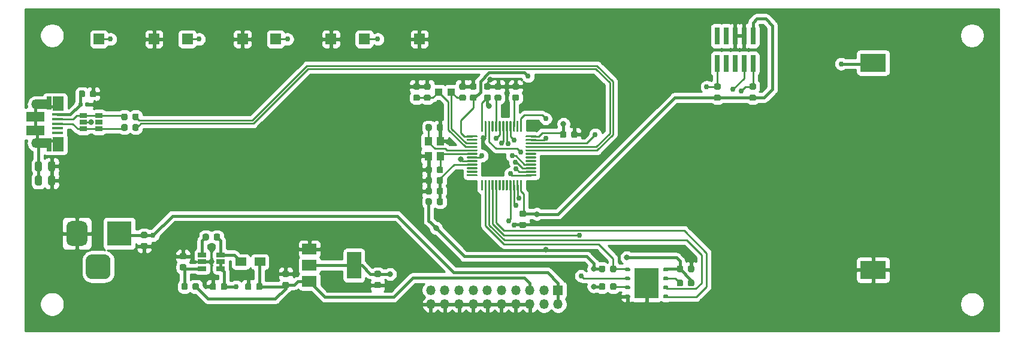
<source format=gbr>
%TF.GenerationSoftware,KiCad,Pcbnew,(5.1.6-0-10_14)*%
%TF.CreationDate,2020-09-13T11:28:01-04:00*%
%TF.ProjectId,EL-Calendar,454c2d43-616c-4656-9e64-61722e6b6963,rev?*%
%TF.SameCoordinates,Original*%
%TF.FileFunction,Copper,L1,Top*%
%TF.FilePolarity,Positive*%
%FSLAX46Y46*%
G04 Gerber Fmt 4.6, Leading zero omitted, Abs format (unit mm)*
G04 Created by KiCad (PCBNEW (5.1.6-0-10_14)) date 2020-09-13 11:28:01*
%MOMM*%
%LPD*%
G01*
G04 APERTURE LIST*
%TA.AperFunction,ComponentPad*%
%ADD10R,3.500000X3.500000*%
%TD*%
%TA.AperFunction,SMDPad,CuDef*%
%ADD11R,1.100000X1.300000*%
%TD*%
%TA.AperFunction,SMDPad,CuDef*%
%ADD12R,1.050000X1.100000*%
%TD*%
%TA.AperFunction,SMDPad,CuDef*%
%ADD13R,1.060000X0.650000*%
%TD*%
%TA.AperFunction,SMDPad,CuDef*%
%ADD14R,3.400000X4.300000*%
%TD*%
%TA.AperFunction,SMDPad,CuDef*%
%ADD15R,2.000000X1.500000*%
%TD*%
%TA.AperFunction,SMDPad,CuDef*%
%ADD16R,2.000000X3.800000*%
%TD*%
%TA.AperFunction,SMDPad,CuDef*%
%ADD17R,1.220000X0.650000*%
%TD*%
%TA.AperFunction,SMDPad,CuDef*%
%ADD18R,1.500000X1.500000*%
%TD*%
%TA.AperFunction,SMDPad,CuDef*%
%ADD19R,1.500000X1.200000*%
%TD*%
%TA.AperFunction,SMDPad,CuDef*%
%ADD20R,2.500000X1.430000*%
%TD*%
%TA.AperFunction,ComponentPad*%
%ADD21O,1.700000X1.350000*%
%TD*%
%TA.AperFunction,ComponentPad*%
%ADD22O,1.500000X1.100000*%
%TD*%
%TA.AperFunction,SMDPad,CuDef*%
%ADD23R,1.650000X0.400000*%
%TD*%
%TA.AperFunction,SMDPad,CuDef*%
%ADD24R,1.500000X2.000000*%
%TD*%
%TA.AperFunction,SMDPad,CuDef*%
%ADD25R,0.700000X1.825000*%
%TD*%
%TA.AperFunction,SMDPad,CuDef*%
%ADD26R,2.000000X1.350000*%
%TD*%
%TA.AperFunction,ComponentPad*%
%ADD27O,1.350000X1.350000*%
%TD*%
%TA.AperFunction,ComponentPad*%
%ADD28R,1.350000X1.350000*%
%TD*%
%TA.AperFunction,SMDPad,CuDef*%
%ADD29R,3.600000X2.600000*%
%TD*%
%TA.AperFunction,SMDPad,CuDef*%
%ADD30R,0.740000X2.400000*%
%TD*%
%TA.AperFunction,ViaPad*%
%ADD31C,0.750000*%
%TD*%
%TA.AperFunction,ViaPad*%
%ADD32C,0.800000*%
%TD*%
%TA.AperFunction,Conductor*%
%ADD33C,0.250000*%
%TD*%
%TA.AperFunction,Conductor*%
%ADD34C,0.400000*%
%TD*%
%TA.AperFunction,Conductor*%
%ADD35C,0.254000*%
%TD*%
G04 APERTURE END LIST*
%TO.P,C19,2*%
%TO.N,GND*%
%TA.AperFunction,SMDPad,CuDef*%
G36*
G01*
X79450000Y-102956250D02*
X79450000Y-102043750D01*
G75*
G02*
X79693750Y-101800000I243750J0D01*
G01*
X80181250Y-101800000D01*
G75*
G02*
X80425000Y-102043750I0J-243750D01*
G01*
X80425000Y-102956250D01*
G75*
G02*
X80181250Y-103200000I-243750J0D01*
G01*
X79693750Y-103200000D01*
G75*
G02*
X79450000Y-102956250I0J243750D01*
G01*
G37*
%TD.AperFunction*%
%TO.P,C19,1*%
%TO.N,Net-(C19-Pad1)*%
%TA.AperFunction,SMDPad,CuDef*%
G36*
G01*
X77575000Y-102956250D02*
X77575000Y-102043750D01*
G75*
G02*
X77818750Y-101800000I243750J0D01*
G01*
X78306250Y-101800000D01*
G75*
G02*
X78550000Y-102043750I0J-243750D01*
G01*
X78550000Y-102956250D01*
G75*
G02*
X78306250Y-103200000I-243750J0D01*
G01*
X77818750Y-103200000D01*
G75*
G02*
X77575000Y-102956250I0J243750D01*
G01*
G37*
%TD.AperFunction*%
%TD*%
%TO.P,R13,2*%
%TO.N,Net-(J3-Pad2)*%
%TA.AperFunction,SMDPad,CuDef*%
G36*
G01*
X90650000Y-93243750D02*
X90650000Y-93756250D01*
G75*
G02*
X90431250Y-93975000I-218750J0D01*
G01*
X89993750Y-93975000D01*
G75*
G02*
X89775000Y-93756250I0J218750D01*
G01*
X89775000Y-93243750D01*
G75*
G02*
X89993750Y-93025000I218750J0D01*
G01*
X90431250Y-93025000D01*
G75*
G02*
X90650000Y-93243750I0J-218750D01*
G01*
G37*
%TD.AperFunction*%
%TO.P,R13,1*%
%TO.N,/USB_DM*%
%TA.AperFunction,SMDPad,CuDef*%
G36*
G01*
X92225000Y-93243750D02*
X92225000Y-93756250D01*
G75*
G02*
X92006250Y-93975000I-218750J0D01*
G01*
X91568750Y-93975000D01*
G75*
G02*
X91350000Y-93756250I0J218750D01*
G01*
X91350000Y-93243750D01*
G75*
G02*
X91568750Y-93025000I218750J0D01*
G01*
X92006250Y-93025000D01*
G75*
G02*
X92225000Y-93243750I0J-218750D01*
G01*
G37*
%TD.AperFunction*%
%TD*%
%TO.P,R12,2*%
%TO.N,Net-(J3-Pad3)*%
%TA.AperFunction,SMDPad,CuDef*%
G36*
G01*
X90650000Y-94743750D02*
X90650000Y-95256250D01*
G75*
G02*
X90431250Y-95475000I-218750J0D01*
G01*
X89993750Y-95475000D01*
G75*
G02*
X89775000Y-95256250I0J218750D01*
G01*
X89775000Y-94743750D01*
G75*
G02*
X89993750Y-94525000I218750J0D01*
G01*
X90431250Y-94525000D01*
G75*
G02*
X90650000Y-94743750I0J-218750D01*
G01*
G37*
%TD.AperFunction*%
%TO.P,R12,1*%
%TO.N,/USB_DP*%
%TA.AperFunction,SMDPad,CuDef*%
G36*
G01*
X92225000Y-94743750D02*
X92225000Y-95256250D01*
G75*
G02*
X92006250Y-95475000I-218750J0D01*
G01*
X91568750Y-95475000D01*
G75*
G02*
X91350000Y-95256250I0J218750D01*
G01*
X91350000Y-94743750D01*
G75*
G02*
X91568750Y-94525000I218750J0D01*
G01*
X92006250Y-94525000D01*
G75*
G02*
X92225000Y-94743750I0J-218750D01*
G01*
G37*
%TD.AperFunction*%
%TD*%
%TO.P,J1,3*%
%TO.N,Net-(J1-Pad3)*%
%TA.AperFunction,ComponentPad*%
G36*
G01*
X84750000Y-115575000D02*
X84750000Y-113825000D01*
G75*
G02*
X85625000Y-112950000I875000J0D01*
G01*
X87375000Y-112950000D01*
G75*
G02*
X88250000Y-113825000I0J-875000D01*
G01*
X88250000Y-115575000D01*
G75*
G02*
X87375000Y-116450000I-875000J0D01*
G01*
X85625000Y-116450000D01*
G75*
G02*
X84750000Y-115575000I0J875000D01*
G01*
G37*
%TD.AperFunction*%
%TO.P,J1,2*%
%TO.N,GND*%
%TA.AperFunction,ComponentPad*%
G36*
G01*
X82000000Y-111000000D02*
X82000000Y-109000000D01*
G75*
G02*
X82750000Y-108250000I750000J0D01*
G01*
X84250000Y-108250000D01*
G75*
G02*
X85000000Y-109000000I0J-750000D01*
G01*
X85000000Y-111000000D01*
G75*
G02*
X84250000Y-111750000I-750000J0D01*
G01*
X82750000Y-111750000D01*
G75*
G02*
X82000000Y-111000000I0J750000D01*
G01*
G37*
%TD.AperFunction*%
D10*
%TO.P,J1,1*%
%TO.N,+12V*%
X89500000Y-110000000D03*
%TD*%
D11*
%TO.P,Y2,4*%
%TO.N,GND*%
X134825000Y-96950000D03*
%TO.P,Y2,3*%
%TO.N,Net-(C5-Pad1)*%
X134825000Y-99050000D03*
%TO.P,Y2,2*%
%TO.N,GND*%
X133175000Y-99050000D03*
%TO.P,Y2,1*%
%TO.N,Net-(C1-Pad1)*%
X133175000Y-96950000D03*
%TD*%
D12*
%TO.P,Y1,2*%
%TO.N,Net-(C4-Pad2)*%
X134575000Y-90000000D03*
%TO.P,Y1,1*%
%TO.N,Net-(C2-Pad2)*%
X136425000Y-90000000D03*
%TD*%
D13*
%TO.P,U5,5*%
%TO.N,Net-(U5-Pad5)*%
X86600000Y-94250000D03*
%TO.P,U5,6*%
%TO.N,Net-(J3-Pad2)*%
X86600000Y-93300000D03*
%TO.P,U5,4*%
%TO.N,Net-(J3-Pad3)*%
X86600000Y-95200000D03*
%TO.P,U5,3*%
X84400000Y-95200000D03*
%TO.P,U5,2*%
%TO.N,GND*%
X84400000Y-94250000D03*
%TO.P,U5,1*%
%TO.N,Net-(J3-Pad2)*%
X84400000Y-93300000D03*
%TD*%
D14*
%TO.P,U4,9*%
%TO.N,GND*%
X164000000Y-117000000D03*
%TO.P,U4,8*%
%TO.N,+3V3*%
%TA.AperFunction,SMDPad,CuDef*%
G36*
G01*
X166325000Y-115220000D02*
X166325000Y-114970000D01*
G75*
G02*
X166450000Y-114845000I125000J0D01*
G01*
X166950000Y-114845000D01*
G75*
G02*
X167075000Y-114970000I0J-125000D01*
G01*
X167075000Y-115220000D01*
G75*
G02*
X166950000Y-115345000I-125000J0D01*
G01*
X166450000Y-115345000D01*
G75*
G02*
X166325000Y-115220000I0J125000D01*
G01*
G37*
%TD.AperFunction*%
%TO.P,U4,7*%
%TO.N,Net-(R10-Pad2)*%
%TA.AperFunction,SMDPad,CuDef*%
G36*
G01*
X166325000Y-116490000D02*
X166325000Y-116240000D01*
G75*
G02*
X166450000Y-116115000I125000J0D01*
G01*
X166950000Y-116115000D01*
G75*
G02*
X167075000Y-116240000I0J-125000D01*
G01*
X167075000Y-116490000D01*
G75*
G02*
X166950000Y-116615000I-125000J0D01*
G01*
X166450000Y-116615000D01*
G75*
G02*
X166325000Y-116490000I0J125000D01*
G01*
G37*
%TD.AperFunction*%
%TO.P,U4,6*%
%TO.N,/SPI_CCLK*%
%TA.AperFunction,SMDPad,CuDef*%
G36*
G01*
X166325000Y-117760000D02*
X166325000Y-117510000D01*
G75*
G02*
X166450000Y-117385000I125000J0D01*
G01*
X166950000Y-117385000D01*
G75*
G02*
X167075000Y-117510000I0J-125000D01*
G01*
X167075000Y-117760000D01*
G75*
G02*
X166950000Y-117885000I-125000J0D01*
G01*
X166450000Y-117885000D01*
G75*
G02*
X166325000Y-117760000I0J125000D01*
G01*
G37*
%TD.AperFunction*%
%TO.P,U4,5*%
%TO.N,/SPI_MOSI*%
%TA.AperFunction,SMDPad,CuDef*%
G36*
G01*
X166325000Y-119030000D02*
X166325000Y-118780000D01*
G75*
G02*
X166450000Y-118655000I125000J0D01*
G01*
X166950000Y-118655000D01*
G75*
G02*
X167075000Y-118780000I0J-125000D01*
G01*
X167075000Y-119030000D01*
G75*
G02*
X166950000Y-119155000I-125000J0D01*
G01*
X166450000Y-119155000D01*
G75*
G02*
X166325000Y-119030000I0J125000D01*
G01*
G37*
%TD.AperFunction*%
%TO.P,U4,4*%
%TO.N,GND*%
%TA.AperFunction,SMDPad,CuDef*%
G36*
G01*
X160925000Y-119030000D02*
X160925000Y-118780000D01*
G75*
G02*
X161050000Y-118655000I125000J0D01*
G01*
X161550000Y-118655000D01*
G75*
G02*
X161675000Y-118780000I0J-125000D01*
G01*
X161675000Y-119030000D01*
G75*
G02*
X161550000Y-119155000I-125000J0D01*
G01*
X161050000Y-119155000D01*
G75*
G02*
X160925000Y-119030000I0J125000D01*
G01*
G37*
%TD.AperFunction*%
%TO.P,U4,3*%
%TO.N,Net-(R9-Pad2)*%
%TA.AperFunction,SMDPad,CuDef*%
G36*
G01*
X160925000Y-117760000D02*
X160925000Y-117510000D01*
G75*
G02*
X161050000Y-117385000I125000J0D01*
G01*
X161550000Y-117385000D01*
G75*
G02*
X161675000Y-117510000I0J-125000D01*
G01*
X161675000Y-117760000D01*
G75*
G02*
X161550000Y-117885000I-125000J0D01*
G01*
X161050000Y-117885000D01*
G75*
G02*
X160925000Y-117760000I0J125000D01*
G01*
G37*
%TD.AperFunction*%
%TO.P,U4,2*%
%TO.N,/SPI_MISO*%
%TA.AperFunction,SMDPad,CuDef*%
G36*
G01*
X160925000Y-116490000D02*
X160925000Y-116240000D01*
G75*
G02*
X161050000Y-116115000I125000J0D01*
G01*
X161550000Y-116115000D01*
G75*
G02*
X161675000Y-116240000I0J-125000D01*
G01*
X161675000Y-116490000D01*
G75*
G02*
X161550000Y-116615000I-125000J0D01*
G01*
X161050000Y-116615000D01*
G75*
G02*
X160925000Y-116490000I0J125000D01*
G01*
G37*
%TD.AperFunction*%
%TO.P,U4,1*%
%TO.N,/SPI_CS_N*%
%TA.AperFunction,SMDPad,CuDef*%
G36*
G01*
X160925000Y-115220000D02*
X160925000Y-114970000D01*
G75*
G02*
X161050000Y-114845000I125000J0D01*
G01*
X161550000Y-114845000D01*
G75*
G02*
X161675000Y-114970000I0J-125000D01*
G01*
X161675000Y-115220000D01*
G75*
G02*
X161550000Y-115345000I-125000J0D01*
G01*
X161050000Y-115345000D01*
G75*
G02*
X160925000Y-115220000I0J125000D01*
G01*
G37*
%TD.AperFunction*%
%TD*%
D15*
%TO.P,U3,1*%
%TO.N,GND*%
X116350000Y-112200000D03*
%TO.P,U3,3*%
%TO.N,+5V*%
X116350000Y-116800000D03*
%TO.P,U3,2*%
%TO.N,+3V3*%
X116350000Y-114500000D03*
D16*
X122650000Y-114500000D03*
%TD*%
%TO.P,U2,48*%
%TO.N,+3V3*%
%TA.AperFunction,SMDPad,CuDef*%
G36*
G01*
X140600000Y-95500000D02*
X140600000Y-94175000D01*
G75*
G02*
X140675000Y-94100000I75000J0D01*
G01*
X140825000Y-94100000D01*
G75*
G02*
X140900000Y-94175000I0J-75000D01*
G01*
X140900000Y-95500000D01*
G75*
G02*
X140825000Y-95575000I-75000J0D01*
G01*
X140675000Y-95575000D01*
G75*
G02*
X140600000Y-95500000I0J75000D01*
G01*
G37*
%TD.AperFunction*%
%TO.P,U2,47*%
%TO.N,GND*%
%TA.AperFunction,SMDPad,CuDef*%
G36*
G01*
X141100000Y-95500000D02*
X141100000Y-94175000D01*
G75*
G02*
X141175000Y-94100000I75000J0D01*
G01*
X141325000Y-94100000D01*
G75*
G02*
X141400000Y-94175000I0J-75000D01*
G01*
X141400000Y-95500000D01*
G75*
G02*
X141325000Y-95575000I-75000J0D01*
G01*
X141175000Y-95575000D01*
G75*
G02*
X141100000Y-95500000I0J75000D01*
G01*
G37*
%TD.AperFunction*%
%TO.P,U2,46*%
%TO.N,/VSYNC*%
%TA.AperFunction,SMDPad,CuDef*%
G36*
G01*
X141600000Y-95500000D02*
X141600000Y-94175000D01*
G75*
G02*
X141675000Y-94100000I75000J0D01*
G01*
X141825000Y-94100000D01*
G75*
G02*
X141900000Y-94175000I0J-75000D01*
G01*
X141900000Y-95500000D01*
G75*
G02*
X141825000Y-95575000I-75000J0D01*
G01*
X141675000Y-95575000D01*
G75*
G02*
X141600000Y-95500000I0J75000D01*
G01*
G37*
%TD.AperFunction*%
%TO.P,U2,45*%
%TO.N,Net-(U2-Pad45)*%
%TA.AperFunction,SMDPad,CuDef*%
G36*
G01*
X142100000Y-95500000D02*
X142100000Y-94175000D01*
G75*
G02*
X142175000Y-94100000I75000J0D01*
G01*
X142325000Y-94100000D01*
G75*
G02*
X142400000Y-94175000I0J-75000D01*
G01*
X142400000Y-95500000D01*
G75*
G02*
X142325000Y-95575000I-75000J0D01*
G01*
X142175000Y-95575000D01*
G75*
G02*
X142100000Y-95500000I0J75000D01*
G01*
G37*
%TD.AperFunction*%
%TO.P,U2,44*%
%TO.N,Net-(R2-Pad2)*%
%TA.AperFunction,SMDPad,CuDef*%
G36*
G01*
X142600000Y-95500000D02*
X142600000Y-94175000D01*
G75*
G02*
X142675000Y-94100000I75000J0D01*
G01*
X142825000Y-94100000D01*
G75*
G02*
X142900000Y-94175000I0J-75000D01*
G01*
X142900000Y-95500000D01*
G75*
G02*
X142825000Y-95575000I-75000J0D01*
G01*
X142675000Y-95575000D01*
G75*
G02*
X142600000Y-95500000I0J75000D01*
G01*
G37*
%TD.AperFunction*%
%TO.P,U2,43*%
%TO.N,/KEY4*%
%TA.AperFunction,SMDPad,CuDef*%
G36*
G01*
X143100000Y-95500000D02*
X143100000Y-94175000D01*
G75*
G02*
X143175000Y-94100000I75000J0D01*
G01*
X143325000Y-94100000D01*
G75*
G02*
X143400000Y-94175000I0J-75000D01*
G01*
X143400000Y-95500000D01*
G75*
G02*
X143325000Y-95575000I-75000J0D01*
G01*
X143175000Y-95575000D01*
G75*
G02*
X143100000Y-95500000I0J75000D01*
G01*
G37*
%TD.AperFunction*%
%TO.P,U2,42*%
%TO.N,/KEY3*%
%TA.AperFunction,SMDPad,CuDef*%
G36*
G01*
X143600000Y-95500000D02*
X143600000Y-94175000D01*
G75*
G02*
X143675000Y-94100000I75000J0D01*
G01*
X143825000Y-94100000D01*
G75*
G02*
X143900000Y-94175000I0J-75000D01*
G01*
X143900000Y-95500000D01*
G75*
G02*
X143825000Y-95575000I-75000J0D01*
G01*
X143675000Y-95575000D01*
G75*
G02*
X143600000Y-95500000I0J75000D01*
G01*
G37*
%TD.AperFunction*%
%TO.P,U2,41*%
%TO.N,/KEY2*%
%TA.AperFunction,SMDPad,CuDef*%
G36*
G01*
X144100000Y-95500000D02*
X144100000Y-94175000D01*
G75*
G02*
X144175000Y-94100000I75000J0D01*
G01*
X144325000Y-94100000D01*
G75*
G02*
X144400000Y-94175000I0J-75000D01*
G01*
X144400000Y-95500000D01*
G75*
G02*
X144325000Y-95575000I-75000J0D01*
G01*
X144175000Y-95575000D01*
G75*
G02*
X144100000Y-95500000I0J75000D01*
G01*
G37*
%TD.AperFunction*%
%TO.P,U2,40*%
%TO.N,/KEY1*%
%TA.AperFunction,SMDPad,CuDef*%
G36*
G01*
X144600000Y-95500000D02*
X144600000Y-94175000D01*
G75*
G02*
X144675000Y-94100000I75000J0D01*
G01*
X144825000Y-94100000D01*
G75*
G02*
X144900000Y-94175000I0J-75000D01*
G01*
X144900000Y-95500000D01*
G75*
G02*
X144825000Y-95575000I-75000J0D01*
G01*
X144675000Y-95575000D01*
G75*
G02*
X144600000Y-95500000I0J75000D01*
G01*
G37*
%TD.AperFunction*%
%TO.P,U2,39*%
%TO.N,Net-(R3-Pad2)*%
%TA.AperFunction,SMDPad,CuDef*%
G36*
G01*
X145100000Y-95500000D02*
X145100000Y-94175000D01*
G75*
G02*
X145175000Y-94100000I75000J0D01*
G01*
X145325000Y-94100000D01*
G75*
G02*
X145400000Y-94175000I0J-75000D01*
G01*
X145400000Y-95500000D01*
G75*
G02*
X145325000Y-95575000I-75000J0D01*
G01*
X145175000Y-95575000D01*
G75*
G02*
X145100000Y-95500000I0J75000D01*
G01*
G37*
%TD.AperFunction*%
%TO.P,U2,38*%
%TO.N,Net-(U2-Pad38)*%
%TA.AperFunction,SMDPad,CuDef*%
G36*
G01*
X145600000Y-95500000D02*
X145600000Y-94175000D01*
G75*
G02*
X145675000Y-94100000I75000J0D01*
G01*
X145825000Y-94100000D01*
G75*
G02*
X145900000Y-94175000I0J-75000D01*
G01*
X145900000Y-95500000D01*
G75*
G02*
X145825000Y-95575000I-75000J0D01*
G01*
X145675000Y-95575000D01*
G75*
G02*
X145600000Y-95500000I0J75000D01*
G01*
G37*
%TD.AperFunction*%
%TO.P,U2,37*%
%TO.N,/SWCLK*%
%TA.AperFunction,SMDPad,CuDef*%
G36*
G01*
X146100000Y-95500000D02*
X146100000Y-94175000D01*
G75*
G02*
X146175000Y-94100000I75000J0D01*
G01*
X146325000Y-94100000D01*
G75*
G02*
X146400000Y-94175000I0J-75000D01*
G01*
X146400000Y-95500000D01*
G75*
G02*
X146325000Y-95575000I-75000J0D01*
G01*
X146175000Y-95575000D01*
G75*
G02*
X146100000Y-95500000I0J75000D01*
G01*
G37*
%TD.AperFunction*%
%TO.P,U2,36*%
%TO.N,+3V3*%
%TA.AperFunction,SMDPad,CuDef*%
G36*
G01*
X146925000Y-96325000D02*
X146925000Y-96175000D01*
G75*
G02*
X147000000Y-96100000I75000J0D01*
G01*
X148325000Y-96100000D01*
G75*
G02*
X148400000Y-96175000I0J-75000D01*
G01*
X148400000Y-96325000D01*
G75*
G02*
X148325000Y-96400000I-75000J0D01*
G01*
X147000000Y-96400000D01*
G75*
G02*
X146925000Y-96325000I0J75000D01*
G01*
G37*
%TD.AperFunction*%
%TO.P,U2,35*%
%TO.N,GND*%
%TA.AperFunction,SMDPad,CuDef*%
G36*
G01*
X146925000Y-96825000D02*
X146925000Y-96675000D01*
G75*
G02*
X147000000Y-96600000I75000J0D01*
G01*
X148325000Y-96600000D01*
G75*
G02*
X148400000Y-96675000I0J-75000D01*
G01*
X148400000Y-96825000D01*
G75*
G02*
X148325000Y-96900000I-75000J0D01*
G01*
X147000000Y-96900000D01*
G75*
G02*
X146925000Y-96825000I0J75000D01*
G01*
G37*
%TD.AperFunction*%
%TO.P,U2,34*%
%TO.N,/SWDIO*%
%TA.AperFunction,SMDPad,CuDef*%
G36*
G01*
X146925000Y-97325000D02*
X146925000Y-97175000D01*
G75*
G02*
X147000000Y-97100000I75000J0D01*
G01*
X148325000Y-97100000D01*
G75*
G02*
X148400000Y-97175000I0J-75000D01*
G01*
X148400000Y-97325000D01*
G75*
G02*
X148325000Y-97400000I-75000J0D01*
G01*
X147000000Y-97400000D01*
G75*
G02*
X146925000Y-97325000I0J75000D01*
G01*
G37*
%TD.AperFunction*%
%TO.P,U2,33*%
%TO.N,/USB_DP*%
%TA.AperFunction,SMDPad,CuDef*%
G36*
G01*
X146925000Y-97825000D02*
X146925000Y-97675000D01*
G75*
G02*
X147000000Y-97600000I75000J0D01*
G01*
X148325000Y-97600000D01*
G75*
G02*
X148400000Y-97675000I0J-75000D01*
G01*
X148400000Y-97825000D01*
G75*
G02*
X148325000Y-97900000I-75000J0D01*
G01*
X147000000Y-97900000D01*
G75*
G02*
X146925000Y-97825000I0J75000D01*
G01*
G37*
%TD.AperFunction*%
%TO.P,U2,32*%
%TO.N,/USB_DM*%
%TA.AperFunction,SMDPad,CuDef*%
G36*
G01*
X146925000Y-98325000D02*
X146925000Y-98175000D01*
G75*
G02*
X147000000Y-98100000I75000J0D01*
G01*
X148325000Y-98100000D01*
G75*
G02*
X148400000Y-98175000I0J-75000D01*
G01*
X148400000Y-98325000D01*
G75*
G02*
X148325000Y-98400000I-75000J0D01*
G01*
X147000000Y-98400000D01*
G75*
G02*
X146925000Y-98325000I0J75000D01*
G01*
G37*
%TD.AperFunction*%
%TO.P,U2,31*%
%TO.N,Net-(U2-Pad31)*%
%TA.AperFunction,SMDPad,CuDef*%
G36*
G01*
X146925000Y-98825000D02*
X146925000Y-98675000D01*
G75*
G02*
X147000000Y-98600000I75000J0D01*
G01*
X148325000Y-98600000D01*
G75*
G02*
X148400000Y-98675000I0J-75000D01*
G01*
X148400000Y-98825000D01*
G75*
G02*
X148325000Y-98900000I-75000J0D01*
G01*
X147000000Y-98900000D01*
G75*
G02*
X146925000Y-98825000I0J75000D01*
G01*
G37*
%TD.AperFunction*%
%TO.P,U2,30*%
%TO.N,Net-(U2-Pad30)*%
%TA.AperFunction,SMDPad,CuDef*%
G36*
G01*
X146925000Y-99325000D02*
X146925000Y-99175000D01*
G75*
G02*
X147000000Y-99100000I75000J0D01*
G01*
X148325000Y-99100000D01*
G75*
G02*
X148400000Y-99175000I0J-75000D01*
G01*
X148400000Y-99325000D01*
G75*
G02*
X148325000Y-99400000I-75000J0D01*
G01*
X147000000Y-99400000D01*
G75*
G02*
X146925000Y-99325000I0J75000D01*
G01*
G37*
%TD.AperFunction*%
%TO.P,U2,29*%
%TO.N,Net-(U2-Pad29)*%
%TA.AperFunction,SMDPad,CuDef*%
G36*
G01*
X146925000Y-99825000D02*
X146925000Y-99675000D01*
G75*
G02*
X147000000Y-99600000I75000J0D01*
G01*
X148325000Y-99600000D01*
G75*
G02*
X148400000Y-99675000I0J-75000D01*
G01*
X148400000Y-99825000D01*
G75*
G02*
X148325000Y-99900000I-75000J0D01*
G01*
X147000000Y-99900000D01*
G75*
G02*
X146925000Y-99825000I0J75000D01*
G01*
G37*
%TD.AperFunction*%
%TO.P,U2,28*%
%TO.N,/D3*%
%TA.AperFunction,SMDPad,CuDef*%
G36*
G01*
X146925000Y-100325000D02*
X146925000Y-100175000D01*
G75*
G02*
X147000000Y-100100000I75000J0D01*
G01*
X148325000Y-100100000D01*
G75*
G02*
X148400000Y-100175000I0J-75000D01*
G01*
X148400000Y-100325000D01*
G75*
G02*
X148325000Y-100400000I-75000J0D01*
G01*
X147000000Y-100400000D01*
G75*
G02*
X146925000Y-100325000I0J75000D01*
G01*
G37*
%TD.AperFunction*%
%TO.P,U2,27*%
%TO.N,/D2*%
%TA.AperFunction,SMDPad,CuDef*%
G36*
G01*
X146925000Y-100825000D02*
X146925000Y-100675000D01*
G75*
G02*
X147000000Y-100600000I75000J0D01*
G01*
X148325000Y-100600000D01*
G75*
G02*
X148400000Y-100675000I0J-75000D01*
G01*
X148400000Y-100825000D01*
G75*
G02*
X148325000Y-100900000I-75000J0D01*
G01*
X147000000Y-100900000D01*
G75*
G02*
X146925000Y-100825000I0J75000D01*
G01*
G37*
%TD.AperFunction*%
%TO.P,U2,26*%
%TO.N,/D1*%
%TA.AperFunction,SMDPad,CuDef*%
G36*
G01*
X146925000Y-101325000D02*
X146925000Y-101175000D01*
G75*
G02*
X147000000Y-101100000I75000J0D01*
G01*
X148325000Y-101100000D01*
G75*
G02*
X148400000Y-101175000I0J-75000D01*
G01*
X148400000Y-101325000D01*
G75*
G02*
X148325000Y-101400000I-75000J0D01*
G01*
X147000000Y-101400000D01*
G75*
G02*
X146925000Y-101325000I0J75000D01*
G01*
G37*
%TD.AperFunction*%
%TO.P,U2,25*%
%TO.N,/D0*%
%TA.AperFunction,SMDPad,CuDef*%
G36*
G01*
X146925000Y-101825000D02*
X146925000Y-101675000D01*
G75*
G02*
X147000000Y-101600000I75000J0D01*
G01*
X148325000Y-101600000D01*
G75*
G02*
X148400000Y-101675000I0J-75000D01*
G01*
X148400000Y-101825000D01*
G75*
G02*
X148325000Y-101900000I-75000J0D01*
G01*
X147000000Y-101900000D01*
G75*
G02*
X146925000Y-101825000I0J75000D01*
G01*
G37*
%TD.AperFunction*%
%TO.P,U2,24*%
%TO.N,+3V3*%
%TA.AperFunction,SMDPad,CuDef*%
G36*
G01*
X146100000Y-103825000D02*
X146100000Y-102500000D01*
G75*
G02*
X146175000Y-102425000I75000J0D01*
G01*
X146325000Y-102425000D01*
G75*
G02*
X146400000Y-102500000I0J-75000D01*
G01*
X146400000Y-103825000D01*
G75*
G02*
X146325000Y-103900000I-75000J0D01*
G01*
X146175000Y-103900000D01*
G75*
G02*
X146100000Y-103825000I0J75000D01*
G01*
G37*
%TD.AperFunction*%
%TO.P,U2,23*%
%TO.N,GND*%
%TA.AperFunction,SMDPad,CuDef*%
G36*
G01*
X145600000Y-103825000D02*
X145600000Y-102500000D01*
G75*
G02*
X145675000Y-102425000I75000J0D01*
G01*
X145825000Y-102425000D01*
G75*
G02*
X145900000Y-102500000I0J-75000D01*
G01*
X145900000Y-103825000D01*
G75*
G02*
X145825000Y-103900000I-75000J0D01*
G01*
X145675000Y-103900000D01*
G75*
G02*
X145600000Y-103825000I0J75000D01*
G01*
G37*
%TD.AperFunction*%
%TO.P,U2,22*%
%TO.N,/VCLK*%
%TA.AperFunction,SMDPad,CuDef*%
G36*
G01*
X145100000Y-103825000D02*
X145100000Y-102500000D01*
G75*
G02*
X145175000Y-102425000I75000J0D01*
G01*
X145325000Y-102425000D01*
G75*
G02*
X145400000Y-102500000I0J-75000D01*
G01*
X145400000Y-103825000D01*
G75*
G02*
X145325000Y-103900000I-75000J0D01*
G01*
X145175000Y-103900000D01*
G75*
G02*
X145100000Y-103825000I0J75000D01*
G01*
G37*
%TD.AperFunction*%
%TO.P,U2,21*%
%TO.N,/HSYNC*%
%TA.AperFunction,SMDPad,CuDef*%
G36*
G01*
X144600000Y-103825000D02*
X144600000Y-102500000D01*
G75*
G02*
X144675000Y-102425000I75000J0D01*
G01*
X144825000Y-102425000D01*
G75*
G02*
X144900000Y-102500000I0J-75000D01*
G01*
X144900000Y-103825000D01*
G75*
G02*
X144825000Y-103900000I-75000J0D01*
G01*
X144675000Y-103900000D01*
G75*
G02*
X144600000Y-103825000I0J75000D01*
G01*
G37*
%TD.AperFunction*%
%TO.P,U2,20*%
%TO.N,Net-(U2-Pad20)*%
%TA.AperFunction,SMDPad,CuDef*%
G36*
G01*
X144100000Y-103825000D02*
X144100000Y-102500000D01*
G75*
G02*
X144175000Y-102425000I75000J0D01*
G01*
X144325000Y-102425000D01*
G75*
G02*
X144400000Y-102500000I0J-75000D01*
G01*
X144400000Y-103825000D01*
G75*
G02*
X144325000Y-103900000I-75000J0D01*
G01*
X144175000Y-103900000D01*
G75*
G02*
X144100000Y-103825000I0J75000D01*
G01*
G37*
%TD.AperFunction*%
%TO.P,U2,19*%
%TO.N,Net-(U2-Pad19)*%
%TA.AperFunction,SMDPad,CuDef*%
G36*
G01*
X143600000Y-103825000D02*
X143600000Y-102500000D01*
G75*
G02*
X143675000Y-102425000I75000J0D01*
G01*
X143825000Y-102425000D01*
G75*
G02*
X143900000Y-102500000I0J-75000D01*
G01*
X143900000Y-103825000D01*
G75*
G02*
X143825000Y-103900000I-75000J0D01*
G01*
X143675000Y-103900000D01*
G75*
G02*
X143600000Y-103825000I0J75000D01*
G01*
G37*
%TD.AperFunction*%
%TO.P,U2,18*%
%TO.N,Net-(U2-Pad18)*%
%TA.AperFunction,SMDPad,CuDef*%
G36*
G01*
X143100000Y-103825000D02*
X143100000Y-102500000D01*
G75*
G02*
X143175000Y-102425000I75000J0D01*
G01*
X143325000Y-102425000D01*
G75*
G02*
X143400000Y-102500000I0J-75000D01*
G01*
X143400000Y-103825000D01*
G75*
G02*
X143325000Y-103900000I-75000J0D01*
G01*
X143175000Y-103900000D01*
G75*
G02*
X143100000Y-103825000I0J75000D01*
G01*
G37*
%TD.AperFunction*%
%TO.P,U2,17*%
%TO.N,/SPI_MOSI*%
%TA.AperFunction,SMDPad,CuDef*%
G36*
G01*
X142600000Y-103825000D02*
X142600000Y-102500000D01*
G75*
G02*
X142675000Y-102425000I75000J0D01*
G01*
X142825000Y-102425000D01*
G75*
G02*
X142900000Y-102500000I0J-75000D01*
G01*
X142900000Y-103825000D01*
G75*
G02*
X142825000Y-103900000I-75000J0D01*
G01*
X142675000Y-103900000D01*
G75*
G02*
X142600000Y-103825000I0J75000D01*
G01*
G37*
%TD.AperFunction*%
%TO.P,U2,16*%
%TO.N,/SPI_MISO*%
%TA.AperFunction,SMDPad,CuDef*%
G36*
G01*
X142100000Y-103825000D02*
X142100000Y-102500000D01*
G75*
G02*
X142175000Y-102425000I75000J0D01*
G01*
X142325000Y-102425000D01*
G75*
G02*
X142400000Y-102500000I0J-75000D01*
G01*
X142400000Y-103825000D01*
G75*
G02*
X142325000Y-103900000I-75000J0D01*
G01*
X142175000Y-103900000D01*
G75*
G02*
X142100000Y-103825000I0J75000D01*
G01*
G37*
%TD.AperFunction*%
%TO.P,U2,15*%
%TO.N,/SPI_CCLK*%
%TA.AperFunction,SMDPad,CuDef*%
G36*
G01*
X141600000Y-103825000D02*
X141600000Y-102500000D01*
G75*
G02*
X141675000Y-102425000I75000J0D01*
G01*
X141825000Y-102425000D01*
G75*
G02*
X141900000Y-102500000I0J-75000D01*
G01*
X141900000Y-103825000D01*
G75*
G02*
X141825000Y-103900000I-75000J0D01*
G01*
X141675000Y-103900000D01*
G75*
G02*
X141600000Y-103825000I0J75000D01*
G01*
G37*
%TD.AperFunction*%
%TO.P,U2,14*%
%TO.N,/SPI_CS_N*%
%TA.AperFunction,SMDPad,CuDef*%
G36*
G01*
X141100000Y-103825000D02*
X141100000Y-102500000D01*
G75*
G02*
X141175000Y-102425000I75000J0D01*
G01*
X141325000Y-102425000D01*
G75*
G02*
X141400000Y-102500000I0J-75000D01*
G01*
X141400000Y-103825000D01*
G75*
G02*
X141325000Y-103900000I-75000J0D01*
G01*
X141175000Y-103900000D01*
G75*
G02*
X141100000Y-103825000I0J75000D01*
G01*
G37*
%TD.AperFunction*%
%TO.P,U2,13*%
%TO.N,Net-(U2-Pad13)*%
%TA.AperFunction,SMDPad,CuDef*%
G36*
G01*
X140600000Y-103825000D02*
X140600000Y-102500000D01*
G75*
G02*
X140675000Y-102425000I75000J0D01*
G01*
X140825000Y-102425000D01*
G75*
G02*
X140900000Y-102500000I0J-75000D01*
G01*
X140900000Y-103825000D01*
G75*
G02*
X140825000Y-103900000I-75000J0D01*
G01*
X140675000Y-103900000D01*
G75*
G02*
X140600000Y-103825000I0J75000D01*
G01*
G37*
%TD.AperFunction*%
%TO.P,U2,12*%
%TO.N,Net-(U2-Pad12)*%
%TA.AperFunction,SMDPad,CuDef*%
G36*
G01*
X138600000Y-101825000D02*
X138600000Y-101675000D01*
G75*
G02*
X138675000Y-101600000I75000J0D01*
G01*
X140000000Y-101600000D01*
G75*
G02*
X140075000Y-101675000I0J-75000D01*
G01*
X140075000Y-101825000D01*
G75*
G02*
X140000000Y-101900000I-75000J0D01*
G01*
X138675000Y-101900000D01*
G75*
G02*
X138600000Y-101825000I0J75000D01*
G01*
G37*
%TD.AperFunction*%
%TO.P,U2,11*%
%TO.N,Net-(U2-Pad11)*%
%TA.AperFunction,SMDPad,CuDef*%
G36*
G01*
X138600000Y-101325000D02*
X138600000Y-101175000D01*
G75*
G02*
X138675000Y-101100000I75000J0D01*
G01*
X140000000Y-101100000D01*
G75*
G02*
X140075000Y-101175000I0J-75000D01*
G01*
X140075000Y-101325000D01*
G75*
G02*
X140000000Y-101400000I-75000J0D01*
G01*
X138675000Y-101400000D01*
G75*
G02*
X138600000Y-101325000I0J75000D01*
G01*
G37*
%TD.AperFunction*%
%TO.P,U2,10*%
%TO.N,Net-(U2-Pad10)*%
%TA.AperFunction,SMDPad,CuDef*%
G36*
G01*
X138600000Y-100825000D02*
X138600000Y-100675000D01*
G75*
G02*
X138675000Y-100600000I75000J0D01*
G01*
X140000000Y-100600000D01*
G75*
G02*
X140075000Y-100675000I0J-75000D01*
G01*
X140075000Y-100825000D01*
G75*
G02*
X140000000Y-100900000I-75000J0D01*
G01*
X138675000Y-100900000D01*
G75*
G02*
X138600000Y-100825000I0J75000D01*
G01*
G37*
%TD.AperFunction*%
%TO.P,U2,9*%
%TO.N,Net-(C10-Pad1)*%
%TA.AperFunction,SMDPad,CuDef*%
G36*
G01*
X138600000Y-100325000D02*
X138600000Y-100175000D01*
G75*
G02*
X138675000Y-100100000I75000J0D01*
G01*
X140000000Y-100100000D01*
G75*
G02*
X140075000Y-100175000I0J-75000D01*
G01*
X140075000Y-100325000D01*
G75*
G02*
X140000000Y-100400000I-75000J0D01*
G01*
X138675000Y-100400000D01*
G75*
G02*
X138600000Y-100325000I0J75000D01*
G01*
G37*
%TD.AperFunction*%
%TO.P,U2,8*%
%TO.N,GND*%
%TA.AperFunction,SMDPad,CuDef*%
G36*
G01*
X138600000Y-99825000D02*
X138600000Y-99675000D01*
G75*
G02*
X138675000Y-99600000I75000J0D01*
G01*
X140000000Y-99600000D01*
G75*
G02*
X140075000Y-99675000I0J-75000D01*
G01*
X140075000Y-99825000D01*
G75*
G02*
X140000000Y-99900000I-75000J0D01*
G01*
X138675000Y-99900000D01*
G75*
G02*
X138600000Y-99825000I0J75000D01*
G01*
G37*
%TD.AperFunction*%
%TO.P,U2,7*%
%TO.N,/NRST*%
%TA.AperFunction,SMDPad,CuDef*%
G36*
G01*
X138600000Y-99325000D02*
X138600000Y-99175000D01*
G75*
G02*
X138675000Y-99100000I75000J0D01*
G01*
X140000000Y-99100000D01*
G75*
G02*
X140075000Y-99175000I0J-75000D01*
G01*
X140075000Y-99325000D01*
G75*
G02*
X140000000Y-99400000I-75000J0D01*
G01*
X138675000Y-99400000D01*
G75*
G02*
X138600000Y-99325000I0J75000D01*
G01*
G37*
%TD.AperFunction*%
%TO.P,U2,6*%
%TO.N,Net-(C5-Pad1)*%
%TA.AperFunction,SMDPad,CuDef*%
G36*
G01*
X138600000Y-98825000D02*
X138600000Y-98675000D01*
G75*
G02*
X138675000Y-98600000I75000J0D01*
G01*
X140000000Y-98600000D01*
G75*
G02*
X140075000Y-98675000I0J-75000D01*
G01*
X140075000Y-98825000D01*
G75*
G02*
X140000000Y-98900000I-75000J0D01*
G01*
X138675000Y-98900000D01*
G75*
G02*
X138600000Y-98825000I0J75000D01*
G01*
G37*
%TD.AperFunction*%
%TO.P,U2,5*%
%TO.N,Net-(C1-Pad1)*%
%TA.AperFunction,SMDPad,CuDef*%
G36*
G01*
X138600000Y-98325000D02*
X138600000Y-98175000D01*
G75*
G02*
X138675000Y-98100000I75000J0D01*
G01*
X140000000Y-98100000D01*
G75*
G02*
X140075000Y-98175000I0J-75000D01*
G01*
X140075000Y-98325000D01*
G75*
G02*
X140000000Y-98400000I-75000J0D01*
G01*
X138675000Y-98400000D01*
G75*
G02*
X138600000Y-98325000I0J75000D01*
G01*
G37*
%TD.AperFunction*%
%TO.P,U2,4*%
%TO.N,Net-(C4-Pad2)*%
%TA.AperFunction,SMDPad,CuDef*%
G36*
G01*
X138600000Y-97825000D02*
X138600000Y-97675000D01*
G75*
G02*
X138675000Y-97600000I75000J0D01*
G01*
X140000000Y-97600000D01*
G75*
G02*
X140075000Y-97675000I0J-75000D01*
G01*
X140075000Y-97825000D01*
G75*
G02*
X140000000Y-97900000I-75000J0D01*
G01*
X138675000Y-97900000D01*
G75*
G02*
X138600000Y-97825000I0J75000D01*
G01*
G37*
%TD.AperFunction*%
%TO.P,U2,3*%
%TO.N,Net-(C2-Pad2)*%
%TA.AperFunction,SMDPad,CuDef*%
G36*
G01*
X138600000Y-97325000D02*
X138600000Y-97175000D01*
G75*
G02*
X138675000Y-97100000I75000J0D01*
G01*
X140000000Y-97100000D01*
G75*
G02*
X140075000Y-97175000I0J-75000D01*
G01*
X140075000Y-97325000D01*
G75*
G02*
X140000000Y-97400000I-75000J0D01*
G01*
X138675000Y-97400000D01*
G75*
G02*
X138600000Y-97325000I0J75000D01*
G01*
G37*
%TD.AperFunction*%
%TO.P,U2,2*%
%TO.N,Net-(U2-Pad2)*%
%TA.AperFunction,SMDPad,CuDef*%
G36*
G01*
X138600000Y-96825000D02*
X138600000Y-96675000D01*
G75*
G02*
X138675000Y-96600000I75000J0D01*
G01*
X140000000Y-96600000D01*
G75*
G02*
X140075000Y-96675000I0J-75000D01*
G01*
X140075000Y-96825000D01*
G75*
G02*
X140000000Y-96900000I-75000J0D01*
G01*
X138675000Y-96900000D01*
G75*
G02*
X138600000Y-96825000I0J75000D01*
G01*
G37*
%TD.AperFunction*%
%TO.P,U2,1*%
%TO.N,+BATT*%
%TA.AperFunction,SMDPad,CuDef*%
G36*
G01*
X138600000Y-96325000D02*
X138600000Y-96175000D01*
G75*
G02*
X138675000Y-96100000I75000J0D01*
G01*
X140000000Y-96100000D01*
G75*
G02*
X140075000Y-96175000I0J-75000D01*
G01*
X140075000Y-96325000D01*
G75*
G02*
X140000000Y-96400000I-75000J0D01*
G01*
X138675000Y-96400000D01*
G75*
G02*
X138600000Y-96325000I0J75000D01*
G01*
G37*
%TD.AperFunction*%
%TD*%
D17*
%TO.P,U1,6*%
%TO.N,Net-(C6-Pad1)*%
X103810000Y-113050000D03*
%TO.P,U1,5*%
%TO.N,+12V*%
X103810000Y-114000000D03*
%TO.P,U1,4*%
X103810000Y-114950000D03*
%TO.P,U1,3*%
%TO.N,Net-(R4-Pad1)*%
X101190000Y-114950000D03*
%TO.P,U1,2*%
%TO.N,GND*%
X101190000Y-114000000D03*
%TO.P,U1,1*%
%TO.N,Net-(C6-Pad2)*%
X101190000Y-113050000D03*
%TD*%
D18*
%TO.P,SW4,2*%
%TO.N,GND*%
X94400000Y-82500000D03*
%TO.P,SW4,1*%
%TO.N,/KEY4*%
X86600000Y-82500000D03*
%TD*%
%TO.P,SW3,2*%
%TO.N,GND*%
X106900000Y-82500000D03*
%TO.P,SW3,1*%
%TO.N,/KEY3*%
X99100000Y-82500000D03*
%TD*%
%TO.P,SW2,2*%
%TO.N,GND*%
X119400000Y-82500000D03*
%TO.P,SW2,1*%
%TO.N,/KEY2*%
X111600000Y-82500000D03*
%TD*%
%TO.P,SW1,2*%
%TO.N,GND*%
X131900000Y-82500000D03*
%TO.P,SW1,1*%
%TO.N,/KEY1*%
X124100000Y-82500000D03*
%TD*%
%TO.P,R11,2*%
%TO.N,GND*%
%TA.AperFunction,SMDPad,CuDef*%
G36*
G01*
X79450000Y-100956250D02*
X79450000Y-100043750D01*
G75*
G02*
X79693750Y-99800000I243750J0D01*
G01*
X80181250Y-99800000D01*
G75*
G02*
X80425000Y-100043750I0J-243750D01*
G01*
X80425000Y-100956250D01*
G75*
G02*
X80181250Y-101200000I-243750J0D01*
G01*
X79693750Y-101200000D01*
G75*
G02*
X79450000Y-100956250I0J243750D01*
G01*
G37*
%TD.AperFunction*%
%TO.P,R11,1*%
%TO.N,Net-(C19-Pad1)*%
%TA.AperFunction,SMDPad,CuDef*%
G36*
G01*
X77575000Y-100956250D02*
X77575000Y-100043750D01*
G75*
G02*
X77818750Y-99800000I243750J0D01*
G01*
X78306250Y-99800000D01*
G75*
G02*
X78550000Y-100043750I0J-243750D01*
G01*
X78550000Y-100956250D01*
G75*
G02*
X78306250Y-101200000I-243750J0D01*
G01*
X77818750Y-101200000D01*
G75*
G02*
X77575000Y-100956250I0J243750D01*
G01*
G37*
%TD.AperFunction*%
%TD*%
%TO.P,R10,2*%
%TO.N,Net-(R10-Pad2)*%
%TA.AperFunction,SMDPad,CuDef*%
G36*
G01*
X169150000Y-116743750D02*
X169150000Y-117256250D01*
G75*
G02*
X168931250Y-117475000I-218750J0D01*
G01*
X168493750Y-117475000D01*
G75*
G02*
X168275000Y-117256250I0J218750D01*
G01*
X168275000Y-116743750D01*
G75*
G02*
X168493750Y-116525000I218750J0D01*
G01*
X168931250Y-116525000D01*
G75*
G02*
X169150000Y-116743750I0J-218750D01*
G01*
G37*
%TD.AperFunction*%
%TO.P,R10,1*%
%TO.N,+3V3*%
%TA.AperFunction,SMDPad,CuDef*%
G36*
G01*
X170725000Y-116743750D02*
X170725000Y-117256250D01*
G75*
G02*
X170506250Y-117475000I-218750J0D01*
G01*
X170068750Y-117475000D01*
G75*
G02*
X169850000Y-117256250I0J218750D01*
G01*
X169850000Y-116743750D01*
G75*
G02*
X170068750Y-116525000I218750J0D01*
G01*
X170506250Y-116525000D01*
G75*
G02*
X170725000Y-116743750I0J-218750D01*
G01*
G37*
%TD.AperFunction*%
%TD*%
%TO.P,R9,2*%
%TO.N,Net-(R9-Pad2)*%
%TA.AperFunction,SMDPad,CuDef*%
G36*
G01*
X158850000Y-117756250D02*
X158850000Y-117243750D01*
G75*
G02*
X159068750Y-117025000I218750J0D01*
G01*
X159506250Y-117025000D01*
G75*
G02*
X159725000Y-117243750I0J-218750D01*
G01*
X159725000Y-117756250D01*
G75*
G02*
X159506250Y-117975000I-218750J0D01*
G01*
X159068750Y-117975000D01*
G75*
G02*
X158850000Y-117756250I0J218750D01*
G01*
G37*
%TD.AperFunction*%
%TO.P,R9,1*%
%TO.N,+3V3*%
%TA.AperFunction,SMDPad,CuDef*%
G36*
G01*
X157275000Y-117756250D02*
X157275000Y-117243750D01*
G75*
G02*
X157493750Y-117025000I218750J0D01*
G01*
X157931250Y-117025000D01*
G75*
G02*
X158150000Y-117243750I0J-218750D01*
G01*
X158150000Y-117756250D01*
G75*
G02*
X157931250Y-117975000I-218750J0D01*
G01*
X157493750Y-117975000D01*
G75*
G02*
X157275000Y-117756250I0J218750D01*
G01*
G37*
%TD.AperFunction*%
%TD*%
%TO.P,R8,2*%
%TO.N,/SPI_CS_N*%
%TA.AperFunction,SMDPad,CuDef*%
G36*
G01*
X158850000Y-115256250D02*
X158850000Y-114743750D01*
G75*
G02*
X159068750Y-114525000I218750J0D01*
G01*
X159506250Y-114525000D01*
G75*
G02*
X159725000Y-114743750I0J-218750D01*
G01*
X159725000Y-115256250D01*
G75*
G02*
X159506250Y-115475000I-218750J0D01*
G01*
X159068750Y-115475000D01*
G75*
G02*
X158850000Y-115256250I0J218750D01*
G01*
G37*
%TD.AperFunction*%
%TO.P,R8,1*%
%TO.N,+3V3*%
%TA.AperFunction,SMDPad,CuDef*%
G36*
G01*
X157275000Y-115256250D02*
X157275000Y-114743750D01*
G75*
G02*
X157493750Y-114525000I218750J0D01*
G01*
X157931250Y-114525000D01*
G75*
G02*
X158150000Y-114743750I0J-218750D01*
G01*
X158150000Y-115256250D01*
G75*
G02*
X157931250Y-115475000I-218750J0D01*
G01*
X157493750Y-115475000D01*
G75*
G02*
X157275000Y-115256250I0J218750D01*
G01*
G37*
%TD.AperFunction*%
%TD*%
%TO.P,R7,2*%
%TO.N,/SWDIO*%
%TA.AperFunction,SMDPad,CuDef*%
G36*
G01*
X179256250Y-89650000D02*
X178743750Y-89650000D01*
G75*
G02*
X178525000Y-89431250I0J218750D01*
G01*
X178525000Y-88993750D01*
G75*
G02*
X178743750Y-88775000I218750J0D01*
G01*
X179256250Y-88775000D01*
G75*
G02*
X179475000Y-88993750I0J-218750D01*
G01*
X179475000Y-89431250D01*
G75*
G02*
X179256250Y-89650000I-218750J0D01*
G01*
G37*
%TD.AperFunction*%
%TO.P,R7,1*%
%TO.N,+3V3*%
%TA.AperFunction,SMDPad,CuDef*%
G36*
G01*
X179256250Y-91225000D02*
X178743750Y-91225000D01*
G75*
G02*
X178525000Y-91006250I0J218750D01*
G01*
X178525000Y-90568750D01*
G75*
G02*
X178743750Y-90350000I218750J0D01*
G01*
X179256250Y-90350000D01*
G75*
G02*
X179475000Y-90568750I0J-218750D01*
G01*
X179475000Y-91006250D01*
G75*
G02*
X179256250Y-91225000I-218750J0D01*
G01*
G37*
%TD.AperFunction*%
%TD*%
%TO.P,R6,2*%
%TO.N,/NRST*%
%TA.AperFunction,SMDPad,CuDef*%
G36*
G01*
X174256250Y-89650000D02*
X173743750Y-89650000D01*
G75*
G02*
X173525000Y-89431250I0J218750D01*
G01*
X173525000Y-88993750D01*
G75*
G02*
X173743750Y-88775000I218750J0D01*
G01*
X174256250Y-88775000D01*
G75*
G02*
X174475000Y-88993750I0J-218750D01*
G01*
X174475000Y-89431250D01*
G75*
G02*
X174256250Y-89650000I-218750J0D01*
G01*
G37*
%TD.AperFunction*%
%TO.P,R6,1*%
%TO.N,+3V3*%
%TA.AperFunction,SMDPad,CuDef*%
G36*
G01*
X174256250Y-91225000D02*
X173743750Y-91225000D01*
G75*
G02*
X173525000Y-91006250I0J218750D01*
G01*
X173525000Y-90568750D01*
G75*
G02*
X173743750Y-90350000I218750J0D01*
G01*
X174256250Y-90350000D01*
G75*
G02*
X174475000Y-90568750I0J-218750D01*
G01*
X174475000Y-91006250D01*
G75*
G02*
X174256250Y-91225000I-218750J0D01*
G01*
G37*
%TD.AperFunction*%
%TD*%
%TO.P,R5,2*%
%TO.N,Net-(R4-Pad1)*%
%TA.AperFunction,SMDPad,CuDef*%
G36*
G01*
X98243750Y-114350000D02*
X98756250Y-114350000D01*
G75*
G02*
X98975000Y-114568750I0J-218750D01*
G01*
X98975000Y-115006250D01*
G75*
G02*
X98756250Y-115225000I-218750J0D01*
G01*
X98243750Y-115225000D01*
G75*
G02*
X98025000Y-115006250I0J218750D01*
G01*
X98025000Y-114568750D01*
G75*
G02*
X98243750Y-114350000I218750J0D01*
G01*
G37*
%TD.AperFunction*%
%TO.P,R5,1*%
%TO.N,GND*%
%TA.AperFunction,SMDPad,CuDef*%
G36*
G01*
X98243750Y-112775000D02*
X98756250Y-112775000D01*
G75*
G02*
X98975000Y-112993750I0J-218750D01*
G01*
X98975000Y-113431250D01*
G75*
G02*
X98756250Y-113650000I-218750J0D01*
G01*
X98243750Y-113650000D01*
G75*
G02*
X98025000Y-113431250I0J218750D01*
G01*
X98025000Y-112993750D01*
G75*
G02*
X98243750Y-112775000I218750J0D01*
G01*
G37*
%TD.AperFunction*%
%TD*%
%TO.P,R4,2*%
%TO.N,+5V*%
%TA.AperFunction,SMDPad,CuDef*%
G36*
G01*
X99850000Y-117756250D02*
X99850000Y-117243750D01*
G75*
G02*
X100068750Y-117025000I218750J0D01*
G01*
X100506250Y-117025000D01*
G75*
G02*
X100725000Y-117243750I0J-218750D01*
G01*
X100725000Y-117756250D01*
G75*
G02*
X100506250Y-117975000I-218750J0D01*
G01*
X100068750Y-117975000D01*
G75*
G02*
X99850000Y-117756250I0J218750D01*
G01*
G37*
%TD.AperFunction*%
%TO.P,R4,1*%
%TO.N,Net-(R4-Pad1)*%
%TA.AperFunction,SMDPad,CuDef*%
G36*
G01*
X98275000Y-117756250D02*
X98275000Y-117243750D01*
G75*
G02*
X98493750Y-117025000I218750J0D01*
G01*
X98931250Y-117025000D01*
G75*
G02*
X99150000Y-117243750I0J-218750D01*
G01*
X99150000Y-117756250D01*
G75*
G02*
X98931250Y-117975000I-218750J0D01*
G01*
X98493750Y-117975000D01*
G75*
G02*
X98275000Y-117756250I0J218750D01*
G01*
G37*
%TD.AperFunction*%
%TD*%
%TO.P,R3,2*%
%TO.N,Net-(R3-Pad2)*%
%TA.AperFunction,SMDPad,CuDef*%
G36*
G01*
X145243750Y-90350000D02*
X145756250Y-90350000D01*
G75*
G02*
X145975000Y-90568750I0J-218750D01*
G01*
X145975000Y-91006250D01*
G75*
G02*
X145756250Y-91225000I-218750J0D01*
G01*
X145243750Y-91225000D01*
G75*
G02*
X145025000Y-91006250I0J218750D01*
G01*
X145025000Y-90568750D01*
G75*
G02*
X145243750Y-90350000I218750J0D01*
G01*
G37*
%TD.AperFunction*%
%TO.P,R3,1*%
%TO.N,GND*%
%TA.AperFunction,SMDPad,CuDef*%
G36*
G01*
X145243750Y-88775000D02*
X145756250Y-88775000D01*
G75*
G02*
X145975000Y-88993750I0J-218750D01*
G01*
X145975000Y-89431250D01*
G75*
G02*
X145756250Y-89650000I-218750J0D01*
G01*
X145243750Y-89650000D01*
G75*
G02*
X145025000Y-89431250I0J218750D01*
G01*
X145025000Y-88993750D01*
G75*
G02*
X145243750Y-88775000I218750J0D01*
G01*
G37*
%TD.AperFunction*%
%TD*%
%TO.P,R2,2*%
%TO.N,Net-(R2-Pad2)*%
%TA.AperFunction,SMDPad,CuDef*%
G36*
G01*
X142743750Y-90350000D02*
X143256250Y-90350000D01*
G75*
G02*
X143475000Y-90568750I0J-218750D01*
G01*
X143475000Y-91006250D01*
G75*
G02*
X143256250Y-91225000I-218750J0D01*
G01*
X142743750Y-91225000D01*
G75*
G02*
X142525000Y-91006250I0J218750D01*
G01*
X142525000Y-90568750D01*
G75*
G02*
X142743750Y-90350000I218750J0D01*
G01*
G37*
%TD.AperFunction*%
%TO.P,R2,1*%
%TO.N,GND*%
%TA.AperFunction,SMDPad,CuDef*%
G36*
G01*
X142743750Y-88775000D02*
X143256250Y-88775000D01*
G75*
G02*
X143475000Y-88993750I0J-218750D01*
G01*
X143475000Y-89431250D01*
G75*
G02*
X143256250Y-89650000I-218750J0D01*
G01*
X142743750Y-89650000D01*
G75*
G02*
X142525000Y-89431250I0J218750D01*
G01*
X142525000Y-88993750D01*
G75*
G02*
X142743750Y-88775000I218750J0D01*
G01*
G37*
%TD.AperFunction*%
%TD*%
%TO.P,R1,2*%
%TO.N,GND*%
%TA.AperFunction,SMDPad,CuDef*%
G36*
G01*
X131756250Y-89650000D02*
X131243750Y-89650000D01*
G75*
G02*
X131025000Y-89431250I0J218750D01*
G01*
X131025000Y-88993750D01*
G75*
G02*
X131243750Y-88775000I218750J0D01*
G01*
X131756250Y-88775000D01*
G75*
G02*
X131975000Y-88993750I0J-218750D01*
G01*
X131975000Y-89431250D01*
G75*
G02*
X131756250Y-89650000I-218750J0D01*
G01*
G37*
%TD.AperFunction*%
%TO.P,R1,1*%
%TO.N,Net-(C4-Pad2)*%
%TA.AperFunction,SMDPad,CuDef*%
G36*
G01*
X131756250Y-91225000D02*
X131243750Y-91225000D01*
G75*
G02*
X131025000Y-91006250I0J218750D01*
G01*
X131025000Y-90568750D01*
G75*
G02*
X131243750Y-90350000I218750J0D01*
G01*
X131756250Y-90350000D01*
G75*
G02*
X131975000Y-90568750I0J-218750D01*
G01*
X131975000Y-91006250D01*
G75*
G02*
X131756250Y-91225000I-218750J0D01*
G01*
G37*
%TD.AperFunction*%
%TD*%
D19*
%TO.P,L1,2*%
%TO.N,+5V*%
X109350000Y-114000000D03*
%TO.P,L1,1*%
%TO.N,Net-(C6-Pad1)*%
X106650000Y-114000000D03*
%TD*%
D20*
%TO.P,J3,6*%
%TO.N,Net-(C19-Pad1)*%
X77615000Y-95435000D03*
X77615000Y-93515000D03*
D21*
X77885000Y-97205000D03*
X77885000Y-91745000D03*
D22*
X80885000Y-96895000D03*
X80885000Y-92055000D03*
D23*
%TO.P,J3,5*%
X80765000Y-95775000D03*
%TO.P,J3,4*%
%TO.N,Net-(J3-Pad4)*%
X80765000Y-95125000D03*
%TO.P,J3,3*%
%TO.N,Net-(J3-Pad3)*%
X80765000Y-94475000D03*
%TO.P,J3,2*%
%TO.N,Net-(J3-Pad2)*%
X80765000Y-93825000D03*
%TO.P,J3,1*%
%TO.N,VBUS*%
X80765000Y-93175000D03*
D24*
%TO.P,J3,6*%
%TO.N,Net-(C19-Pad1)*%
X80885000Y-97375000D03*
X80865000Y-91625000D03*
D25*
X79565000Y-97475000D03*
X79565000Y-91525000D03*
D26*
X78815000Y-91745000D03*
X78815000Y-97225000D03*
%TD*%
D27*
%TO.P,J2,20*%
%TO.N,GND*%
X133500000Y-120000000D03*
%TO.P,J2,19*%
%TO.N,/D3*%
X133500000Y-118000000D03*
%TO.P,J2,18*%
%TO.N,GND*%
X135500000Y-120000000D03*
%TO.P,J2,17*%
%TO.N,/D2*%
X135500000Y-118000000D03*
%TO.P,J2,16*%
%TO.N,GND*%
X137500000Y-120000000D03*
%TO.P,J2,15*%
%TO.N,/D1*%
X137500000Y-118000000D03*
%TO.P,J2,14*%
%TO.N,GND*%
X139500000Y-120000000D03*
%TO.P,J2,13*%
%TO.N,/D0*%
X139500000Y-118000000D03*
%TO.P,J2,12*%
%TO.N,GND*%
X141500000Y-120000000D03*
%TO.P,J2,11*%
%TO.N,/VCLK*%
X141500000Y-118000000D03*
%TO.P,J2,10*%
%TO.N,GND*%
X143500000Y-120000000D03*
%TO.P,J2,9*%
%TO.N,/HSYNC*%
X143500000Y-118000000D03*
%TO.P,J2,8*%
%TO.N,GND*%
X145500000Y-120000000D03*
%TO.P,J2,7*%
%TO.N,/VSYNC*%
X145500000Y-118000000D03*
%TO.P,J2,6*%
%TO.N,GND*%
X147500000Y-120000000D03*
%TO.P,J2,5*%
%TO.N,+5V*%
X147500000Y-118000000D03*
%TO.P,J2,4*%
%TO.N,Net-(J2-Pad4)*%
X149500000Y-120000000D03*
%TO.P,J2,3*%
%TO.N,Net-(J2-Pad3)*%
X149500000Y-118000000D03*
%TO.P,J2,2*%
%TO.N,+12V*%
X151500000Y-120000000D03*
D28*
%TO.P,J2,1*%
X151500000Y-118000000D03*
%TD*%
%TO.P,FB1,2*%
%TO.N,+3V3*%
%TA.AperFunction,SMDPad,CuDef*%
G36*
G01*
X133650000Y-105243750D02*
X133650000Y-105756250D01*
G75*
G02*
X133431250Y-105975000I-218750J0D01*
G01*
X132993750Y-105975000D01*
G75*
G02*
X132775000Y-105756250I0J218750D01*
G01*
X132775000Y-105243750D01*
G75*
G02*
X132993750Y-105025000I218750J0D01*
G01*
X133431250Y-105025000D01*
G75*
G02*
X133650000Y-105243750I0J-218750D01*
G01*
G37*
%TD.AperFunction*%
%TO.P,FB1,1*%
%TO.N,Net-(C10-Pad1)*%
%TA.AperFunction,SMDPad,CuDef*%
G36*
G01*
X135225000Y-105243750D02*
X135225000Y-105756250D01*
G75*
G02*
X135006250Y-105975000I-218750J0D01*
G01*
X134568750Y-105975000D01*
G75*
G02*
X134350000Y-105756250I0J218750D01*
G01*
X134350000Y-105243750D01*
G75*
G02*
X134568750Y-105025000I218750J0D01*
G01*
X135006250Y-105025000D01*
G75*
G02*
X135225000Y-105243750I0J-218750D01*
G01*
G37*
%TD.AperFunction*%
%TD*%
%TO.P,D1,2*%
%TO.N,GND*%
%TA.AperFunction,SMDPad,CuDef*%
G36*
G01*
X84675000Y-91922500D02*
X84675000Y-91577500D01*
G75*
G02*
X84822500Y-91430000I147500J0D01*
G01*
X85117500Y-91430000D01*
G75*
G02*
X85265000Y-91577500I0J-147500D01*
G01*
X85265000Y-91922500D01*
G75*
G02*
X85117500Y-92070000I-147500J0D01*
G01*
X84822500Y-92070000D01*
G75*
G02*
X84675000Y-91922500I0J147500D01*
G01*
G37*
%TD.AperFunction*%
%TO.P,D1,1*%
%TO.N,VBUS*%
%TA.AperFunction,SMDPad,CuDef*%
G36*
G01*
X83705000Y-91922500D02*
X83705000Y-91577500D01*
G75*
G02*
X83852500Y-91430000I147500J0D01*
G01*
X84147500Y-91430000D01*
G75*
G02*
X84295000Y-91577500I0J-147500D01*
G01*
X84295000Y-91922500D01*
G75*
G02*
X84147500Y-92070000I-147500J0D01*
G01*
X83852500Y-92070000D01*
G75*
G02*
X83705000Y-91922500I0J147500D01*
G01*
G37*
%TD.AperFunction*%
%TD*%
%TO.P,C18,2*%
%TO.N,GND*%
%TA.AperFunction,SMDPad,CuDef*%
G36*
G01*
X85350000Y-90506250D02*
X85350000Y-89993750D01*
G75*
G02*
X85568750Y-89775000I218750J0D01*
G01*
X86006250Y-89775000D01*
G75*
G02*
X86225000Y-89993750I0J-218750D01*
G01*
X86225000Y-90506250D01*
G75*
G02*
X86006250Y-90725000I-218750J0D01*
G01*
X85568750Y-90725000D01*
G75*
G02*
X85350000Y-90506250I0J218750D01*
G01*
G37*
%TD.AperFunction*%
%TO.P,C18,1*%
%TO.N,VBUS*%
%TA.AperFunction,SMDPad,CuDef*%
G36*
G01*
X83775000Y-90506250D02*
X83775000Y-89993750D01*
G75*
G02*
X83993750Y-89775000I218750J0D01*
G01*
X84431250Y-89775000D01*
G75*
G02*
X84650000Y-89993750I0J-218750D01*
G01*
X84650000Y-90506250D01*
G75*
G02*
X84431250Y-90725000I-218750J0D01*
G01*
X83993750Y-90725000D01*
G75*
G02*
X83775000Y-90506250I0J218750D01*
G01*
G37*
%TD.AperFunction*%
%TD*%
%TO.P,C17,2*%
%TO.N,+3V3*%
%TA.AperFunction,SMDPad,CuDef*%
G36*
G01*
X169150000Y-114743750D02*
X169150000Y-115256250D01*
G75*
G02*
X168931250Y-115475000I-218750J0D01*
G01*
X168493750Y-115475000D01*
G75*
G02*
X168275000Y-115256250I0J218750D01*
G01*
X168275000Y-114743750D01*
G75*
G02*
X168493750Y-114525000I218750J0D01*
G01*
X168931250Y-114525000D01*
G75*
G02*
X169150000Y-114743750I0J-218750D01*
G01*
G37*
%TD.AperFunction*%
%TO.P,C17,1*%
%TO.N,GND*%
%TA.AperFunction,SMDPad,CuDef*%
G36*
G01*
X170725000Y-114743750D02*
X170725000Y-115256250D01*
G75*
G02*
X170506250Y-115475000I-218750J0D01*
G01*
X170068750Y-115475000D01*
G75*
G02*
X169850000Y-115256250I0J218750D01*
G01*
X169850000Y-114743750D01*
G75*
G02*
X170068750Y-114525000I218750J0D01*
G01*
X170506250Y-114525000D01*
G75*
G02*
X170725000Y-114743750I0J-218750D01*
G01*
G37*
%TD.AperFunction*%
%TD*%
%TO.P,C16,2*%
%TO.N,+12V*%
%TA.AperFunction,SMDPad,CuDef*%
G36*
G01*
X93256250Y-110650000D02*
X92743750Y-110650000D01*
G75*
G02*
X92525000Y-110431250I0J218750D01*
G01*
X92525000Y-109993750D01*
G75*
G02*
X92743750Y-109775000I218750J0D01*
G01*
X93256250Y-109775000D01*
G75*
G02*
X93475000Y-109993750I0J-218750D01*
G01*
X93475000Y-110431250D01*
G75*
G02*
X93256250Y-110650000I-218750J0D01*
G01*
G37*
%TD.AperFunction*%
%TO.P,C16,1*%
%TO.N,GND*%
%TA.AperFunction,SMDPad,CuDef*%
G36*
G01*
X93256250Y-112225000D02*
X92743750Y-112225000D01*
G75*
G02*
X92525000Y-112006250I0J218750D01*
G01*
X92525000Y-111568750D01*
G75*
G02*
X92743750Y-111350000I218750J0D01*
G01*
X93256250Y-111350000D01*
G75*
G02*
X93475000Y-111568750I0J-218750D01*
G01*
X93475000Y-112006250D01*
G75*
G02*
X93256250Y-112225000I-218750J0D01*
G01*
G37*
%TD.AperFunction*%
%TD*%
%TO.P,C15,2*%
%TO.N,+3V3*%
%TA.AperFunction,SMDPad,CuDef*%
G36*
G01*
X126256250Y-116150000D02*
X125743750Y-116150000D01*
G75*
G02*
X125525000Y-115931250I0J218750D01*
G01*
X125525000Y-115493750D01*
G75*
G02*
X125743750Y-115275000I218750J0D01*
G01*
X126256250Y-115275000D01*
G75*
G02*
X126475000Y-115493750I0J-218750D01*
G01*
X126475000Y-115931250D01*
G75*
G02*
X126256250Y-116150000I-218750J0D01*
G01*
G37*
%TD.AperFunction*%
%TO.P,C15,1*%
%TO.N,GND*%
%TA.AperFunction,SMDPad,CuDef*%
G36*
G01*
X126256250Y-117725000D02*
X125743750Y-117725000D01*
G75*
G02*
X125525000Y-117506250I0J218750D01*
G01*
X125525000Y-117068750D01*
G75*
G02*
X125743750Y-116850000I218750J0D01*
G01*
X126256250Y-116850000D01*
G75*
G02*
X126475000Y-117068750I0J-218750D01*
G01*
X126475000Y-117506250D01*
G75*
G02*
X126256250Y-117725000I-218750J0D01*
G01*
G37*
%TD.AperFunction*%
%TD*%
%TO.P,C14,2*%
%TO.N,+5V*%
%TA.AperFunction,SMDPad,CuDef*%
G36*
G01*
X112743750Y-116850000D02*
X113256250Y-116850000D01*
G75*
G02*
X113475000Y-117068750I0J-218750D01*
G01*
X113475000Y-117506250D01*
G75*
G02*
X113256250Y-117725000I-218750J0D01*
G01*
X112743750Y-117725000D01*
G75*
G02*
X112525000Y-117506250I0J218750D01*
G01*
X112525000Y-117068750D01*
G75*
G02*
X112743750Y-116850000I218750J0D01*
G01*
G37*
%TD.AperFunction*%
%TO.P,C14,1*%
%TO.N,GND*%
%TA.AperFunction,SMDPad,CuDef*%
G36*
G01*
X112743750Y-115275000D02*
X113256250Y-115275000D01*
G75*
G02*
X113475000Y-115493750I0J-218750D01*
G01*
X113475000Y-115931250D01*
G75*
G02*
X113256250Y-116150000I-218750J0D01*
G01*
X112743750Y-116150000D01*
G75*
G02*
X112525000Y-115931250I0J218750D01*
G01*
X112525000Y-115493750D01*
G75*
G02*
X112743750Y-115275000I218750J0D01*
G01*
G37*
%TD.AperFunction*%
%TD*%
%TO.P,C13,2*%
%TO.N,GND*%
%TA.AperFunction,SMDPad,CuDef*%
G36*
G01*
X141756250Y-89650000D02*
X141243750Y-89650000D01*
G75*
G02*
X141025000Y-89431250I0J218750D01*
G01*
X141025000Y-88993750D01*
G75*
G02*
X141243750Y-88775000I218750J0D01*
G01*
X141756250Y-88775000D01*
G75*
G02*
X141975000Y-88993750I0J-218750D01*
G01*
X141975000Y-89431250D01*
G75*
G02*
X141756250Y-89650000I-218750J0D01*
G01*
G37*
%TD.AperFunction*%
%TO.P,C13,1*%
%TO.N,+3V3*%
%TA.AperFunction,SMDPad,CuDef*%
G36*
G01*
X141756250Y-91225000D02*
X141243750Y-91225000D01*
G75*
G02*
X141025000Y-91006250I0J218750D01*
G01*
X141025000Y-90568750D01*
G75*
G02*
X141243750Y-90350000I218750J0D01*
G01*
X141756250Y-90350000D01*
G75*
G02*
X141975000Y-90568750I0J-218750D01*
G01*
X141975000Y-91006250D01*
G75*
G02*
X141756250Y-91225000I-218750J0D01*
G01*
G37*
%TD.AperFunction*%
%TD*%
%TO.P,C12,2*%
%TO.N,GND*%
%TA.AperFunction,SMDPad,CuDef*%
G36*
G01*
X146243750Y-108350000D02*
X146756250Y-108350000D01*
G75*
G02*
X146975000Y-108568750I0J-218750D01*
G01*
X146975000Y-109006250D01*
G75*
G02*
X146756250Y-109225000I-218750J0D01*
G01*
X146243750Y-109225000D01*
G75*
G02*
X146025000Y-109006250I0J218750D01*
G01*
X146025000Y-108568750D01*
G75*
G02*
X146243750Y-108350000I218750J0D01*
G01*
G37*
%TD.AperFunction*%
%TO.P,C12,1*%
%TO.N,+3V3*%
%TA.AperFunction,SMDPad,CuDef*%
G36*
G01*
X146243750Y-106775000D02*
X146756250Y-106775000D01*
G75*
G02*
X146975000Y-106993750I0J-218750D01*
G01*
X146975000Y-107431250D01*
G75*
G02*
X146756250Y-107650000I-218750J0D01*
G01*
X146243750Y-107650000D01*
G75*
G02*
X146025000Y-107431250I0J218750D01*
G01*
X146025000Y-106993750D01*
G75*
G02*
X146243750Y-106775000I218750J0D01*
G01*
G37*
%TD.AperFunction*%
%TD*%
%TO.P,C11,2*%
%TO.N,GND*%
%TA.AperFunction,SMDPad,CuDef*%
G36*
G01*
X153350000Y-96256250D02*
X153350000Y-95743750D01*
G75*
G02*
X153568750Y-95525000I218750J0D01*
G01*
X154006250Y-95525000D01*
G75*
G02*
X154225000Y-95743750I0J-218750D01*
G01*
X154225000Y-96256250D01*
G75*
G02*
X154006250Y-96475000I-218750J0D01*
G01*
X153568750Y-96475000D01*
G75*
G02*
X153350000Y-96256250I0J218750D01*
G01*
G37*
%TD.AperFunction*%
%TO.P,C11,1*%
%TO.N,+3V3*%
%TA.AperFunction,SMDPad,CuDef*%
G36*
G01*
X151775000Y-96256250D02*
X151775000Y-95743750D01*
G75*
G02*
X151993750Y-95525000I218750J0D01*
G01*
X152431250Y-95525000D01*
G75*
G02*
X152650000Y-95743750I0J-218750D01*
G01*
X152650000Y-96256250D01*
G75*
G02*
X152431250Y-96475000I-218750J0D01*
G01*
X151993750Y-96475000D01*
G75*
G02*
X151775000Y-96256250I0J218750D01*
G01*
G37*
%TD.AperFunction*%
%TD*%
%TO.P,C10,2*%
%TO.N,GND*%
%TA.AperFunction,SMDPad,CuDef*%
G36*
G01*
X133650000Y-102243750D02*
X133650000Y-102756250D01*
G75*
G02*
X133431250Y-102975000I-218750J0D01*
G01*
X132993750Y-102975000D01*
G75*
G02*
X132775000Y-102756250I0J218750D01*
G01*
X132775000Y-102243750D01*
G75*
G02*
X132993750Y-102025000I218750J0D01*
G01*
X133431250Y-102025000D01*
G75*
G02*
X133650000Y-102243750I0J-218750D01*
G01*
G37*
%TD.AperFunction*%
%TO.P,C10,1*%
%TO.N,Net-(C10-Pad1)*%
%TA.AperFunction,SMDPad,CuDef*%
G36*
G01*
X135225000Y-102243750D02*
X135225000Y-102756250D01*
G75*
G02*
X135006250Y-102975000I-218750J0D01*
G01*
X134568750Y-102975000D01*
G75*
G02*
X134350000Y-102756250I0J218750D01*
G01*
X134350000Y-102243750D01*
G75*
G02*
X134568750Y-102025000I218750J0D01*
G01*
X135006250Y-102025000D01*
G75*
G02*
X135225000Y-102243750I0J-218750D01*
G01*
G37*
%TD.AperFunction*%
%TD*%
%TO.P,C9,2*%
%TO.N,GND*%
%TA.AperFunction,SMDPad,CuDef*%
G36*
G01*
X133650000Y-103743750D02*
X133650000Y-104256250D01*
G75*
G02*
X133431250Y-104475000I-218750J0D01*
G01*
X132993750Y-104475000D01*
G75*
G02*
X132775000Y-104256250I0J218750D01*
G01*
X132775000Y-103743750D01*
G75*
G02*
X132993750Y-103525000I218750J0D01*
G01*
X133431250Y-103525000D01*
G75*
G02*
X133650000Y-103743750I0J-218750D01*
G01*
G37*
%TD.AperFunction*%
%TO.P,C9,1*%
%TO.N,Net-(C10-Pad1)*%
%TA.AperFunction,SMDPad,CuDef*%
G36*
G01*
X135225000Y-103743750D02*
X135225000Y-104256250D01*
G75*
G02*
X135006250Y-104475000I-218750J0D01*
G01*
X134568750Y-104475000D01*
G75*
G02*
X134350000Y-104256250I0J218750D01*
G01*
X134350000Y-103743750D01*
G75*
G02*
X134568750Y-103525000I218750J0D01*
G01*
X135006250Y-103525000D01*
G75*
G02*
X135225000Y-103743750I0J-218750D01*
G01*
G37*
%TD.AperFunction*%
%TD*%
%TO.P,C8,2*%
%TO.N,+5V*%
%TA.AperFunction,SMDPad,CuDef*%
G36*
G01*
X108850000Y-117756250D02*
X108850000Y-117243750D01*
G75*
G02*
X109068750Y-117025000I218750J0D01*
G01*
X109506250Y-117025000D01*
G75*
G02*
X109725000Y-117243750I0J-218750D01*
G01*
X109725000Y-117756250D01*
G75*
G02*
X109506250Y-117975000I-218750J0D01*
G01*
X109068750Y-117975000D01*
G75*
G02*
X108850000Y-117756250I0J218750D01*
G01*
G37*
%TD.AperFunction*%
%TO.P,C8,1*%
%TO.N,GND*%
%TA.AperFunction,SMDPad,CuDef*%
G36*
G01*
X107275000Y-117756250D02*
X107275000Y-117243750D01*
G75*
G02*
X107493750Y-117025000I218750J0D01*
G01*
X107931250Y-117025000D01*
G75*
G02*
X108150000Y-117243750I0J-218750D01*
G01*
X108150000Y-117756250D01*
G75*
G02*
X107931250Y-117975000I-218750J0D01*
G01*
X107493750Y-117975000D01*
G75*
G02*
X107275000Y-117756250I0J218750D01*
G01*
G37*
%TD.AperFunction*%
%TD*%
%TO.P,C7,2*%
%TO.N,GND*%
%TA.AperFunction,SMDPad,CuDef*%
G36*
G01*
X139756250Y-89650000D02*
X139243750Y-89650000D01*
G75*
G02*
X139025000Y-89431250I0J218750D01*
G01*
X139025000Y-88993750D01*
G75*
G02*
X139243750Y-88775000I218750J0D01*
G01*
X139756250Y-88775000D01*
G75*
G02*
X139975000Y-88993750I0J-218750D01*
G01*
X139975000Y-89431250D01*
G75*
G02*
X139756250Y-89650000I-218750J0D01*
G01*
G37*
%TD.AperFunction*%
%TO.P,C7,1*%
%TO.N,+BATT*%
%TA.AperFunction,SMDPad,CuDef*%
G36*
G01*
X139756250Y-91225000D02*
X139243750Y-91225000D01*
G75*
G02*
X139025000Y-91006250I0J218750D01*
G01*
X139025000Y-90568750D01*
G75*
G02*
X139243750Y-90350000I218750J0D01*
G01*
X139756250Y-90350000D01*
G75*
G02*
X139975000Y-90568750I0J-218750D01*
G01*
X139975000Y-91006250D01*
G75*
G02*
X139756250Y-91225000I-218750J0D01*
G01*
G37*
%TD.AperFunction*%
%TD*%
%TO.P,C6,2*%
%TO.N,Net-(C6-Pad2)*%
%TA.AperFunction,SMDPad,CuDef*%
G36*
G01*
X102150000Y-110243750D02*
X102150000Y-110756250D01*
G75*
G02*
X101931250Y-110975000I-218750J0D01*
G01*
X101493750Y-110975000D01*
G75*
G02*
X101275000Y-110756250I0J218750D01*
G01*
X101275000Y-110243750D01*
G75*
G02*
X101493750Y-110025000I218750J0D01*
G01*
X101931250Y-110025000D01*
G75*
G02*
X102150000Y-110243750I0J-218750D01*
G01*
G37*
%TD.AperFunction*%
%TO.P,C6,1*%
%TO.N,Net-(C6-Pad1)*%
%TA.AperFunction,SMDPad,CuDef*%
G36*
G01*
X103725000Y-110243750D02*
X103725000Y-110756250D01*
G75*
G02*
X103506250Y-110975000I-218750J0D01*
G01*
X103068750Y-110975000D01*
G75*
G02*
X102850000Y-110756250I0J218750D01*
G01*
X102850000Y-110243750D01*
G75*
G02*
X103068750Y-110025000I218750J0D01*
G01*
X103506250Y-110025000D01*
G75*
G02*
X103725000Y-110243750I0J-218750D01*
G01*
G37*
%TD.AperFunction*%
%TD*%
%TO.P,C5,2*%
%TO.N,GND*%
%TA.AperFunction,SMDPad,CuDef*%
G36*
G01*
X133650000Y-100743750D02*
X133650000Y-101256250D01*
G75*
G02*
X133431250Y-101475000I-218750J0D01*
G01*
X132993750Y-101475000D01*
G75*
G02*
X132775000Y-101256250I0J218750D01*
G01*
X132775000Y-100743750D01*
G75*
G02*
X132993750Y-100525000I218750J0D01*
G01*
X133431250Y-100525000D01*
G75*
G02*
X133650000Y-100743750I0J-218750D01*
G01*
G37*
%TD.AperFunction*%
%TO.P,C5,1*%
%TO.N,Net-(C5-Pad1)*%
%TA.AperFunction,SMDPad,CuDef*%
G36*
G01*
X135225000Y-100743750D02*
X135225000Y-101256250D01*
G75*
G02*
X135006250Y-101475000I-218750J0D01*
G01*
X134568750Y-101475000D01*
G75*
G02*
X134350000Y-101256250I0J218750D01*
G01*
X134350000Y-100743750D01*
G75*
G02*
X134568750Y-100525000I218750J0D01*
G01*
X135006250Y-100525000D01*
G75*
G02*
X135225000Y-100743750I0J-218750D01*
G01*
G37*
%TD.AperFunction*%
%TD*%
%TO.P,C4,2*%
%TO.N,Net-(C4-Pad2)*%
%TA.AperFunction,SMDPad,CuDef*%
G36*
G01*
X132743750Y-90350000D02*
X133256250Y-90350000D01*
G75*
G02*
X133475000Y-90568750I0J-218750D01*
G01*
X133475000Y-91006250D01*
G75*
G02*
X133256250Y-91225000I-218750J0D01*
G01*
X132743750Y-91225000D01*
G75*
G02*
X132525000Y-91006250I0J218750D01*
G01*
X132525000Y-90568750D01*
G75*
G02*
X132743750Y-90350000I218750J0D01*
G01*
G37*
%TD.AperFunction*%
%TO.P,C4,1*%
%TO.N,GND*%
%TA.AperFunction,SMDPad,CuDef*%
G36*
G01*
X132743750Y-88775000D02*
X133256250Y-88775000D01*
G75*
G02*
X133475000Y-88993750I0J-218750D01*
G01*
X133475000Y-89431250D01*
G75*
G02*
X133256250Y-89650000I-218750J0D01*
G01*
X132743750Y-89650000D01*
G75*
G02*
X132525000Y-89431250I0J218750D01*
G01*
X132525000Y-88993750D01*
G75*
G02*
X132743750Y-88775000I218750J0D01*
G01*
G37*
%TD.AperFunction*%
%TD*%
%TO.P,C3,2*%
%TO.N,+12V*%
%TA.AperFunction,SMDPad,CuDef*%
G36*
G01*
X103850000Y-117756250D02*
X103850000Y-117243750D01*
G75*
G02*
X104068750Y-117025000I218750J0D01*
G01*
X104506250Y-117025000D01*
G75*
G02*
X104725000Y-117243750I0J-218750D01*
G01*
X104725000Y-117756250D01*
G75*
G02*
X104506250Y-117975000I-218750J0D01*
G01*
X104068750Y-117975000D01*
G75*
G02*
X103850000Y-117756250I0J218750D01*
G01*
G37*
%TD.AperFunction*%
%TO.P,C3,1*%
%TO.N,GND*%
%TA.AperFunction,SMDPad,CuDef*%
G36*
G01*
X102275000Y-117756250D02*
X102275000Y-117243750D01*
G75*
G02*
X102493750Y-117025000I218750J0D01*
G01*
X102931250Y-117025000D01*
G75*
G02*
X103150000Y-117243750I0J-218750D01*
G01*
X103150000Y-117756250D01*
G75*
G02*
X102931250Y-117975000I-218750J0D01*
G01*
X102493750Y-117975000D01*
G75*
G02*
X102275000Y-117756250I0J218750D01*
G01*
G37*
%TD.AperFunction*%
%TD*%
%TO.P,C2,2*%
%TO.N,Net-(C2-Pad2)*%
%TA.AperFunction,SMDPad,CuDef*%
G36*
G01*
X137743750Y-90350000D02*
X138256250Y-90350000D01*
G75*
G02*
X138475000Y-90568750I0J-218750D01*
G01*
X138475000Y-91006250D01*
G75*
G02*
X138256250Y-91225000I-218750J0D01*
G01*
X137743750Y-91225000D01*
G75*
G02*
X137525000Y-91006250I0J218750D01*
G01*
X137525000Y-90568750D01*
G75*
G02*
X137743750Y-90350000I218750J0D01*
G01*
G37*
%TD.AperFunction*%
%TO.P,C2,1*%
%TO.N,GND*%
%TA.AperFunction,SMDPad,CuDef*%
G36*
G01*
X137743750Y-88775000D02*
X138256250Y-88775000D01*
G75*
G02*
X138475000Y-88993750I0J-218750D01*
G01*
X138475000Y-89431250D01*
G75*
G02*
X138256250Y-89650000I-218750J0D01*
G01*
X137743750Y-89650000D01*
G75*
G02*
X137525000Y-89431250I0J218750D01*
G01*
X137525000Y-88993750D01*
G75*
G02*
X137743750Y-88775000I218750J0D01*
G01*
G37*
%TD.AperFunction*%
%TD*%
%TO.P,C1,2*%
%TO.N,GND*%
%TA.AperFunction,SMDPad,CuDef*%
G36*
G01*
X134350000Y-95256250D02*
X134350000Y-94743750D01*
G75*
G02*
X134568750Y-94525000I218750J0D01*
G01*
X135006250Y-94525000D01*
G75*
G02*
X135225000Y-94743750I0J-218750D01*
G01*
X135225000Y-95256250D01*
G75*
G02*
X135006250Y-95475000I-218750J0D01*
G01*
X134568750Y-95475000D01*
G75*
G02*
X134350000Y-95256250I0J218750D01*
G01*
G37*
%TD.AperFunction*%
%TO.P,C1,1*%
%TO.N,Net-(C1-Pad1)*%
%TA.AperFunction,SMDPad,CuDef*%
G36*
G01*
X132775000Y-95256250D02*
X132775000Y-94743750D01*
G75*
G02*
X132993750Y-94525000I218750J0D01*
G01*
X133431250Y-94525000D01*
G75*
G02*
X133650000Y-94743750I0J-218750D01*
G01*
X133650000Y-95256250D01*
G75*
G02*
X133431250Y-95475000I-218750J0D01*
G01*
X132993750Y-95475000D01*
G75*
G02*
X132775000Y-95256250I0J218750D01*
G01*
G37*
%TD.AperFunction*%
%TD*%
D29*
%TO.P,BT1,1*%
%TO.N,+BATT*%
X196000000Y-85850000D03*
%TO.P,BT1,2*%
%TO.N,GND*%
X196000000Y-115150000D03*
%TD*%
D30*
%TO.P,ARM_JTAG1,10*%
%TO.N,/NRST*%
X173960000Y-85950000D03*
%TO.P,ARM_JTAG1,9*%
%TO.N,Net-(ARM_JTAG1-Pad9)*%
X173960000Y-82050000D03*
%TO.P,ARM_JTAG1,8*%
%TO.N,Net-(ARM_JTAG1-Pad8)*%
X175230000Y-85950000D03*
%TO.P,ARM_JTAG1,7*%
%TO.N,Net-(ARM_JTAG1-Pad7)*%
X175230000Y-82050000D03*
%TO.P,ARM_JTAG1,6*%
%TO.N,Net-(ARM_JTAG1-Pad6)*%
X176500000Y-85950000D03*
%TO.P,ARM_JTAG1,5*%
%TO.N,GND*%
X176500000Y-82050000D03*
%TO.P,ARM_JTAG1,4*%
%TO.N,/SWCLK*%
X177770000Y-85950000D03*
%TO.P,ARM_JTAG1,3*%
%TO.N,GND*%
X177770000Y-82050000D03*
%TO.P,ARM_JTAG1,2*%
%TO.N,/SWDIO*%
X179040000Y-85950000D03*
%TO.P,ARM_JTAG1,1*%
%TO.N,+3V3*%
X179040000Y-82050000D03*
%TD*%
D31*
%TO.N,/NRST*%
X140750000Y-99000000D03*
X172500000Y-89250000D03*
%TO.N,/SWCLK*%
X149750000Y-93750000D03*
X176200000Y-89600000D03*
%TO.N,/SWDIO*%
X156750000Y-96000000D03*
X177400002Y-89800000D03*
D32*
%TO.N,+3V3*%
X156500000Y-115000000D03*
X156500000Y-117500000D03*
X148500000Y-107250000D03*
X127750000Y-115750000D03*
X152250000Y-94500000D03*
X141750000Y-92000000D03*
X134250000Y-109250000D03*
X161200000Y-113400000D03*
D31*
%TO.N,+BATT*%
X147250000Y-87750000D03*
X191500000Y-86000000D03*
%TO.N,+12V*%
X106000000Y-117500000D03*
X94250000Y-110250000D03*
%TO.N,/D3*%
X145000000Y-99000000D03*
%TO.N,/D2*%
X145413733Y-99903683D03*
%TO.N,/D1*%
X145510069Y-100848788D03*
%TO.N,/D0*%
X144750000Y-101548788D03*
%TO.N,/VCLK*%
X145500000Y-106000000D03*
%TO.N,/HSYNC*%
X144500000Y-108250000D03*
%TO.N,/VSYNC*%
X146250000Y-98500000D03*
%TO.N,/KEY1*%
X145250000Y-96750000D03*
X126000000Y-82500000D03*
%TO.N,/KEY2*%
X144459550Y-97276966D03*
X113250000Y-82500000D03*
%TO.N,/KEY3*%
X143510234Y-97240888D03*
X100750000Y-82500000D03*
%TO.N,/KEY4*%
X142750000Y-96500000D03*
X88250000Y-82500000D03*
%TO.N,/SPI_MISO*%
X154500000Y-110250010D03*
X154750000Y-116000000D03*
%TO.N,GND*%
X145950000Y-105000000D03*
X145290450Y-108776966D03*
X149750000Y-96500000D03*
X155000000Y-96000000D03*
D32*
X137750000Y-99500000D03*
X136000000Y-97000000D03*
X134750000Y-93750000D03*
X131750000Y-99000000D03*
X132000000Y-101000000D03*
X132000000Y-102500000D03*
X132000000Y-104000000D03*
X141000000Y-96500000D03*
X147000000Y-89250000D03*
X141915686Y-88215686D03*
X139500000Y-88000000D03*
X138000000Y-88000000D03*
X133000000Y-88000000D03*
X131500000Y-88000000D03*
X132000000Y-80750000D03*
X119500000Y-80750000D03*
X107000000Y-80750000D03*
X94500000Y-80750000D03*
X86000000Y-91750000D03*
X87000000Y-90250000D03*
X85469998Y-94250000D03*
X81250000Y-100500000D03*
X81250000Y-102500000D03*
X107750000Y-116250000D03*
X102750000Y-116250000D03*
X102500000Y-114000000D03*
X113000000Y-114500000D03*
X114500000Y-112250000D03*
X124750000Y-117250000D03*
X160000000Y-119000000D03*
X164000000Y-117000000D03*
X170250000Y-113750000D03*
X196000000Y-117750000D03*
X152200000Y-102800000D03*
X155200000Y-105800000D03*
X153200000Y-114800000D03*
X154200000Y-120000000D03*
X130600000Y-120000000D03*
X131800000Y-114200000D03*
X80000000Y-85000000D03*
X80000000Y-105000000D03*
X80000000Y-115000000D03*
X85000000Y-122500000D03*
X102500000Y-122500000D03*
X120000000Y-122500000D03*
X167500000Y-122500000D03*
X180000000Y-122500000D03*
X192500000Y-122500000D03*
X205000000Y-122500000D03*
X212500000Y-115000000D03*
X212500000Y-102500000D03*
X212500000Y-90000000D03*
X205000000Y-80000000D03*
X187500000Y-80000000D03*
X167500000Y-80000000D03*
X150000000Y-80000000D03*
X95000000Y-100000000D03*
X110000000Y-100000000D03*
X125000000Y-100000000D03*
X170000000Y-100000000D03*
X185000000Y-100000000D03*
X200000000Y-100000000D03*
X149750000Y-112250000D03*
X136750000Y-108750000D03*
X138750000Y-103000000D03*
%TD*%
D33*
%TO.N,/NRST*%
X140500000Y-99250000D02*
X140750000Y-99000000D01*
X139337500Y-99250000D02*
X140500000Y-99250000D01*
X173962500Y-89250000D02*
X174000000Y-89212500D01*
X172500000Y-89250000D02*
X173962500Y-89250000D01*
X173960000Y-89172500D02*
X174000000Y-89212500D01*
X173960000Y-85950000D02*
X173960000Y-89172500D01*
%TO.N,/SWCLK*%
X146250000Y-94837500D02*
X146250000Y-93750000D01*
X146750000Y-93250000D02*
X149250000Y-93250000D01*
X146250000Y-93750000D02*
X146750000Y-93250000D01*
X149250000Y-93250000D02*
X149750000Y-93750000D01*
X177770000Y-85950000D02*
X177770000Y-88030000D01*
X177770000Y-88030000D02*
X176200000Y-89600000D01*
%TO.N,/SWDIO*%
X179040000Y-89172500D02*
X179000000Y-89212500D01*
X179040000Y-85950000D02*
X179040000Y-89172500D01*
X147662500Y-97250000D02*
X155500000Y-97250000D01*
X155500000Y-97250000D02*
X156750000Y-96000000D01*
X179000000Y-89212500D02*
X177987502Y-89212500D01*
X177987502Y-89212500D02*
X177400002Y-89800000D01*
D34*
%TO.N,+3V3*%
X116350000Y-114500000D02*
X122650000Y-114500000D01*
X123750000Y-114500000D02*
X124962500Y-115712500D01*
X124962500Y-115712500D02*
X126000000Y-115712500D01*
X122650000Y-114500000D02*
X123750000Y-114500000D01*
D33*
X146650001Y-107062499D02*
X146500000Y-107212500D01*
X146650001Y-104400001D02*
X146650001Y-107062499D01*
X146250000Y-104000000D02*
X146650001Y-104400001D01*
X146250000Y-103162500D02*
X146250000Y-104000000D01*
X148750000Y-96250000D02*
X149250000Y-95750000D01*
X147662500Y-96250000D02*
X148750000Y-96250000D01*
X151962500Y-95750000D02*
X152212500Y-96000000D01*
X149250000Y-95750000D02*
X151962500Y-95750000D01*
X140750000Y-91537500D02*
X141500000Y-90787500D01*
X140750000Y-94837500D02*
X140750000Y-91537500D01*
D34*
X170287500Y-116575000D02*
X168712500Y-115000000D01*
X170287500Y-117000000D02*
X170287500Y-116575000D01*
X166795000Y-115000000D02*
X166700000Y-115095000D01*
X168712500Y-115000000D02*
X166795000Y-115000000D01*
X157712500Y-115000000D02*
X156500000Y-115000000D01*
X156500000Y-117500000D02*
X157712500Y-117500000D01*
X156500000Y-115000000D02*
X156500000Y-114250000D01*
X156500000Y-114250000D02*
X155500000Y-113250000D01*
X148462500Y-107212500D02*
X148500000Y-107250000D01*
X146500000Y-107212500D02*
X148462500Y-107212500D01*
X155500000Y-113250000D02*
X138250000Y-113250000D01*
X133212500Y-108212500D02*
X133212500Y-105500000D01*
X172537500Y-90787500D02*
X172500000Y-90750000D01*
X174000000Y-90787500D02*
X172537500Y-90787500D01*
X179000000Y-90787500D02*
X174000000Y-90787500D01*
X172537500Y-90787500D02*
X167962500Y-90787500D01*
X151500000Y-107250000D02*
X148500000Y-107250000D01*
X167962500Y-90787500D02*
X151500000Y-107250000D01*
X127712500Y-115712500D02*
X127750000Y-115750000D01*
X126000000Y-115712500D02*
X127712500Y-115712500D01*
X152212500Y-94537500D02*
X152250000Y-94500000D01*
X152212500Y-96000000D02*
X152212500Y-94537500D01*
X141500000Y-91750000D02*
X141750000Y-92000000D01*
X141500000Y-90787500D02*
X141500000Y-91750000D01*
X133500000Y-108500000D02*
X134250000Y-109250000D01*
X138250000Y-113250000D02*
X133500000Y-108500000D01*
X133500000Y-108500000D02*
X133212500Y-108212500D01*
X179040000Y-82050000D02*
X179040000Y-80160000D01*
X179040000Y-80160000D02*
X179600000Y-79600000D01*
X179600000Y-79600000D02*
X180800000Y-79600000D01*
X180800000Y-79600000D02*
X181800000Y-80600000D01*
X181800000Y-80600000D02*
X181800000Y-89600000D01*
X180612500Y-90787500D02*
X179000000Y-90787500D01*
X181800000Y-89600000D02*
X180612500Y-90787500D01*
X168712500Y-115000000D02*
X168712500Y-113912500D01*
X168712500Y-113912500D02*
X168200000Y-113400000D01*
X168200000Y-113400000D02*
X161200000Y-113400000D01*
D33*
%TO.N,+BATT*%
X138250000Y-96250000D02*
X139337500Y-96250000D01*
X137750000Y-95750000D02*
X138250000Y-96250000D01*
X137750000Y-94000000D02*
X137750000Y-95750000D01*
X139500000Y-92250000D02*
X137750000Y-94000000D01*
X139500000Y-90787500D02*
X139500000Y-92250000D01*
D34*
X195850000Y-86000000D02*
X196000000Y-85850000D01*
X191500000Y-86000000D02*
X195850000Y-86000000D01*
X146750000Y-87250000D02*
X147250000Y-87750000D01*
X140500000Y-88500000D02*
X141750000Y-87250000D01*
X141750000Y-87250000D02*
X146750000Y-87250000D01*
X140500000Y-90000000D02*
X140500000Y-88500000D01*
X139712500Y-90787500D02*
X140500000Y-90000000D01*
X139500000Y-90787500D02*
X139712500Y-90787500D01*
D33*
%TO.N,Net-(C1-Pad1)*%
X133175000Y-95037500D02*
X133212500Y-95000000D01*
X133175000Y-96950000D02*
X133175000Y-95037500D01*
X134089998Y-98000000D02*
X133175000Y-97085002D01*
X135560002Y-98000000D02*
X134089998Y-98000000D01*
X133175000Y-97085002D02*
X133175000Y-96950000D01*
X135810002Y-98250000D02*
X135560002Y-98000000D01*
X139337500Y-98250000D02*
X135810002Y-98250000D01*
%TO.N,Net-(C2-Pad2)*%
X136425000Y-95140702D02*
X136425000Y-90000000D01*
X138534298Y-97250000D02*
X136425000Y-95140702D01*
X139337500Y-97250000D02*
X138534298Y-97250000D01*
X137212500Y-90787500D02*
X136425000Y-90000000D01*
X138000000Y-90787500D02*
X137212500Y-90787500D01*
D34*
%TO.N,+12V*%
X104287500Y-115427500D02*
X103810000Y-114950000D01*
X104287500Y-117500000D02*
X104287500Y-115427500D01*
X103810000Y-114000000D02*
X103810000Y-114950000D01*
X104287500Y-117500000D02*
X106000000Y-117500000D01*
X94212500Y-110212500D02*
X94250000Y-110250000D01*
X93000000Y-110212500D02*
X94212500Y-110212500D01*
X89712500Y-110212500D02*
X89500000Y-110000000D01*
X93000000Y-110212500D02*
X89712500Y-110212500D01*
X151500000Y-118000000D02*
X151500000Y-120000000D01*
X150000000Y-115500000D02*
X151500000Y-117000000D01*
X151500000Y-117000000D02*
X151500000Y-118000000D01*
X150000000Y-115500000D02*
X136750000Y-115500000D01*
X136750000Y-115500000D02*
X128750000Y-107500000D01*
X97000000Y-107500000D02*
X94250000Y-110250000D01*
X128750000Y-107500000D02*
X97000000Y-107500000D01*
D33*
%TO.N,Net-(C4-Pad2)*%
X138397888Y-97750000D02*
X135974990Y-95327102D01*
X139337500Y-97750000D02*
X138397888Y-97750000D01*
X135974990Y-91399990D02*
X134575000Y-90000000D01*
X135974990Y-95327102D02*
X135974990Y-91399990D01*
X133787500Y-90787500D02*
X134575000Y-90000000D01*
X133000000Y-90787500D02*
X133787500Y-90787500D01*
X133000000Y-90787500D02*
X131500000Y-90787500D01*
%TO.N,Net-(C5-Pad1)*%
X135125000Y-98750000D02*
X134825000Y-99050000D01*
X139337500Y-98750000D02*
X135125000Y-98750000D01*
X134825000Y-100962500D02*
X134787500Y-101000000D01*
X134825000Y-99050000D02*
X134825000Y-100962500D01*
D34*
%TO.N,Net-(C6-Pad2)*%
X101190000Y-111022500D02*
X101712500Y-110500000D01*
X101190000Y-113050000D02*
X101190000Y-111022500D01*
%TO.N,Net-(C6-Pad1)*%
X105700000Y-113050000D02*
X103810000Y-113050000D01*
X106650000Y-114000000D02*
X105700000Y-113050000D01*
X103810000Y-111022500D02*
X103287500Y-110500000D01*
X103810000Y-113050000D02*
X103810000Y-111022500D01*
%TO.N,+5V*%
X113037500Y-117250000D02*
X113000000Y-117287500D01*
X114250000Y-117250000D02*
X113037500Y-117250000D01*
X114700000Y-116800000D02*
X114250000Y-117250000D01*
X116350000Y-116800000D02*
X114700000Y-116800000D01*
X112787500Y-117500000D02*
X109287500Y-117500000D01*
X113000000Y-117287500D02*
X112787500Y-117500000D01*
X109287500Y-114062500D02*
X109350000Y-114000000D01*
X109287500Y-117500000D02*
X109287500Y-114062500D01*
X113000000Y-117287500D02*
X113000000Y-117750000D01*
X113000000Y-117750000D02*
X111500000Y-119250000D01*
X102037500Y-119250000D02*
X100287500Y-117500000D01*
X111500000Y-119250000D02*
X102037500Y-119250000D01*
X118550000Y-119000000D02*
X116350000Y-116800000D01*
X128250000Y-119000000D02*
X118550000Y-119000000D01*
X146750000Y-116250000D02*
X131000000Y-116250000D01*
X147500000Y-117000000D02*
X146750000Y-116250000D01*
X131000000Y-116250000D02*
X128250000Y-119000000D01*
X147500000Y-118000000D02*
X147500000Y-117000000D01*
D33*
%TO.N,Net-(C10-Pad1)*%
X134787500Y-102243994D02*
X134787500Y-102500000D01*
X136781494Y-100250000D02*
X134787500Y-102243994D01*
X139337500Y-100250000D02*
X136781494Y-100250000D01*
D34*
X134787500Y-105500000D02*
X134787500Y-102500000D01*
%TO.N,VBUS*%
X82575000Y-93175000D02*
X84000000Y-91750000D01*
X80765000Y-93175000D02*
X82575000Y-93175000D01*
X84000000Y-90462500D02*
X84212500Y-90250000D01*
X84000000Y-91750000D02*
X84000000Y-90462500D01*
%TO.N,Net-(C19-Pad1)*%
X78062500Y-102500000D02*
X78062500Y-100500000D01*
X78062500Y-97382500D02*
X77885000Y-97205000D01*
X78062500Y-100500000D02*
X78062500Y-97382500D01*
X78195000Y-96895000D02*
X77885000Y-97205000D01*
X80885000Y-96895000D02*
X78195000Y-96895000D01*
X77885000Y-95705000D02*
X77615000Y-95435000D01*
X77885000Y-97205000D02*
X77885000Y-95705000D01*
X77615000Y-95435000D02*
X77615000Y-93515000D01*
X77615000Y-92015000D02*
X77885000Y-91745000D01*
X77615000Y-93515000D02*
X77615000Y-92015000D01*
X78195000Y-92055000D02*
X77885000Y-91745000D01*
X80885000Y-92055000D02*
X78195000Y-92055000D01*
D33*
%TO.N,/D3*%
X147662500Y-100250000D02*
X146750000Y-100250000D01*
X146750000Y-100250000D02*
X145500000Y-99000000D01*
X145500000Y-99000000D02*
X145000000Y-99000000D01*
%TO.N,/D2*%
X147662500Y-100750000D02*
X146500000Y-100750000D01*
X145653683Y-99903683D02*
X145413733Y-99903683D01*
X146500000Y-100750000D02*
X145653683Y-99903683D01*
%TO.N,/D1*%
X147662500Y-101250000D02*
X146000000Y-101250000D01*
X145598788Y-100848788D02*
X145510069Y-100848788D01*
X146000000Y-101250000D02*
X145598788Y-100848788D01*
%TO.N,/D0*%
X144951212Y-101750000D02*
X144750000Y-101548788D01*
X147662500Y-101750000D02*
X144951212Y-101750000D01*
%TO.N,/VCLK*%
X145250000Y-105750000D02*
X145500000Y-106000000D01*
X145250000Y-103162500D02*
X145250000Y-105750000D01*
%TO.N,/HSYNC*%
X144750000Y-103162500D02*
X144750000Y-108000000D01*
X144750000Y-108000000D02*
X144500000Y-108250000D01*
%TO.N,/VSYNC*%
X141750000Y-94837500D02*
X141750000Y-97000000D01*
X142726967Y-97976967D02*
X145726967Y-97976967D01*
X141750000Y-97000000D02*
X142726967Y-97976967D01*
X145726967Y-97976967D02*
X146250000Y-98500000D01*
%TO.N,/USB_DP*%
X91787500Y-95000000D02*
X92000000Y-95000000D01*
X92000000Y-95000000D02*
X92549990Y-94450010D01*
X92549990Y-94450010D02*
X108436401Y-94450009D01*
X108436401Y-94450009D02*
X116186400Y-86700010D01*
X116186400Y-86700010D02*
X156813600Y-86700010D01*
X156813600Y-86700010D02*
X158799990Y-88686400D01*
X158799990Y-88686400D02*
X158799990Y-95813600D01*
X156863590Y-97750000D02*
X147662500Y-97750000D01*
X158799990Y-95813600D02*
X156863590Y-97750000D01*
%TO.N,/USB_DM*%
X148465702Y-98250000D02*
X147662500Y-98250000D01*
X159250000Y-96000000D02*
X157000000Y-98250000D01*
X159250000Y-88500000D02*
X159250000Y-96000000D01*
X116000000Y-86250000D02*
X157000000Y-86250000D01*
X91787500Y-93500000D02*
X92287500Y-94000000D01*
X157000000Y-86250000D02*
X159250000Y-88500000D01*
X157000000Y-98250000D02*
X148465702Y-98250000D01*
X108250000Y-94000000D02*
X116000000Y-86250000D01*
X92287500Y-94000000D02*
X108250000Y-94000000D01*
%TO.N,Net-(R2-Pad2)*%
X142750000Y-91037500D02*
X143000000Y-90787500D01*
X142750000Y-94837500D02*
X142750000Y-91037500D01*
%TO.N,Net-(R3-Pad2)*%
X145250000Y-91037500D02*
X145500000Y-90787500D01*
X145250000Y-94837500D02*
X145250000Y-91037500D01*
D34*
%TO.N,Net-(R4-Pad1)*%
X98662500Y-114950000D02*
X98500000Y-114787500D01*
X101190000Y-114950000D02*
X98662500Y-114950000D01*
X98712500Y-115000000D02*
X98500000Y-114787500D01*
X98712500Y-117500000D02*
X98712500Y-115000000D01*
D33*
%TO.N,/SPI_CS_N*%
X161205000Y-115000000D02*
X161300000Y-115095000D01*
X159287500Y-115000000D02*
X161205000Y-115000000D01*
X159287500Y-113537500D02*
X159287500Y-115000000D01*
X143840770Y-111500000D02*
X157250000Y-111500000D01*
X141250000Y-108909230D02*
X143840770Y-111500000D01*
X157250000Y-111500000D02*
X159287500Y-113537500D01*
X141250000Y-103162500D02*
X141250000Y-108909230D01*
%TO.N,Net-(R9-Pad2)*%
X161165000Y-117500000D02*
X161300000Y-117635000D01*
X159287500Y-117500000D02*
X161165000Y-117500000D01*
%TO.N,Net-(R10-Pad2)*%
X168077500Y-116365000D02*
X166700000Y-116365000D01*
X168712500Y-117000000D02*
X168077500Y-116365000D01*
%TO.N,/KEY1*%
X144750000Y-96250000D02*
X145250000Y-96750000D01*
X144750000Y-94837500D02*
X144750000Y-96250000D01*
X126000000Y-82500000D02*
X124100000Y-82500000D01*
%TO.N,/KEY2*%
X144250000Y-97067416D02*
X144459550Y-97276966D01*
X144250000Y-94837500D02*
X144250000Y-97067416D01*
X113250000Y-82500000D02*
X111600000Y-82500000D01*
%TO.N,/KEY3*%
X143750000Y-97001122D02*
X143510234Y-97240888D01*
X143750000Y-94837500D02*
X143750000Y-97001122D01*
X99100000Y-82500000D02*
X100750000Y-82500000D01*
%TO.N,/KEY4*%
X143250000Y-94837500D02*
X143250000Y-96000000D01*
X143250000Y-96000000D02*
X142750000Y-96500000D01*
X88250000Y-82500000D02*
X86600000Y-82500000D01*
%TO.N,/SPI_MOSI*%
X172500000Y-117500000D02*
X171000000Y-119000000D01*
X166795000Y-119000000D02*
X166700000Y-118905000D01*
X169300010Y-109550010D02*
X172500000Y-112750000D01*
X143800010Y-109550010D02*
X169300010Y-109550010D01*
X172500000Y-112750000D02*
X172500000Y-117500000D01*
X142750000Y-108500000D02*
X143800010Y-109550010D01*
X171000000Y-119000000D02*
X166795000Y-119000000D01*
X142750000Y-103162500D02*
X142750000Y-108500000D01*
%TO.N,/SPI_MISO*%
X155115000Y-116365000D02*
X161300000Y-116365000D01*
X154750000Y-116000000D02*
X155115000Y-116365000D01*
X154499990Y-110250000D02*
X154500000Y-110250010D01*
X142250000Y-108636410D02*
X143863590Y-110250000D01*
X143863590Y-110250000D02*
X154499990Y-110250000D01*
X142250000Y-103162500D02*
X142250000Y-108636410D01*
%TO.N,/SPI_CCLK*%
X166865010Y-117800010D02*
X166700000Y-117635000D01*
X170949990Y-117800010D02*
X166865010Y-117800010D01*
X171750000Y-117000000D02*
X170949990Y-117800010D01*
X171750000Y-113068205D02*
X171750000Y-117000000D01*
X169631806Y-110950011D02*
X171750000Y-113068205D01*
X143927191Y-110950011D02*
X169631806Y-110950011D01*
X141750000Y-108772820D02*
X143927191Y-110950011D01*
X141750000Y-103162500D02*
X141750000Y-108772820D01*
%TO.N,GND*%
X145750000Y-104800000D02*
X145950000Y-105000000D01*
X145750000Y-103162500D02*
X145750000Y-104800000D01*
X145300984Y-108787500D02*
X145290450Y-108776966D01*
X146500000Y-108787500D02*
X145300984Y-108787500D01*
X149500000Y-96750000D02*
X149750000Y-96500000D01*
X147662500Y-96750000D02*
X149500000Y-96750000D01*
X153787500Y-96000000D02*
X155000000Y-96000000D01*
X138000000Y-99750000D02*
X137750000Y-99500000D01*
X139337500Y-99750000D02*
X138000000Y-99750000D01*
X135950000Y-96950000D02*
X136000000Y-97000000D01*
X134825000Y-96950000D02*
X135950000Y-96950000D01*
X134787500Y-93787500D02*
X134750000Y-93750000D01*
X134787500Y-95000000D02*
X134787500Y-93787500D01*
X131800000Y-99050000D02*
X131750000Y-99000000D01*
X133175000Y-99050000D02*
X131800000Y-99050000D01*
X133212500Y-101000000D02*
X132000000Y-101000000D01*
X133212500Y-102500000D02*
X132000000Y-102500000D01*
X133212500Y-104000000D02*
X132000000Y-104000000D01*
X141250000Y-96250000D02*
X141000000Y-96500000D01*
X141250000Y-94837500D02*
X141250000Y-96250000D01*
X146962500Y-89212500D02*
X147000000Y-89250000D01*
X145500000Y-89212500D02*
X146962500Y-89212500D01*
X143000000Y-89212500D02*
X141500000Y-89212500D01*
X141500000Y-88631372D02*
X141915686Y-88215686D01*
X141500000Y-89212500D02*
X141500000Y-88631372D01*
X139500000Y-89212500D02*
X139500000Y-88000000D01*
X138000000Y-89212500D02*
X138000000Y-88000000D01*
X133000000Y-89212500D02*
X133000000Y-88000000D01*
X131500000Y-89212500D02*
X131500000Y-88000000D01*
X131900000Y-80850000D02*
X132000000Y-80750000D01*
X131900000Y-82500000D02*
X131900000Y-80850000D01*
X119400000Y-80850000D02*
X119500000Y-80750000D01*
X119400000Y-82500000D02*
X119400000Y-80850000D01*
X106900000Y-80850000D02*
X107000000Y-80750000D01*
X106900000Y-82500000D02*
X106900000Y-80850000D01*
X94400000Y-80850000D02*
X94500000Y-80750000D01*
X94400000Y-82500000D02*
X94400000Y-80850000D01*
X84970000Y-91750000D02*
X86000000Y-91750000D01*
X85787500Y-90250000D02*
X87000000Y-90250000D01*
X84400000Y-94250000D02*
X85469998Y-94250000D01*
X79937500Y-100500000D02*
X81250000Y-100500000D01*
X79937500Y-102500000D02*
X81250000Y-102500000D01*
D34*
X107712500Y-116287500D02*
X107750000Y-116250000D01*
X107712500Y-117500000D02*
X107712500Y-116287500D01*
X102712500Y-116287500D02*
X102750000Y-116250000D01*
X102712500Y-117500000D02*
X102712500Y-116287500D01*
X101190000Y-114000000D02*
X102500000Y-114000000D01*
X113000000Y-115712500D02*
X113000000Y-114500000D01*
X114550000Y-112200000D02*
X114500000Y-112250000D01*
X116350000Y-112200000D02*
X114550000Y-112200000D01*
X124787500Y-117287500D02*
X124750000Y-117250000D01*
X126000000Y-117287500D02*
X124787500Y-117287500D01*
X160095000Y-118905000D02*
X160000000Y-119000000D01*
X161300000Y-118905000D02*
X160095000Y-118905000D01*
X170287500Y-113787500D02*
X170250000Y-113750000D01*
X170287500Y-115000000D02*
X170287500Y-113787500D01*
X196000000Y-115150000D02*
X196000000Y-117750000D01*
D33*
%TO.N,Net-(J3-Pad3)*%
X83620000Y-95200000D02*
X84400000Y-95200000D01*
X82895000Y-94475000D02*
X83620000Y-95200000D01*
X80765000Y-94475000D02*
X82895000Y-94475000D01*
X90012500Y-95200000D02*
X90212500Y-95000000D01*
X86600000Y-95200000D02*
X90012500Y-95200000D01*
X84400000Y-95200000D02*
X86600000Y-95200000D01*
%TO.N,Net-(J3-Pad2)*%
X83450000Y-93300000D02*
X84400000Y-93300000D01*
X82925000Y-93825000D02*
X83450000Y-93300000D01*
X80765000Y-93825000D02*
X82925000Y-93825000D01*
X84400000Y-93300000D02*
X86600000Y-93300000D01*
X90012500Y-93300000D02*
X90212500Y-93500000D01*
X86600000Y-93300000D02*
X90012500Y-93300000D01*
%TD*%
D35*
%TO.N,GND*%
G36*
X213790000Y-123790000D02*
G01*
X76210000Y-123790000D01*
X76210000Y-119829117D01*
X78265000Y-119829117D01*
X78265000Y-120170883D01*
X78331675Y-120506081D01*
X78462463Y-120821831D01*
X78652337Y-121105998D01*
X78894002Y-121347663D01*
X79178169Y-121537537D01*
X79493919Y-121668325D01*
X79829117Y-121735000D01*
X80170883Y-121735000D01*
X80506081Y-121668325D01*
X80821831Y-121537537D01*
X81105998Y-121347663D01*
X81347663Y-121105998D01*
X81537537Y-120821831D01*
X81668325Y-120506081D01*
X81703468Y-120329401D01*
X132232085Y-120329401D01*
X132320711Y-120570430D01*
X132454656Y-120789537D01*
X132628773Y-120978303D01*
X132836371Y-121129473D01*
X133069472Y-121237238D01*
X133170600Y-121267910D01*
X133373000Y-121144224D01*
X133373000Y-120127000D01*
X133627000Y-120127000D01*
X133627000Y-121144224D01*
X133829400Y-121267910D01*
X133930528Y-121237238D01*
X134163629Y-121129473D01*
X134371227Y-120978303D01*
X134500000Y-120838696D01*
X134628773Y-120978303D01*
X134836371Y-121129473D01*
X135069472Y-121237238D01*
X135170600Y-121267910D01*
X135373000Y-121144224D01*
X135373000Y-120127000D01*
X135627000Y-120127000D01*
X135627000Y-121144224D01*
X135829400Y-121267910D01*
X135930528Y-121237238D01*
X136163629Y-121129473D01*
X136371227Y-120978303D01*
X136500000Y-120838696D01*
X136628773Y-120978303D01*
X136836371Y-121129473D01*
X137069472Y-121237238D01*
X137170600Y-121267910D01*
X137373000Y-121144224D01*
X137373000Y-120127000D01*
X137627000Y-120127000D01*
X137627000Y-121144224D01*
X137829400Y-121267910D01*
X137930528Y-121237238D01*
X138163629Y-121129473D01*
X138371227Y-120978303D01*
X138500000Y-120838696D01*
X138628773Y-120978303D01*
X138836371Y-121129473D01*
X139069472Y-121237238D01*
X139170600Y-121267910D01*
X139373000Y-121144224D01*
X139373000Y-120127000D01*
X139627000Y-120127000D01*
X139627000Y-121144224D01*
X139829400Y-121267910D01*
X139930528Y-121237238D01*
X140163629Y-121129473D01*
X140371227Y-120978303D01*
X140500000Y-120838696D01*
X140628773Y-120978303D01*
X140836371Y-121129473D01*
X141069472Y-121237238D01*
X141170600Y-121267910D01*
X141373000Y-121144224D01*
X141373000Y-120127000D01*
X141627000Y-120127000D01*
X141627000Y-121144224D01*
X141829400Y-121267910D01*
X141930528Y-121237238D01*
X142163629Y-121129473D01*
X142371227Y-120978303D01*
X142500000Y-120838696D01*
X142628773Y-120978303D01*
X142836371Y-121129473D01*
X143069472Y-121237238D01*
X143170600Y-121267910D01*
X143373000Y-121144224D01*
X143373000Y-120127000D01*
X143627000Y-120127000D01*
X143627000Y-121144224D01*
X143829400Y-121267910D01*
X143930528Y-121237238D01*
X144163629Y-121129473D01*
X144371227Y-120978303D01*
X144500000Y-120838696D01*
X144628773Y-120978303D01*
X144836371Y-121129473D01*
X145069472Y-121237238D01*
X145170600Y-121267910D01*
X145373000Y-121144224D01*
X145373000Y-120127000D01*
X145627000Y-120127000D01*
X145627000Y-121144224D01*
X145829400Y-121267910D01*
X145930528Y-121237238D01*
X146163629Y-121129473D01*
X146371227Y-120978303D01*
X146500000Y-120838696D01*
X146628773Y-120978303D01*
X146836371Y-121129473D01*
X147069472Y-121237238D01*
X147170600Y-121267910D01*
X147373000Y-121144224D01*
X147373000Y-120127000D01*
X145627000Y-120127000D01*
X145373000Y-120127000D01*
X143627000Y-120127000D01*
X143373000Y-120127000D01*
X141627000Y-120127000D01*
X141373000Y-120127000D01*
X139627000Y-120127000D01*
X139373000Y-120127000D01*
X137627000Y-120127000D01*
X137373000Y-120127000D01*
X135627000Y-120127000D01*
X135373000Y-120127000D01*
X133627000Y-120127000D01*
X133373000Y-120127000D01*
X132354915Y-120127000D01*
X132232085Y-120329401D01*
X81703468Y-120329401D01*
X81735000Y-120170883D01*
X81735000Y-119829117D01*
X81668325Y-119493919D01*
X81537537Y-119178169D01*
X81347663Y-118894002D01*
X81105998Y-118652337D01*
X80821831Y-118462463D01*
X80506081Y-118331675D01*
X80170883Y-118265000D01*
X79829117Y-118265000D01*
X79493919Y-118331675D01*
X79178169Y-118462463D01*
X78894002Y-118652337D01*
X78652337Y-118894002D01*
X78462463Y-119178169D01*
X78331675Y-119493919D01*
X78265000Y-119829117D01*
X76210000Y-119829117D01*
X76210000Y-113825000D01*
X84111928Y-113825000D01*
X84111928Y-115575000D01*
X84141001Y-115870186D01*
X84227104Y-116154028D01*
X84366927Y-116415618D01*
X84555097Y-116644903D01*
X84784382Y-116833073D01*
X85045972Y-116972896D01*
X85329814Y-117058999D01*
X85625000Y-117088072D01*
X87375000Y-117088072D01*
X87670186Y-117058999D01*
X87954028Y-116972896D01*
X88215618Y-116833073D01*
X88444903Y-116644903D01*
X88633073Y-116415618D01*
X88772896Y-116154028D01*
X88858999Y-115870186D01*
X88888072Y-115575000D01*
X88888072Y-113825000D01*
X88858999Y-113529814D01*
X88772896Y-113245972D01*
X88633073Y-112984382D01*
X88444903Y-112755097D01*
X88215618Y-112566927D01*
X87954028Y-112427104D01*
X87825357Y-112388072D01*
X91250000Y-112388072D01*
X91374482Y-112375812D01*
X91494180Y-112339502D01*
X91604494Y-112280537D01*
X91672166Y-112225000D01*
X91886928Y-112225000D01*
X91899188Y-112349482D01*
X91935498Y-112469180D01*
X91994463Y-112579494D01*
X92073815Y-112676185D01*
X92170506Y-112755537D01*
X92280820Y-112814502D01*
X92400518Y-112850812D01*
X92525000Y-112863072D01*
X92714250Y-112860000D01*
X92873000Y-112701250D01*
X92873000Y-111914500D01*
X93127000Y-111914500D01*
X93127000Y-112701250D01*
X93285750Y-112860000D01*
X93475000Y-112863072D01*
X93599482Y-112850812D01*
X93719180Y-112814502D01*
X93793081Y-112775000D01*
X97386928Y-112775000D01*
X97390000Y-112926750D01*
X97548750Y-113085500D01*
X98373000Y-113085500D01*
X98373000Y-112298750D01*
X98627000Y-112298750D01*
X98627000Y-113085500D01*
X99451250Y-113085500D01*
X99610000Y-112926750D01*
X99613072Y-112775000D01*
X99600812Y-112650518D01*
X99564502Y-112530820D01*
X99505537Y-112420506D01*
X99426185Y-112323815D01*
X99329494Y-112244463D01*
X99219180Y-112185498D01*
X99099482Y-112149188D01*
X98975000Y-112136928D01*
X98785750Y-112140000D01*
X98627000Y-112298750D01*
X98373000Y-112298750D01*
X98214250Y-112140000D01*
X98025000Y-112136928D01*
X97900518Y-112149188D01*
X97780820Y-112185498D01*
X97670506Y-112244463D01*
X97573815Y-112323815D01*
X97494463Y-112420506D01*
X97435498Y-112530820D01*
X97399188Y-112650518D01*
X97386928Y-112775000D01*
X93793081Y-112775000D01*
X93829494Y-112755537D01*
X93926185Y-112676185D01*
X94005537Y-112579494D01*
X94064502Y-112469180D01*
X94100812Y-112349482D01*
X94113072Y-112225000D01*
X94110000Y-112073250D01*
X93951250Y-111914500D01*
X93127000Y-111914500D01*
X92873000Y-111914500D01*
X92048750Y-111914500D01*
X91890000Y-112073250D01*
X91886928Y-112225000D01*
X91672166Y-112225000D01*
X91701185Y-112201185D01*
X91780537Y-112104494D01*
X91839502Y-111994180D01*
X91875812Y-111874482D01*
X91888072Y-111750000D01*
X91888072Y-111406511D01*
X91890000Y-111501750D01*
X92048750Y-111660500D01*
X92873000Y-111660500D01*
X92873000Y-111640500D01*
X93127000Y-111640500D01*
X93127000Y-111660500D01*
X93951250Y-111660500D01*
X94110000Y-111501750D01*
X94113072Y-111350000D01*
X94103283Y-111250603D01*
X94150524Y-111260000D01*
X94349476Y-111260000D01*
X94544606Y-111221186D01*
X94728414Y-111145050D01*
X94893837Y-111034518D01*
X95034518Y-110893837D01*
X95145050Y-110728414D01*
X95221186Y-110544606D01*
X95242273Y-110438594D01*
X97345868Y-108335000D01*
X128404133Y-108335000D01*
X135484132Y-115415000D01*
X131041007Y-115415000D01*
X130999999Y-115410961D01*
X130958991Y-115415000D01*
X130958981Y-115415000D01*
X130836311Y-115427082D01*
X130678913Y-115474828D01*
X130533854Y-115552364D01*
X130406709Y-115656709D01*
X130380559Y-115688573D01*
X127904133Y-118165000D01*
X126935364Y-118165000D01*
X127005537Y-118079494D01*
X127064502Y-117969180D01*
X127100812Y-117849482D01*
X127113072Y-117725000D01*
X127110000Y-117573250D01*
X126951250Y-117414500D01*
X126127000Y-117414500D01*
X126127000Y-117434500D01*
X125873000Y-117434500D01*
X125873000Y-117414500D01*
X125048750Y-117414500D01*
X124890000Y-117573250D01*
X124886928Y-117725000D01*
X124899188Y-117849482D01*
X124935498Y-117969180D01*
X124994463Y-118079494D01*
X125064636Y-118165000D01*
X118895869Y-118165000D01*
X117988072Y-117257204D01*
X117988072Y-116050000D01*
X117975812Y-115925518D01*
X117939502Y-115805820D01*
X117880537Y-115695506D01*
X117843191Y-115650000D01*
X117880537Y-115604494D01*
X117939502Y-115494180D01*
X117975812Y-115374482D01*
X117979701Y-115335000D01*
X121011928Y-115335000D01*
X121011928Y-116400000D01*
X121024188Y-116524482D01*
X121060498Y-116644180D01*
X121119463Y-116754494D01*
X121198815Y-116851185D01*
X121295506Y-116930537D01*
X121405820Y-116989502D01*
X121525518Y-117025812D01*
X121650000Y-117038072D01*
X123650000Y-117038072D01*
X123774482Y-117025812D01*
X123894180Y-116989502D01*
X124004494Y-116930537D01*
X124101185Y-116851185D01*
X124180537Y-116754494D01*
X124239502Y-116644180D01*
X124275812Y-116524482D01*
X124288072Y-116400000D01*
X124288072Y-116218941D01*
X124343063Y-116273932D01*
X124369209Y-116305791D01*
X124401068Y-116331937D01*
X124401070Y-116331939D01*
X124496354Y-116410136D01*
X124641413Y-116487672D01*
X124798811Y-116535418D01*
X124962500Y-116551540D01*
X124964624Y-116551331D01*
X124935498Y-116605820D01*
X124899188Y-116725518D01*
X124886928Y-116850000D01*
X124890000Y-117001750D01*
X125048750Y-117160500D01*
X125873000Y-117160500D01*
X125873000Y-117140500D01*
X126127000Y-117140500D01*
X126127000Y-117160500D01*
X126951250Y-117160500D01*
X127110000Y-117001750D01*
X127113072Y-116850000D01*
X127100812Y-116725518D01*
X127064502Y-116605820D01*
X127033329Y-116547500D01*
X127083789Y-116547500D01*
X127090226Y-116553937D01*
X127259744Y-116667205D01*
X127448102Y-116745226D01*
X127648061Y-116785000D01*
X127851939Y-116785000D01*
X128051898Y-116745226D01*
X128240256Y-116667205D01*
X128409774Y-116553937D01*
X128553937Y-116409774D01*
X128667205Y-116240256D01*
X128745226Y-116051898D01*
X128785000Y-115851939D01*
X128785000Y-115648061D01*
X128745226Y-115448102D01*
X128667205Y-115259744D01*
X128553937Y-115090226D01*
X128409774Y-114946063D01*
X128240256Y-114832795D01*
X128051898Y-114754774D01*
X127851939Y-114715000D01*
X127648061Y-114715000D01*
X127448102Y-114754774D01*
X127259744Y-114832795D01*
X127192838Y-114877500D01*
X126849461Y-114877500D01*
X126732275Y-114781329D01*
X126584142Y-114702150D01*
X126423408Y-114653392D01*
X126256250Y-114636928D01*
X125743750Y-114636928D01*
X125576592Y-114653392D01*
X125415858Y-114702150D01*
X125267725Y-114781329D01*
X125237227Y-114806358D01*
X124369445Y-113938578D01*
X124343291Y-113906709D01*
X124288072Y-113861392D01*
X124288072Y-112600000D01*
X124275812Y-112475518D01*
X124239502Y-112355820D01*
X124180537Y-112245506D01*
X124101185Y-112148815D01*
X124004494Y-112069463D01*
X123894180Y-112010498D01*
X123774482Y-111974188D01*
X123650000Y-111961928D01*
X121650000Y-111961928D01*
X121525518Y-111974188D01*
X121405820Y-112010498D01*
X121295506Y-112069463D01*
X121198815Y-112148815D01*
X121119463Y-112245506D01*
X121060498Y-112355820D01*
X121024188Y-112475518D01*
X121011928Y-112600000D01*
X121011928Y-113665000D01*
X117979701Y-113665000D01*
X117975812Y-113625518D01*
X117939502Y-113505820D01*
X117880537Y-113395506D01*
X117843191Y-113350000D01*
X117880537Y-113304494D01*
X117939502Y-113194180D01*
X117975812Y-113074482D01*
X117988072Y-112950000D01*
X117985000Y-112485750D01*
X117826250Y-112327000D01*
X116477000Y-112327000D01*
X116477000Y-112347000D01*
X116223000Y-112347000D01*
X116223000Y-112327000D01*
X114873750Y-112327000D01*
X114715000Y-112485750D01*
X114711928Y-112950000D01*
X114724188Y-113074482D01*
X114760498Y-113194180D01*
X114819463Y-113304494D01*
X114856809Y-113350000D01*
X114819463Y-113395506D01*
X114760498Y-113505820D01*
X114724188Y-113625518D01*
X114711928Y-113750000D01*
X114711928Y-115250000D01*
X114724188Y-115374482D01*
X114760498Y-115494180D01*
X114819463Y-115604494D01*
X114856809Y-115650000D01*
X114819463Y-115695506D01*
X114760498Y-115805820D01*
X114724188Y-115925518D01*
X114720499Y-115962979D01*
X114699999Y-115960960D01*
X114624359Y-115968410D01*
X114536311Y-115977082D01*
X114378913Y-116024828D01*
X114233854Y-116102364D01*
X114107555Y-116206015D01*
X114113072Y-116150000D01*
X114110000Y-115998250D01*
X113951250Y-115839500D01*
X113127000Y-115839500D01*
X113127000Y-115859500D01*
X112873000Y-115859500D01*
X112873000Y-115839500D01*
X112048750Y-115839500D01*
X111890000Y-115998250D01*
X111886928Y-116150000D01*
X111899188Y-116274482D01*
X111935498Y-116394180D01*
X111994463Y-116504494D01*
X112049100Y-116571070D01*
X112031329Y-116592725D01*
X111992697Y-116665000D01*
X110134368Y-116665000D01*
X110122500Y-116650539D01*
X110122500Y-115275000D01*
X111886928Y-115275000D01*
X111890000Y-115426750D01*
X112048750Y-115585500D01*
X112873000Y-115585500D01*
X112873000Y-114798750D01*
X113127000Y-114798750D01*
X113127000Y-115585500D01*
X113951250Y-115585500D01*
X114110000Y-115426750D01*
X114113072Y-115275000D01*
X114100812Y-115150518D01*
X114064502Y-115030820D01*
X114005537Y-114920506D01*
X113926185Y-114823815D01*
X113829494Y-114744463D01*
X113719180Y-114685498D01*
X113599482Y-114649188D01*
X113475000Y-114636928D01*
X113285750Y-114640000D01*
X113127000Y-114798750D01*
X112873000Y-114798750D01*
X112714250Y-114640000D01*
X112525000Y-114636928D01*
X112400518Y-114649188D01*
X112280820Y-114685498D01*
X112170506Y-114744463D01*
X112073815Y-114823815D01*
X111994463Y-114920506D01*
X111935498Y-115030820D01*
X111899188Y-115150518D01*
X111886928Y-115275000D01*
X110122500Y-115275000D01*
X110122500Y-115235856D01*
X110224482Y-115225812D01*
X110344180Y-115189502D01*
X110454494Y-115130537D01*
X110551185Y-115051185D01*
X110630537Y-114954494D01*
X110689502Y-114844180D01*
X110725812Y-114724482D01*
X110738072Y-114600000D01*
X110738072Y-113400000D01*
X110725812Y-113275518D01*
X110689502Y-113155820D01*
X110630537Y-113045506D01*
X110551185Y-112948815D01*
X110454494Y-112869463D01*
X110344180Y-112810498D01*
X110224482Y-112774188D01*
X110100000Y-112761928D01*
X108600000Y-112761928D01*
X108475518Y-112774188D01*
X108355820Y-112810498D01*
X108245506Y-112869463D01*
X108148815Y-112948815D01*
X108069463Y-113045506D01*
X108010498Y-113155820D01*
X108000000Y-113190427D01*
X107989502Y-113155820D01*
X107930537Y-113045506D01*
X107851185Y-112948815D01*
X107754494Y-112869463D01*
X107644180Y-112810498D01*
X107524482Y-112774188D01*
X107400000Y-112761928D01*
X106592796Y-112761928D01*
X106319445Y-112488578D01*
X106293291Y-112456709D01*
X106166146Y-112352364D01*
X106021087Y-112274828D01*
X105863689Y-112227082D01*
X105741019Y-112215000D01*
X105741018Y-112215000D01*
X105700000Y-112210960D01*
X105658982Y-112215000D01*
X104799518Y-112215000D01*
X104774494Y-112194463D01*
X104664180Y-112135498D01*
X104645000Y-112129680D01*
X104645000Y-111450000D01*
X114711928Y-111450000D01*
X114715000Y-111914250D01*
X114873750Y-112073000D01*
X116223000Y-112073000D01*
X116223000Y-110973750D01*
X116477000Y-110973750D01*
X116477000Y-112073000D01*
X117826250Y-112073000D01*
X117985000Y-111914250D01*
X117988072Y-111450000D01*
X117975812Y-111325518D01*
X117939502Y-111205820D01*
X117880537Y-111095506D01*
X117801185Y-110998815D01*
X117704494Y-110919463D01*
X117594180Y-110860498D01*
X117474482Y-110824188D01*
X117350000Y-110811928D01*
X116635750Y-110815000D01*
X116477000Y-110973750D01*
X116223000Y-110973750D01*
X116064250Y-110815000D01*
X115350000Y-110811928D01*
X115225518Y-110824188D01*
X115105820Y-110860498D01*
X114995506Y-110919463D01*
X114898815Y-110998815D01*
X114819463Y-111095506D01*
X114760498Y-111205820D01*
X114724188Y-111325518D01*
X114711928Y-111450000D01*
X104645000Y-111450000D01*
X104645000Y-111063518D01*
X104649040Y-111022500D01*
X104643490Y-110966146D01*
X104632918Y-110858811D01*
X104585172Y-110701413D01*
X104507636Y-110556354D01*
X104403291Y-110429209D01*
X104371426Y-110403058D01*
X104363072Y-110394704D01*
X104363072Y-110243750D01*
X104346608Y-110076592D01*
X104297850Y-109915858D01*
X104218671Y-109767725D01*
X104112115Y-109637885D01*
X103982275Y-109531329D01*
X103834142Y-109452150D01*
X103673408Y-109403392D01*
X103506250Y-109386928D01*
X103068750Y-109386928D01*
X102901592Y-109403392D01*
X102740858Y-109452150D01*
X102592725Y-109531329D01*
X102500000Y-109607426D01*
X102407275Y-109531329D01*
X102259142Y-109452150D01*
X102098408Y-109403392D01*
X101931250Y-109386928D01*
X101493750Y-109386928D01*
X101326592Y-109403392D01*
X101165858Y-109452150D01*
X101017725Y-109531329D01*
X100887885Y-109637885D01*
X100781329Y-109767725D01*
X100702150Y-109915858D01*
X100653392Y-110076592D01*
X100636928Y-110243750D01*
X100636928Y-110394705D01*
X100628574Y-110403059D01*
X100596710Y-110429209D01*
X100517494Y-110525734D01*
X100492364Y-110556355D01*
X100414828Y-110701414D01*
X100367082Y-110858812D01*
X100350960Y-111022500D01*
X100355001Y-111063528D01*
X100355000Y-112129680D01*
X100335820Y-112135498D01*
X100225506Y-112194463D01*
X100128815Y-112273815D01*
X100049463Y-112370506D01*
X99990498Y-112480820D01*
X99954188Y-112600518D01*
X99941928Y-112725000D01*
X99941928Y-113375000D01*
X99954188Y-113499482D01*
X99961929Y-113525000D01*
X99954188Y-113550518D01*
X99941928Y-113675000D01*
X99945000Y-113714250D01*
X100103750Y-113873000D01*
X100185859Y-113873000D01*
X100225506Y-113905537D01*
X100335820Y-113964502D01*
X100452841Y-114000000D01*
X100335820Y-114035498D01*
X100225506Y-114094463D01*
X100200482Y-114115000D01*
X99480577Y-114115000D01*
X99468671Y-114092725D01*
X99450900Y-114071070D01*
X99505537Y-114004494D01*
X99564502Y-113894180D01*
X99600812Y-113774482D01*
X99613072Y-113650000D01*
X99610000Y-113498250D01*
X99451250Y-113339500D01*
X98627000Y-113339500D01*
X98627000Y-113359500D01*
X98373000Y-113359500D01*
X98373000Y-113339500D01*
X97548750Y-113339500D01*
X97390000Y-113498250D01*
X97386928Y-113650000D01*
X97399188Y-113774482D01*
X97435498Y-113894180D01*
X97494463Y-114004494D01*
X97549100Y-114071070D01*
X97531329Y-114092725D01*
X97452150Y-114240858D01*
X97403392Y-114401592D01*
X97386928Y-114568750D01*
X97386928Y-115006250D01*
X97403392Y-115173408D01*
X97452150Y-115334142D01*
X97531329Y-115482275D01*
X97637885Y-115612115D01*
X97767725Y-115718671D01*
X97877501Y-115777348D01*
X97877500Y-116650539D01*
X97781329Y-116767725D01*
X97702150Y-116915858D01*
X97653392Y-117076592D01*
X97636928Y-117243750D01*
X97636928Y-117756250D01*
X97653392Y-117923408D01*
X97702150Y-118084142D01*
X97781329Y-118232275D01*
X97887885Y-118362115D01*
X98017725Y-118468671D01*
X98165858Y-118547850D01*
X98326592Y-118596608D01*
X98493750Y-118613072D01*
X98931250Y-118613072D01*
X99098408Y-118596608D01*
X99259142Y-118547850D01*
X99407275Y-118468671D01*
X99500000Y-118392574D01*
X99592725Y-118468671D01*
X99740858Y-118547850D01*
X99901592Y-118596608D01*
X100068750Y-118613072D01*
X100219704Y-118613072D01*
X101418063Y-119811432D01*
X101444209Y-119843291D01*
X101476068Y-119869437D01*
X101476070Y-119869439D01*
X101571354Y-119947636D01*
X101716413Y-120025172D01*
X101873811Y-120072918D01*
X101996481Y-120085000D01*
X101996482Y-120085000D01*
X102037500Y-120089040D01*
X102078518Y-120085000D01*
X111458982Y-120085000D01*
X111500000Y-120089040D01*
X111541018Y-120085000D01*
X111541019Y-120085000D01*
X111663689Y-120072918D01*
X111821087Y-120025172D01*
X111966146Y-119947636D01*
X112093291Y-119843291D01*
X112119446Y-119811421D01*
X113561426Y-118369441D01*
X113593291Y-118343291D01*
X113666875Y-118253628D01*
X113732275Y-118218671D01*
X113862115Y-118112115D01*
X113884368Y-118085000D01*
X114208982Y-118085000D01*
X114250000Y-118089040D01*
X114291018Y-118085000D01*
X114291019Y-118085000D01*
X114413689Y-118072918D01*
X114571087Y-118025172D01*
X114716146Y-117947636D01*
X114803989Y-117875545D01*
X114819463Y-117904494D01*
X114898815Y-118001185D01*
X114995506Y-118080537D01*
X115105820Y-118139502D01*
X115225518Y-118175812D01*
X115350000Y-118188072D01*
X116557204Y-118188072D01*
X117930563Y-119561432D01*
X117956709Y-119593291D01*
X117988568Y-119619437D01*
X117988570Y-119619439D01*
X118083854Y-119697636D01*
X118228913Y-119775172D01*
X118386311Y-119822918D01*
X118550000Y-119839040D01*
X118591018Y-119835000D01*
X128208982Y-119835000D01*
X128250000Y-119839040D01*
X128291018Y-119835000D01*
X128291019Y-119835000D01*
X128413689Y-119822918D01*
X128571087Y-119775172D01*
X128716146Y-119697636D01*
X128843291Y-119593291D01*
X128869446Y-119561421D01*
X131345868Y-117085000D01*
X132562379Y-117085000D01*
X132482456Y-117164923D01*
X132339093Y-117379482D01*
X132240342Y-117617887D01*
X132190000Y-117870976D01*
X132190000Y-118129024D01*
X132240342Y-118382113D01*
X132339093Y-118620518D01*
X132482456Y-118835077D01*
X132652094Y-119004715D01*
X132628773Y-119021697D01*
X132454656Y-119210463D01*
X132320711Y-119429570D01*
X132232085Y-119670599D01*
X132354915Y-119873000D01*
X133373000Y-119873000D01*
X133373000Y-119853000D01*
X133627000Y-119853000D01*
X133627000Y-119873000D01*
X135373000Y-119873000D01*
X135373000Y-119853000D01*
X135627000Y-119853000D01*
X135627000Y-119873000D01*
X137373000Y-119873000D01*
X137373000Y-119853000D01*
X137627000Y-119853000D01*
X137627000Y-119873000D01*
X139373000Y-119873000D01*
X139373000Y-119853000D01*
X139627000Y-119853000D01*
X139627000Y-119873000D01*
X141373000Y-119873000D01*
X141373000Y-119853000D01*
X141627000Y-119853000D01*
X141627000Y-119873000D01*
X143373000Y-119873000D01*
X143373000Y-119853000D01*
X143627000Y-119853000D01*
X143627000Y-119873000D01*
X145373000Y-119873000D01*
X145373000Y-119853000D01*
X145627000Y-119853000D01*
X145627000Y-119873000D01*
X147373000Y-119873000D01*
X147373000Y-119853000D01*
X147627000Y-119853000D01*
X147627000Y-119873000D01*
X147647000Y-119873000D01*
X147647000Y-120127000D01*
X147627000Y-120127000D01*
X147627000Y-121144224D01*
X147829400Y-121267910D01*
X147930528Y-121237238D01*
X148163629Y-121129473D01*
X148371227Y-120978303D01*
X148493319Y-120845940D01*
X148664923Y-121017544D01*
X148879482Y-121160907D01*
X149117887Y-121259658D01*
X149370976Y-121310000D01*
X149629024Y-121310000D01*
X149882113Y-121259658D01*
X150120518Y-121160907D01*
X150335077Y-121017544D01*
X150500000Y-120852621D01*
X150664923Y-121017544D01*
X150879482Y-121160907D01*
X151117887Y-121259658D01*
X151370976Y-121310000D01*
X151629024Y-121310000D01*
X151882113Y-121259658D01*
X152120518Y-121160907D01*
X152335077Y-121017544D01*
X152517544Y-120835077D01*
X152660907Y-120620518D01*
X152759658Y-120382113D01*
X152810000Y-120129024D01*
X152810000Y-119870976D01*
X152801674Y-119829117D01*
X208265000Y-119829117D01*
X208265000Y-120170883D01*
X208331675Y-120506081D01*
X208462463Y-120821831D01*
X208652337Y-121105998D01*
X208894002Y-121347663D01*
X209178169Y-121537537D01*
X209493919Y-121668325D01*
X209829117Y-121735000D01*
X210170883Y-121735000D01*
X210506081Y-121668325D01*
X210821831Y-121537537D01*
X211105998Y-121347663D01*
X211347663Y-121105998D01*
X211537537Y-120821831D01*
X211668325Y-120506081D01*
X211735000Y-120170883D01*
X211735000Y-119829117D01*
X211668325Y-119493919D01*
X211537537Y-119178169D01*
X211347663Y-118894002D01*
X211105998Y-118652337D01*
X210821831Y-118462463D01*
X210506081Y-118331675D01*
X210170883Y-118265000D01*
X209829117Y-118265000D01*
X209493919Y-118331675D01*
X209178169Y-118462463D01*
X208894002Y-118652337D01*
X208652337Y-118894002D01*
X208462463Y-119178169D01*
X208331675Y-119493919D01*
X208265000Y-119829117D01*
X152801674Y-119829117D01*
X152759658Y-119617887D01*
X152660907Y-119379482D01*
X152539303Y-119197487D01*
X152552386Y-119186750D01*
X160290000Y-119186750D01*
X160302206Y-119293791D01*
X160341249Y-119412626D01*
X160402726Y-119521560D01*
X160484274Y-119616407D01*
X160582758Y-119693522D01*
X160694395Y-119749943D01*
X160814893Y-119783500D01*
X160939623Y-119792904D01*
X161014250Y-119790000D01*
X161173000Y-119631250D01*
X161173000Y-119028000D01*
X160448750Y-119028000D01*
X160290000Y-119186750D01*
X152552386Y-119186750D01*
X152626185Y-119126185D01*
X152705537Y-119029494D01*
X152764502Y-118919180D01*
X152800812Y-118799482D01*
X152813072Y-118675000D01*
X152813072Y-117325000D01*
X152800812Y-117200518D01*
X152764502Y-117080820D01*
X152705537Y-116970506D01*
X152626185Y-116873815D01*
X152529494Y-116794463D01*
X152419180Y-116735498D01*
X152299482Y-116699188D01*
X152280763Y-116697344D01*
X152275172Y-116678913D01*
X152197636Y-116533854D01*
X152093291Y-116406709D01*
X152061428Y-116380560D01*
X150619446Y-114938579D01*
X150593291Y-114906709D01*
X150466146Y-114802364D01*
X150321087Y-114724828D01*
X150163689Y-114677082D01*
X150041019Y-114665000D01*
X150041018Y-114665000D01*
X150000000Y-114660960D01*
X149958982Y-114665000D01*
X137095868Y-114665000D01*
X129369446Y-106938579D01*
X129343291Y-106906709D01*
X129216146Y-106802364D01*
X129071087Y-106724828D01*
X128913689Y-106677082D01*
X128791019Y-106665000D01*
X128791018Y-106665000D01*
X128750000Y-106660960D01*
X128708982Y-106665000D01*
X97041007Y-106665000D01*
X96999999Y-106660961D01*
X96958991Y-106665000D01*
X96958981Y-106665000D01*
X96836311Y-106677082D01*
X96678913Y-106724828D01*
X96533854Y-106802364D01*
X96406709Y-106906709D01*
X96380559Y-106938573D01*
X94061406Y-109257727D01*
X93955394Y-109278814D01*
X93805079Y-109341077D01*
X93732275Y-109281329D01*
X93584142Y-109202150D01*
X93423408Y-109153392D01*
X93256250Y-109136928D01*
X92743750Y-109136928D01*
X92576592Y-109153392D01*
X92415858Y-109202150D01*
X92267725Y-109281329D01*
X92150539Y-109377500D01*
X91888072Y-109377500D01*
X91888072Y-108250000D01*
X91875812Y-108125518D01*
X91839502Y-108005820D01*
X91780537Y-107895506D01*
X91701185Y-107798815D01*
X91604494Y-107719463D01*
X91494180Y-107660498D01*
X91374482Y-107624188D01*
X91250000Y-107611928D01*
X87750000Y-107611928D01*
X87625518Y-107624188D01*
X87505820Y-107660498D01*
X87395506Y-107719463D01*
X87298815Y-107798815D01*
X87219463Y-107895506D01*
X87160498Y-108005820D01*
X87124188Y-108125518D01*
X87111928Y-108250000D01*
X87111928Y-111750000D01*
X87124188Y-111874482D01*
X87160498Y-111994180D01*
X87219463Y-112104494D01*
X87298815Y-112201185D01*
X87395506Y-112280537D01*
X87472131Y-112321494D01*
X87375000Y-112311928D01*
X85625000Y-112311928D01*
X85329814Y-112341001D01*
X85045972Y-112427104D01*
X84784382Y-112566927D01*
X84555097Y-112755097D01*
X84366927Y-112984382D01*
X84227104Y-113245972D01*
X84141001Y-113529814D01*
X84111928Y-113825000D01*
X76210000Y-113825000D01*
X76210000Y-111750000D01*
X81361928Y-111750000D01*
X81374188Y-111874482D01*
X81410498Y-111994180D01*
X81469463Y-112104494D01*
X81548815Y-112201185D01*
X81645506Y-112280537D01*
X81755820Y-112339502D01*
X81875518Y-112375812D01*
X82000000Y-112388072D01*
X83214250Y-112385000D01*
X83373000Y-112226250D01*
X83373000Y-110127000D01*
X83627000Y-110127000D01*
X83627000Y-112226250D01*
X83785750Y-112385000D01*
X85000000Y-112388072D01*
X85124482Y-112375812D01*
X85244180Y-112339502D01*
X85354494Y-112280537D01*
X85451185Y-112201185D01*
X85530537Y-112104494D01*
X85589502Y-111994180D01*
X85625812Y-111874482D01*
X85638072Y-111750000D01*
X85635000Y-110285750D01*
X85476250Y-110127000D01*
X83627000Y-110127000D01*
X83373000Y-110127000D01*
X81523750Y-110127000D01*
X81365000Y-110285750D01*
X81361928Y-111750000D01*
X76210000Y-111750000D01*
X76210000Y-108250000D01*
X81361928Y-108250000D01*
X81365000Y-109714250D01*
X81523750Y-109873000D01*
X83373000Y-109873000D01*
X83373000Y-107773750D01*
X83627000Y-107773750D01*
X83627000Y-109873000D01*
X85476250Y-109873000D01*
X85635000Y-109714250D01*
X85638072Y-108250000D01*
X85625812Y-108125518D01*
X85589502Y-108005820D01*
X85530537Y-107895506D01*
X85451185Y-107798815D01*
X85354494Y-107719463D01*
X85244180Y-107660498D01*
X85124482Y-107624188D01*
X85000000Y-107611928D01*
X83785750Y-107615000D01*
X83627000Y-107773750D01*
X83373000Y-107773750D01*
X83214250Y-107615000D01*
X82000000Y-107611928D01*
X81875518Y-107624188D01*
X81755820Y-107660498D01*
X81645506Y-107719463D01*
X81548815Y-107798815D01*
X81469463Y-107895506D01*
X81410498Y-108005820D01*
X81374188Y-108125518D01*
X81361928Y-108250000D01*
X76210000Y-108250000D01*
X76210000Y-96766554D01*
X76240518Y-96775812D01*
X76365000Y-96788072D01*
X76467528Y-96788072D01*
X76418955Y-96948195D01*
X76393662Y-97205000D01*
X76418955Y-97461805D01*
X76493862Y-97708741D01*
X76615505Y-97936318D01*
X76779208Y-98135792D01*
X76978682Y-98299495D01*
X77206259Y-98421138D01*
X77227501Y-98427582D01*
X77227500Y-99393706D01*
X77195208Y-99420208D01*
X77085542Y-99553836D01*
X77004053Y-99706291D01*
X76953872Y-99871715D01*
X76936928Y-100043750D01*
X76936928Y-100956250D01*
X76953872Y-101128285D01*
X77004053Y-101293709D01*
X77085542Y-101446164D01*
X77129724Y-101500000D01*
X77085542Y-101553836D01*
X77004053Y-101706291D01*
X76953872Y-101871715D01*
X76936928Y-102043750D01*
X76936928Y-102956250D01*
X76953872Y-103128285D01*
X77004053Y-103293709D01*
X77085542Y-103446164D01*
X77195208Y-103579792D01*
X77328836Y-103689458D01*
X77481291Y-103770947D01*
X77646715Y-103821128D01*
X77818750Y-103838072D01*
X78306250Y-103838072D01*
X78478285Y-103821128D01*
X78643709Y-103770947D01*
X78796164Y-103689458D01*
X78929792Y-103579792D01*
X78935008Y-103573436D01*
X78998815Y-103651185D01*
X79095506Y-103730537D01*
X79205820Y-103789502D01*
X79325518Y-103825812D01*
X79450000Y-103838072D01*
X79651750Y-103835000D01*
X79810500Y-103676250D01*
X79810500Y-102627000D01*
X80064500Y-102627000D01*
X80064500Y-103676250D01*
X80223250Y-103835000D01*
X80425000Y-103838072D01*
X80549482Y-103825812D01*
X80669180Y-103789502D01*
X80779494Y-103730537D01*
X80876185Y-103651185D01*
X80955537Y-103554494D01*
X81014502Y-103444180D01*
X81050812Y-103324482D01*
X81063072Y-103200000D01*
X81061404Y-102975000D01*
X132136928Y-102975000D01*
X132149188Y-103099482D01*
X132185498Y-103219180D01*
X132201972Y-103250000D01*
X132185498Y-103280820D01*
X132149188Y-103400518D01*
X132136928Y-103525000D01*
X132140000Y-103714250D01*
X132298750Y-103873000D01*
X133085500Y-103873000D01*
X133085500Y-102627000D01*
X132298750Y-102627000D01*
X132140000Y-102785750D01*
X132136928Y-102975000D01*
X81061404Y-102975000D01*
X81060000Y-102785750D01*
X80901250Y-102627000D01*
X80064500Y-102627000D01*
X79810500Y-102627000D01*
X79790500Y-102627000D01*
X79790500Y-102373000D01*
X79810500Y-102373000D01*
X79810500Y-100627000D01*
X80064500Y-100627000D01*
X80064500Y-102373000D01*
X80901250Y-102373000D01*
X81060000Y-102214250D01*
X81063072Y-101800000D01*
X81050812Y-101675518D01*
X81014502Y-101555820D01*
X80984665Y-101500000D01*
X80998028Y-101475000D01*
X132136928Y-101475000D01*
X132149188Y-101599482D01*
X132185498Y-101719180D01*
X132201972Y-101750000D01*
X132185498Y-101780820D01*
X132149188Y-101900518D01*
X132136928Y-102025000D01*
X132140000Y-102214250D01*
X132298750Y-102373000D01*
X133085500Y-102373000D01*
X133085500Y-101127000D01*
X132298750Y-101127000D01*
X132140000Y-101285750D01*
X132136928Y-101475000D01*
X80998028Y-101475000D01*
X81014502Y-101444180D01*
X81050812Y-101324482D01*
X81063072Y-101200000D01*
X81060000Y-100785750D01*
X80901250Y-100627000D01*
X80064500Y-100627000D01*
X79810500Y-100627000D01*
X79790500Y-100627000D01*
X79790500Y-100373000D01*
X79810500Y-100373000D01*
X79810500Y-99323750D01*
X80064500Y-99323750D01*
X80064500Y-100373000D01*
X80901250Y-100373000D01*
X81060000Y-100214250D01*
X81063072Y-99800000D01*
X81053224Y-99700000D01*
X131986928Y-99700000D01*
X131999188Y-99824482D01*
X132035498Y-99944180D01*
X132094463Y-100054494D01*
X132173815Y-100151185D01*
X132230100Y-100197377D01*
X132185498Y-100280820D01*
X132149188Y-100400518D01*
X132136928Y-100525000D01*
X132140000Y-100714250D01*
X132298750Y-100873000D01*
X133085500Y-100873000D01*
X133085500Y-100048750D01*
X133048000Y-100011250D01*
X133048000Y-99177000D01*
X132148750Y-99177000D01*
X131990000Y-99335750D01*
X131986928Y-99700000D01*
X81053224Y-99700000D01*
X81050812Y-99675518D01*
X81014502Y-99555820D01*
X80955537Y-99445506D01*
X80876185Y-99348815D01*
X80779494Y-99269463D01*
X80669180Y-99210498D01*
X80549482Y-99174188D01*
X80425000Y-99161928D01*
X80223250Y-99165000D01*
X80064500Y-99323750D01*
X79810500Y-99323750D01*
X79651750Y-99165000D01*
X79450000Y-99161928D01*
X79325518Y-99174188D01*
X79205820Y-99210498D01*
X79095506Y-99269463D01*
X78998815Y-99348815D01*
X78935008Y-99426564D01*
X78929792Y-99420208D01*
X78897500Y-99393707D01*
X78897500Y-98937811D01*
X78970820Y-98977002D01*
X79090518Y-99013312D01*
X79215000Y-99025572D01*
X79915000Y-99025572D01*
X80039482Y-99013312D01*
X80063490Y-99006029D01*
X80135000Y-99013072D01*
X81635000Y-99013072D01*
X81759482Y-99000812D01*
X81879180Y-98964502D01*
X81989494Y-98905537D01*
X82086185Y-98826185D01*
X82165537Y-98729494D01*
X82224502Y-98619180D01*
X82260812Y-98499482D01*
X82273072Y-98375000D01*
X82273072Y-96922017D01*
X82275733Y-96895000D01*
X82273072Y-96867983D01*
X82273072Y-96375000D01*
X82260812Y-96250518D01*
X82224502Y-96130820D01*
X82212894Y-96109103D01*
X82215812Y-96099482D01*
X82228072Y-95975000D01*
X82228072Y-95575000D01*
X82215812Y-95450518D01*
X82215655Y-95450000D01*
X82215812Y-95449482D01*
X82228072Y-95325000D01*
X82228072Y-95235000D01*
X82580199Y-95235000D01*
X83056201Y-95711002D01*
X83079999Y-95740001D01*
X83195724Y-95834974D01*
X83327753Y-95905546D01*
X83371811Y-95918911D01*
X83418815Y-95976185D01*
X83515506Y-96055537D01*
X83625820Y-96114502D01*
X83745518Y-96150812D01*
X83870000Y-96163072D01*
X84930000Y-96163072D01*
X85054482Y-96150812D01*
X85174180Y-96114502D01*
X85284494Y-96055537D01*
X85381185Y-95976185D01*
X85394468Y-95960000D01*
X85605532Y-95960000D01*
X85618815Y-95976185D01*
X85715506Y-96055537D01*
X85825820Y-96114502D01*
X85945518Y-96150812D01*
X86070000Y-96163072D01*
X87130000Y-96163072D01*
X87254482Y-96150812D01*
X87374180Y-96114502D01*
X87484494Y-96055537D01*
X87581185Y-95976185D01*
X87594468Y-95960000D01*
X89507159Y-95960000D01*
X89517725Y-95968671D01*
X89665858Y-96047850D01*
X89826592Y-96096608D01*
X89993750Y-96113072D01*
X90431250Y-96113072D01*
X90598408Y-96096608D01*
X90759142Y-96047850D01*
X90907275Y-95968671D01*
X91000000Y-95892574D01*
X91092725Y-95968671D01*
X91240858Y-96047850D01*
X91401592Y-96096608D01*
X91568750Y-96113072D01*
X92006250Y-96113072D01*
X92173408Y-96096608D01*
X92334142Y-96047850D01*
X92482275Y-95968671D01*
X92612115Y-95862115D01*
X92718671Y-95732275D01*
X92797850Y-95584142D01*
X92846608Y-95423408D01*
X92863072Y-95256250D01*
X92863072Y-95211730D01*
X92864792Y-95210010D01*
X108399069Y-95210008D01*
X108436401Y-95213685D01*
X108519128Y-95205537D01*
X108585387Y-95199011D01*
X108646259Y-95180546D01*
X108728647Y-95155555D01*
X108860677Y-95084983D01*
X108947403Y-95013808D01*
X108947404Y-95013807D01*
X108976402Y-94990009D01*
X109000200Y-94961011D01*
X115186211Y-88775000D01*
X130386928Y-88775000D01*
X130390000Y-88926750D01*
X130548750Y-89085500D01*
X131373000Y-89085500D01*
X131373000Y-88298750D01*
X131627000Y-88298750D01*
X131627000Y-89085500D01*
X132873000Y-89085500D01*
X132873000Y-88298750D01*
X132714250Y-88140000D01*
X132525000Y-88136928D01*
X132400518Y-88149188D01*
X132280820Y-88185498D01*
X132250000Y-88201972D01*
X132219180Y-88185498D01*
X132099482Y-88149188D01*
X131975000Y-88136928D01*
X131785750Y-88140000D01*
X131627000Y-88298750D01*
X131373000Y-88298750D01*
X131214250Y-88140000D01*
X131025000Y-88136928D01*
X130900518Y-88149188D01*
X130780820Y-88185498D01*
X130670506Y-88244463D01*
X130573815Y-88323815D01*
X130494463Y-88420506D01*
X130435498Y-88530820D01*
X130399188Y-88650518D01*
X130386928Y-88775000D01*
X115186211Y-88775000D01*
X116501202Y-87460010D01*
X140359122Y-87460010D01*
X139938574Y-87880559D01*
X139906710Y-87906709D01*
X139862976Y-87959999D01*
X139802364Y-88033855D01*
X139724828Y-88178914D01*
X139715245Y-88210505D01*
X139627000Y-88298750D01*
X139627000Y-89085500D01*
X139647000Y-89085500D01*
X139647000Y-89339500D01*
X139627000Y-89339500D01*
X139627000Y-89359500D01*
X139373000Y-89359500D01*
X139373000Y-89339500D01*
X138127000Y-89339500D01*
X138127000Y-89359500D01*
X137873000Y-89359500D01*
X137873000Y-89339500D01*
X137853000Y-89339500D01*
X137853000Y-89085500D01*
X137873000Y-89085500D01*
X137873000Y-88298750D01*
X138127000Y-88298750D01*
X138127000Y-89085500D01*
X139373000Y-89085500D01*
X139373000Y-88298750D01*
X139214250Y-88140000D01*
X139025000Y-88136928D01*
X138900518Y-88149188D01*
X138780820Y-88185498D01*
X138750000Y-88201972D01*
X138719180Y-88185498D01*
X138599482Y-88149188D01*
X138475000Y-88136928D01*
X138285750Y-88140000D01*
X138127000Y-88298750D01*
X137873000Y-88298750D01*
X137714250Y-88140000D01*
X137525000Y-88136928D01*
X137400518Y-88149188D01*
X137280820Y-88185498D01*
X137170506Y-88244463D01*
X137073815Y-88323815D01*
X136994463Y-88420506D01*
X136935498Y-88530820D01*
X136899188Y-88650518D01*
X136886928Y-88775000D01*
X136887676Y-88811928D01*
X135900000Y-88811928D01*
X135775518Y-88824188D01*
X135655820Y-88860498D01*
X135545506Y-88919463D01*
X135500000Y-88956809D01*
X135454494Y-88919463D01*
X135344180Y-88860498D01*
X135224482Y-88824188D01*
X135100000Y-88811928D01*
X134112324Y-88811928D01*
X134113072Y-88775000D01*
X134100812Y-88650518D01*
X134064502Y-88530820D01*
X134005537Y-88420506D01*
X133926185Y-88323815D01*
X133829494Y-88244463D01*
X133719180Y-88185498D01*
X133599482Y-88149188D01*
X133475000Y-88136928D01*
X133285750Y-88140000D01*
X133127000Y-88298750D01*
X133127000Y-89085500D01*
X133147000Y-89085500D01*
X133147000Y-89339500D01*
X133127000Y-89339500D01*
X133127000Y-89359500D01*
X132873000Y-89359500D01*
X132873000Y-89339500D01*
X131627000Y-89339500D01*
X131627000Y-89359500D01*
X131373000Y-89359500D01*
X131373000Y-89339500D01*
X130548750Y-89339500D01*
X130390000Y-89498250D01*
X130386928Y-89650000D01*
X130399188Y-89774482D01*
X130435498Y-89894180D01*
X130494463Y-90004494D01*
X130549100Y-90071070D01*
X130531329Y-90092725D01*
X130452150Y-90240858D01*
X130403392Y-90401592D01*
X130386928Y-90568750D01*
X130386928Y-91006250D01*
X130403392Y-91173408D01*
X130452150Y-91334142D01*
X130531329Y-91482275D01*
X130637885Y-91612115D01*
X130767725Y-91718671D01*
X130915858Y-91797850D01*
X131076592Y-91846608D01*
X131243750Y-91863072D01*
X131756250Y-91863072D01*
X131923408Y-91846608D01*
X132084142Y-91797850D01*
X132232275Y-91718671D01*
X132250000Y-91704125D01*
X132267725Y-91718671D01*
X132415858Y-91797850D01*
X132576592Y-91846608D01*
X132743750Y-91863072D01*
X133256250Y-91863072D01*
X133423408Y-91846608D01*
X133584142Y-91797850D01*
X133732275Y-91718671D01*
X133862115Y-91612115D01*
X133923084Y-91537823D01*
X133936486Y-91536503D01*
X134079747Y-91493046D01*
X134211776Y-91422474D01*
X134327501Y-91327501D01*
X134351303Y-91298498D01*
X134461729Y-91188072D01*
X134688271Y-91188072D01*
X135214991Y-91714793D01*
X135214990Y-93887131D01*
X135073250Y-93890000D01*
X134914500Y-94048750D01*
X134914500Y-94873000D01*
X134934500Y-94873000D01*
X134934500Y-95127000D01*
X134914500Y-95127000D01*
X134914500Y-95951250D01*
X134952000Y-95988750D01*
X134952000Y-96823000D01*
X135851250Y-96823000D01*
X136010000Y-96664250D01*
X136011901Y-96438815D01*
X137063086Y-97490000D01*
X136124803Y-97490000D01*
X136123805Y-97489002D01*
X136100003Y-97459999D01*
X136011277Y-97387184D01*
X136010000Y-97235750D01*
X135851250Y-97077000D01*
X134952000Y-97077000D01*
X134952000Y-97097000D01*
X134698000Y-97097000D01*
X134698000Y-97077000D01*
X134678000Y-97077000D01*
X134678000Y-96823000D01*
X134698000Y-96823000D01*
X134698000Y-95823750D01*
X134660500Y-95786250D01*
X134660500Y-95127000D01*
X134640500Y-95127000D01*
X134640500Y-94873000D01*
X134660500Y-94873000D01*
X134660500Y-94048750D01*
X134501750Y-93890000D01*
X134350000Y-93886928D01*
X134225518Y-93899188D01*
X134105820Y-93935498D01*
X133995506Y-93994463D01*
X133928930Y-94049100D01*
X133907275Y-94031329D01*
X133759142Y-93952150D01*
X133598408Y-93903392D01*
X133431250Y-93886928D01*
X132993750Y-93886928D01*
X132826592Y-93903392D01*
X132665858Y-93952150D01*
X132517725Y-94031329D01*
X132387885Y-94137885D01*
X132281329Y-94267725D01*
X132202150Y-94415858D01*
X132153392Y-94576592D01*
X132136928Y-94743750D01*
X132136928Y-95256250D01*
X132153392Y-95423408D01*
X132202150Y-95584142D01*
X132281329Y-95732275D01*
X132299242Y-95754103D01*
X132270506Y-95769463D01*
X132173815Y-95848815D01*
X132094463Y-95945506D01*
X132035498Y-96055820D01*
X131999188Y-96175518D01*
X131986928Y-96300000D01*
X131986928Y-97600000D01*
X131999188Y-97724482D01*
X132035498Y-97844180D01*
X132094463Y-97954494D01*
X132131809Y-98000000D01*
X132094463Y-98045506D01*
X132035498Y-98155820D01*
X131999188Y-98275518D01*
X131986928Y-98400000D01*
X131990000Y-98764250D01*
X132148750Y-98923000D01*
X133048000Y-98923000D01*
X133048000Y-98903000D01*
X133302000Y-98903000D01*
X133302000Y-98923000D01*
X133322000Y-98923000D01*
X133322000Y-99177000D01*
X133302000Y-99177000D01*
X133302000Y-100176250D01*
X133339500Y-100213750D01*
X133339500Y-100873000D01*
X133359500Y-100873000D01*
X133359500Y-101127000D01*
X133339500Y-101127000D01*
X133339500Y-102373000D01*
X133359500Y-102373000D01*
X133359500Y-102627000D01*
X133339500Y-102627000D01*
X133339500Y-103873000D01*
X133359500Y-103873000D01*
X133359500Y-104127000D01*
X133339500Y-104127000D01*
X133339500Y-104147000D01*
X133085500Y-104147000D01*
X133085500Y-104127000D01*
X132298750Y-104127000D01*
X132140000Y-104285750D01*
X132136928Y-104475000D01*
X132149188Y-104599482D01*
X132185498Y-104719180D01*
X132244463Y-104829494D01*
X132246794Y-104832335D01*
X132202150Y-104915858D01*
X132153392Y-105076592D01*
X132136928Y-105243750D01*
X132136928Y-105756250D01*
X132153392Y-105923408D01*
X132202150Y-106084142D01*
X132281329Y-106232275D01*
X132377501Y-106349462D01*
X132377500Y-108171481D01*
X132373460Y-108212500D01*
X132379633Y-108275172D01*
X132389582Y-108376188D01*
X132437328Y-108533586D01*
X132514864Y-108678645D01*
X132619209Y-108805791D01*
X132651079Y-108831946D01*
X132880562Y-109061429D01*
X133225907Y-109406775D01*
X133254774Y-109551898D01*
X133332795Y-109740256D01*
X133446063Y-109909774D01*
X133590226Y-110053937D01*
X133759744Y-110167205D01*
X133948102Y-110245226D01*
X134093225Y-110274093D01*
X137630559Y-113811427D01*
X137656709Y-113843291D01*
X137783854Y-113947636D01*
X137928913Y-114025172D01*
X138086311Y-114072918D01*
X138208981Y-114085000D01*
X138208991Y-114085000D01*
X138249999Y-114089039D01*
X138291007Y-114085000D01*
X155154132Y-114085000D01*
X155581647Y-114512515D01*
X155504774Y-114698102D01*
X155465000Y-114898061D01*
X155465000Y-115101939D01*
X155504774Y-115301898D01*
X155522113Y-115343758D01*
X155393837Y-115215482D01*
X155228414Y-115104950D01*
X155044606Y-115028814D01*
X154849476Y-114990000D01*
X154650524Y-114990000D01*
X154455394Y-115028814D01*
X154271586Y-115104950D01*
X154106163Y-115215482D01*
X153965482Y-115356163D01*
X153854950Y-115521586D01*
X153778814Y-115705394D01*
X153740000Y-115900524D01*
X153740000Y-116099476D01*
X153778814Y-116294606D01*
X153854950Y-116478414D01*
X153965482Y-116643837D01*
X154106163Y-116784518D01*
X154271586Y-116895050D01*
X154455394Y-116971186D01*
X154650524Y-117010000D01*
X154709481Y-117010000D01*
X154822753Y-117070546D01*
X154966014Y-117114003D01*
X155077667Y-117125000D01*
X155077677Y-117125000D01*
X155115000Y-117128676D01*
X155152323Y-117125000D01*
X155535054Y-117125000D01*
X155504774Y-117198102D01*
X155465000Y-117398061D01*
X155465000Y-117601939D01*
X155504774Y-117801898D01*
X155582795Y-117990256D01*
X155696063Y-118159774D01*
X155840226Y-118303937D01*
X156009744Y-118417205D01*
X156198102Y-118495226D01*
X156398061Y-118535000D01*
X156601939Y-118535000D01*
X156801898Y-118495226D01*
X156966834Y-118426907D01*
X157017725Y-118468671D01*
X157165858Y-118547850D01*
X157326592Y-118596608D01*
X157493750Y-118613072D01*
X157931250Y-118613072D01*
X158098408Y-118596608D01*
X158259142Y-118547850D01*
X158407275Y-118468671D01*
X158500000Y-118392574D01*
X158592725Y-118468671D01*
X158740858Y-118547850D01*
X158901592Y-118596608D01*
X159068750Y-118613072D01*
X159506250Y-118613072D01*
X159673408Y-118596608D01*
X159834142Y-118547850D01*
X159982275Y-118468671D01*
X160112115Y-118362115D01*
X160195918Y-118260000D01*
X160427178Y-118260000D01*
X160402726Y-118288440D01*
X160341249Y-118397374D01*
X160302206Y-118516209D01*
X160290000Y-118623250D01*
X160448750Y-118782000D01*
X161173000Y-118782000D01*
X161173000Y-118758000D01*
X161427000Y-118758000D01*
X161427000Y-118782000D01*
X161447000Y-118782000D01*
X161447000Y-119028000D01*
X161427000Y-119028000D01*
X161427000Y-119631250D01*
X161585750Y-119790000D01*
X161660377Y-119792904D01*
X161785107Y-119783500D01*
X161905605Y-119749943D01*
X161992856Y-119705847D01*
X162055820Y-119739502D01*
X162175518Y-119775812D01*
X162300000Y-119788072D01*
X163714250Y-119785000D01*
X163873000Y-119626250D01*
X163873000Y-117127000D01*
X163853000Y-117127000D01*
X163853000Y-116873000D01*
X163873000Y-116873000D01*
X163873000Y-116853000D01*
X164127000Y-116853000D01*
X164127000Y-116873000D01*
X164147000Y-116873000D01*
X164147000Y-117127000D01*
X164127000Y-117127000D01*
X164127000Y-119626250D01*
X164285750Y-119785000D01*
X165700000Y-119788072D01*
X165824482Y-119775812D01*
X165944180Y-119739502D01*
X166054494Y-119680537D01*
X166055134Y-119680012D01*
X166157985Y-119734987D01*
X166301132Y-119778410D01*
X166450000Y-119793072D01*
X166950000Y-119793072D01*
X167098868Y-119778410D01*
X167159558Y-119760000D01*
X170962678Y-119760000D01*
X171000000Y-119763676D01*
X171037322Y-119760000D01*
X171037333Y-119760000D01*
X171148986Y-119749003D01*
X171292247Y-119705546D01*
X171424276Y-119634974D01*
X171540001Y-119540001D01*
X171563804Y-119510997D01*
X173011003Y-118063799D01*
X173040001Y-118040001D01*
X173134974Y-117924276D01*
X173205546Y-117792247D01*
X173249003Y-117648986D01*
X173260000Y-117537333D01*
X173260000Y-117537324D01*
X173263676Y-117500001D01*
X173260000Y-117462678D01*
X173260000Y-116450000D01*
X193561928Y-116450000D01*
X193574188Y-116574482D01*
X193610498Y-116694180D01*
X193669463Y-116804494D01*
X193748815Y-116901185D01*
X193845506Y-116980537D01*
X193955820Y-117039502D01*
X194075518Y-117075812D01*
X194200000Y-117088072D01*
X195714250Y-117085000D01*
X195873000Y-116926250D01*
X195873000Y-115277000D01*
X196127000Y-115277000D01*
X196127000Y-116926250D01*
X196285750Y-117085000D01*
X197800000Y-117088072D01*
X197924482Y-117075812D01*
X198044180Y-117039502D01*
X198154494Y-116980537D01*
X198251185Y-116901185D01*
X198330537Y-116804494D01*
X198389502Y-116694180D01*
X198425812Y-116574482D01*
X198438072Y-116450000D01*
X198435000Y-115435750D01*
X198276250Y-115277000D01*
X196127000Y-115277000D01*
X195873000Y-115277000D01*
X193723750Y-115277000D01*
X193565000Y-115435750D01*
X193561928Y-116450000D01*
X173260000Y-116450000D01*
X173260000Y-113850000D01*
X193561928Y-113850000D01*
X193565000Y-114864250D01*
X193723750Y-115023000D01*
X195873000Y-115023000D01*
X195873000Y-113373750D01*
X196127000Y-113373750D01*
X196127000Y-115023000D01*
X198276250Y-115023000D01*
X198435000Y-114864250D01*
X198438072Y-113850000D01*
X198425812Y-113725518D01*
X198389502Y-113605820D01*
X198330537Y-113495506D01*
X198251185Y-113398815D01*
X198154494Y-113319463D01*
X198044180Y-113260498D01*
X197924482Y-113224188D01*
X197800000Y-113211928D01*
X196285750Y-113215000D01*
X196127000Y-113373750D01*
X195873000Y-113373750D01*
X195714250Y-113215000D01*
X194200000Y-113211928D01*
X194075518Y-113224188D01*
X193955820Y-113260498D01*
X193845506Y-113319463D01*
X193748815Y-113398815D01*
X193669463Y-113495506D01*
X193610498Y-113605820D01*
X193574188Y-113725518D01*
X193561928Y-113850000D01*
X173260000Y-113850000D01*
X173260000Y-112787322D01*
X173263676Y-112749999D01*
X173260000Y-112712676D01*
X173260000Y-112712667D01*
X173249003Y-112601014D01*
X173205546Y-112457753D01*
X173134974Y-112325724D01*
X173040001Y-112209999D01*
X173011004Y-112186202D01*
X169863814Y-109039013D01*
X169840011Y-109010009D01*
X169724286Y-108915036D01*
X169592257Y-108844464D01*
X169448996Y-108801007D01*
X169337343Y-108790010D01*
X169337332Y-108790010D01*
X169300010Y-108786334D01*
X169262688Y-108790010D01*
X145353893Y-108790010D01*
X145395050Y-108728414D01*
X145459959Y-108571709D01*
X145548750Y-108660500D01*
X146373000Y-108660500D01*
X146373000Y-108640500D01*
X146627000Y-108640500D01*
X146627000Y-108660500D01*
X147451250Y-108660500D01*
X147610000Y-108501750D01*
X147613072Y-108350000D01*
X147600812Y-108225518D01*
X147564502Y-108105820D01*
X147533329Y-108047500D01*
X147833789Y-108047500D01*
X147840226Y-108053937D01*
X148009744Y-108167205D01*
X148198102Y-108245226D01*
X148398061Y-108285000D01*
X148601939Y-108285000D01*
X148801898Y-108245226D01*
X148990256Y-108167205D01*
X149113285Y-108085000D01*
X151458982Y-108085000D01*
X151500000Y-108089040D01*
X151541018Y-108085000D01*
X151541019Y-108085000D01*
X151663689Y-108072918D01*
X151821087Y-108025172D01*
X151966146Y-107947636D01*
X152093291Y-107843291D01*
X152119446Y-107811421D01*
X168308369Y-91622500D01*
X172496481Y-91622500D01*
X172537499Y-91626540D01*
X172578518Y-91622500D01*
X173150539Y-91622500D01*
X173267725Y-91718671D01*
X173415858Y-91797850D01*
X173576592Y-91846608D01*
X173743750Y-91863072D01*
X174256250Y-91863072D01*
X174423408Y-91846608D01*
X174584142Y-91797850D01*
X174732275Y-91718671D01*
X174849461Y-91622500D01*
X178150539Y-91622500D01*
X178267725Y-91718671D01*
X178415858Y-91797850D01*
X178576592Y-91846608D01*
X178743750Y-91863072D01*
X179256250Y-91863072D01*
X179423408Y-91846608D01*
X179584142Y-91797850D01*
X179732275Y-91718671D01*
X179849461Y-91622500D01*
X180571482Y-91622500D01*
X180612500Y-91626540D01*
X180653518Y-91622500D01*
X180653519Y-91622500D01*
X180776189Y-91610418D01*
X180933587Y-91562672D01*
X181078646Y-91485136D01*
X181205791Y-91380791D01*
X181231945Y-91348922D01*
X182361432Y-90219437D01*
X182393291Y-90193291D01*
X182423313Y-90156710D01*
X182497636Y-90066146D01*
X182575172Y-89921087D01*
X182600888Y-89836312D01*
X182622918Y-89763689D01*
X182635000Y-89641019D01*
X182635000Y-89641018D01*
X182639040Y-89600000D01*
X182635000Y-89558982D01*
X182635000Y-85900524D01*
X190490000Y-85900524D01*
X190490000Y-86099476D01*
X190528814Y-86294606D01*
X190604950Y-86478414D01*
X190715482Y-86643837D01*
X190856163Y-86784518D01*
X191021586Y-86895050D01*
X191205394Y-86971186D01*
X191400524Y-87010000D01*
X191599476Y-87010000D01*
X191794606Y-86971186D01*
X191978414Y-86895050D01*
X192068285Y-86835000D01*
X193561928Y-86835000D01*
X193561928Y-87150000D01*
X193574188Y-87274482D01*
X193610498Y-87394180D01*
X193669463Y-87504494D01*
X193748815Y-87601185D01*
X193845506Y-87680537D01*
X193955820Y-87739502D01*
X194075518Y-87775812D01*
X194200000Y-87788072D01*
X197800000Y-87788072D01*
X197924482Y-87775812D01*
X198044180Y-87739502D01*
X198154494Y-87680537D01*
X198251185Y-87601185D01*
X198330537Y-87504494D01*
X198389502Y-87394180D01*
X198425812Y-87274482D01*
X198438072Y-87150000D01*
X198438072Y-84550000D01*
X198425812Y-84425518D01*
X198389502Y-84305820D01*
X198330537Y-84195506D01*
X198251185Y-84098815D01*
X198154494Y-84019463D01*
X198044180Y-83960498D01*
X197924482Y-83924188D01*
X197800000Y-83911928D01*
X194200000Y-83911928D01*
X194075518Y-83924188D01*
X193955820Y-83960498D01*
X193845506Y-84019463D01*
X193748815Y-84098815D01*
X193669463Y-84195506D01*
X193610498Y-84305820D01*
X193574188Y-84425518D01*
X193561928Y-84550000D01*
X193561928Y-85165000D01*
X192068285Y-85165000D01*
X191978414Y-85104950D01*
X191794606Y-85028814D01*
X191599476Y-84990000D01*
X191400524Y-84990000D01*
X191205394Y-85028814D01*
X191021586Y-85104950D01*
X190856163Y-85215482D01*
X190715482Y-85356163D01*
X190604950Y-85521586D01*
X190528814Y-85705394D01*
X190490000Y-85900524D01*
X182635000Y-85900524D01*
X182635000Y-81829117D01*
X208265000Y-81829117D01*
X208265000Y-82170883D01*
X208331675Y-82506081D01*
X208462463Y-82821831D01*
X208652337Y-83105998D01*
X208894002Y-83347663D01*
X209178169Y-83537537D01*
X209493919Y-83668325D01*
X209829117Y-83735000D01*
X210170883Y-83735000D01*
X210506081Y-83668325D01*
X210821831Y-83537537D01*
X211105998Y-83347663D01*
X211347663Y-83105998D01*
X211537537Y-82821831D01*
X211668325Y-82506081D01*
X211735000Y-82170883D01*
X211735000Y-81829117D01*
X211668325Y-81493919D01*
X211537537Y-81178169D01*
X211347663Y-80894002D01*
X211105998Y-80652337D01*
X210821831Y-80462463D01*
X210506081Y-80331675D01*
X210170883Y-80265000D01*
X209829117Y-80265000D01*
X209493919Y-80331675D01*
X209178169Y-80462463D01*
X208894002Y-80652337D01*
X208652337Y-80894002D01*
X208462463Y-81178169D01*
X208331675Y-81493919D01*
X208265000Y-81829117D01*
X182635000Y-81829117D01*
X182635000Y-80641018D01*
X182639040Y-80600000D01*
X182622918Y-80436312D01*
X182575172Y-80278913D01*
X182545921Y-80224188D01*
X182497636Y-80133854D01*
X182393291Y-80006709D01*
X182361433Y-79980564D01*
X181419445Y-79038578D01*
X181393291Y-79006709D01*
X181266146Y-78902364D01*
X181121087Y-78824828D01*
X180963689Y-78777082D01*
X180841019Y-78765000D01*
X180841018Y-78765000D01*
X180800000Y-78760960D01*
X180758982Y-78765000D01*
X179641018Y-78765000D01*
X179600000Y-78760960D01*
X179558982Y-78765000D01*
X179558981Y-78765000D01*
X179436311Y-78777082D01*
X179278913Y-78824828D01*
X179133854Y-78902364D01*
X179006709Y-79006709D01*
X178980558Y-79038574D01*
X178478574Y-79540559D01*
X178446710Y-79566709D01*
X178420562Y-79598571D01*
X178342364Y-79693855D01*
X178264828Y-79838914D01*
X178217082Y-79996312D01*
X178200960Y-80160000D01*
X178205001Y-80201028D01*
X178205001Y-80218330D01*
X178140000Y-80211928D01*
X178055750Y-80215000D01*
X177897000Y-80373750D01*
X177897000Y-81923000D01*
X177917000Y-81923000D01*
X177917000Y-82177000D01*
X177897000Y-82177000D01*
X177897000Y-83726250D01*
X178055750Y-83885000D01*
X178140000Y-83888072D01*
X178264482Y-83875812D01*
X178384180Y-83839502D01*
X178405000Y-83828373D01*
X178425820Y-83839502D01*
X178545518Y-83875812D01*
X178670000Y-83888072D01*
X179410000Y-83888072D01*
X179534482Y-83875812D01*
X179654180Y-83839502D01*
X179764494Y-83780537D01*
X179861185Y-83701185D01*
X179940537Y-83604494D01*
X179999502Y-83494180D01*
X180035812Y-83374482D01*
X180048072Y-83250000D01*
X180048072Y-80850000D01*
X180035812Y-80725518D01*
X179999502Y-80605820D01*
X179940537Y-80495506D01*
X179915666Y-80465201D01*
X179945868Y-80435000D01*
X180454132Y-80435000D01*
X180965000Y-80945869D01*
X180965001Y-89254130D01*
X180266633Y-89952500D01*
X179931556Y-89952500D01*
X179968671Y-89907275D01*
X180047850Y-89759142D01*
X180096608Y-89598408D01*
X180113072Y-89431250D01*
X180113072Y-88993750D01*
X180096608Y-88826592D01*
X180047850Y-88665858D01*
X179968671Y-88517725D01*
X179862115Y-88387885D01*
X179800000Y-88336909D01*
X179800000Y-87651398D01*
X179861185Y-87601185D01*
X179940537Y-87504494D01*
X179999502Y-87394180D01*
X180035812Y-87274482D01*
X180048072Y-87150000D01*
X180048072Y-84750000D01*
X180035812Y-84625518D01*
X179999502Y-84505820D01*
X179940537Y-84395506D01*
X179861185Y-84298815D01*
X179764494Y-84219463D01*
X179654180Y-84160498D01*
X179534482Y-84124188D01*
X179410000Y-84111928D01*
X178670000Y-84111928D01*
X178545518Y-84124188D01*
X178425820Y-84160498D01*
X178405000Y-84171627D01*
X178384180Y-84160498D01*
X178264482Y-84124188D01*
X178140000Y-84111928D01*
X177400000Y-84111928D01*
X177275518Y-84124188D01*
X177155820Y-84160498D01*
X177135000Y-84171627D01*
X177114180Y-84160498D01*
X176994482Y-84124188D01*
X176870000Y-84111928D01*
X176130000Y-84111928D01*
X176005518Y-84124188D01*
X175885820Y-84160498D01*
X175865000Y-84171627D01*
X175844180Y-84160498D01*
X175724482Y-84124188D01*
X175600000Y-84111928D01*
X174860000Y-84111928D01*
X174735518Y-84124188D01*
X174615820Y-84160498D01*
X174595000Y-84171627D01*
X174574180Y-84160498D01*
X174454482Y-84124188D01*
X174330000Y-84111928D01*
X173590000Y-84111928D01*
X173465518Y-84124188D01*
X173345820Y-84160498D01*
X173235506Y-84219463D01*
X173138815Y-84298815D01*
X173059463Y-84395506D01*
X173000498Y-84505820D01*
X172964188Y-84625518D01*
X172951928Y-84750000D01*
X172951928Y-87150000D01*
X172964188Y-87274482D01*
X173000498Y-87394180D01*
X173059463Y-87504494D01*
X173138815Y-87601185D01*
X173200001Y-87651399D01*
X173200001Y-88336908D01*
X173137885Y-88387885D01*
X173098864Y-88435432D01*
X172978414Y-88354950D01*
X172794606Y-88278814D01*
X172599476Y-88240000D01*
X172400524Y-88240000D01*
X172205394Y-88278814D01*
X172021586Y-88354950D01*
X171856163Y-88465482D01*
X171715482Y-88606163D01*
X171604950Y-88771586D01*
X171528814Y-88955394D01*
X171490000Y-89150524D01*
X171490000Y-89349476D01*
X171528814Y-89544606D01*
X171604950Y-89728414D01*
X171715482Y-89893837D01*
X171774145Y-89952500D01*
X168003518Y-89952500D01*
X167962500Y-89948460D01*
X167921482Y-89952500D01*
X167921481Y-89952500D01*
X167798811Y-89964582D01*
X167694069Y-89996355D01*
X167641413Y-90012328D01*
X167496354Y-90089864D01*
X167406264Y-90163799D01*
X167369209Y-90194209D01*
X167343063Y-90226068D01*
X151154133Y-106415000D01*
X149113285Y-106415000D01*
X148990256Y-106332795D01*
X148801898Y-106254774D01*
X148601939Y-106215000D01*
X148398061Y-106215000D01*
X148198102Y-106254774D01*
X148009744Y-106332795D01*
X147942838Y-106377500D01*
X147410001Y-106377500D01*
X147410001Y-104437324D01*
X147413677Y-104400001D01*
X147410001Y-104362678D01*
X147410001Y-104362668D01*
X147399004Y-104251015D01*
X147355547Y-104107754D01*
X147284975Y-103975725D01*
X147190002Y-103860000D01*
X147160999Y-103836198D01*
X147038072Y-103713271D01*
X147038072Y-102538072D01*
X148325000Y-102538072D01*
X148464113Y-102524371D01*
X148597881Y-102483793D01*
X148721162Y-102417898D01*
X148829218Y-102329218D01*
X148917898Y-102221162D01*
X148983793Y-102097881D01*
X149024371Y-101964113D01*
X149038072Y-101825000D01*
X149038072Y-101675000D01*
X149024371Y-101535887D01*
X149013485Y-101500000D01*
X149024371Y-101464113D01*
X149038072Y-101325000D01*
X149038072Y-101175000D01*
X149024371Y-101035887D01*
X149013485Y-101000000D01*
X149024371Y-100964113D01*
X149038072Y-100825000D01*
X149038072Y-100675000D01*
X149024371Y-100535887D01*
X149013485Y-100500000D01*
X149024371Y-100464113D01*
X149038072Y-100325000D01*
X149038072Y-100175000D01*
X149024371Y-100035887D01*
X149013485Y-100000000D01*
X149024371Y-99964113D01*
X149038072Y-99825000D01*
X149038072Y-99675000D01*
X149024371Y-99535887D01*
X149013485Y-99500000D01*
X149024371Y-99464113D01*
X149038072Y-99325000D01*
X149038072Y-99175000D01*
X149024371Y-99035887D01*
X149016518Y-99010000D01*
X156962678Y-99010000D01*
X157000000Y-99013676D01*
X157037322Y-99010000D01*
X157037333Y-99010000D01*
X157148986Y-98999003D01*
X157292247Y-98955546D01*
X157424276Y-98884974D01*
X157540001Y-98790001D01*
X157563804Y-98760997D01*
X159761003Y-96563799D01*
X159790001Y-96540001D01*
X159884974Y-96424276D01*
X159955546Y-96292247D01*
X159999003Y-96148986D01*
X160010000Y-96037333D01*
X160013677Y-96000000D01*
X160010000Y-95962667D01*
X160010000Y-88537333D01*
X160013677Y-88500000D01*
X159999003Y-88351014D01*
X159955546Y-88207753D01*
X159884974Y-88075724D01*
X159813799Y-87988997D01*
X159790001Y-87959999D01*
X159761004Y-87936202D01*
X157563804Y-85739003D01*
X157540001Y-85709999D01*
X157424276Y-85615026D01*
X157292247Y-85544454D01*
X157148986Y-85500997D01*
X157037333Y-85490000D01*
X157037322Y-85490000D01*
X157000000Y-85486324D01*
X156962678Y-85490000D01*
X116037322Y-85490000D01*
X115999999Y-85486324D01*
X115962676Y-85490000D01*
X115962667Y-85490000D01*
X115851014Y-85500997D01*
X115742694Y-85533855D01*
X115707753Y-85544454D01*
X115575723Y-85615026D01*
X115497877Y-85678913D01*
X115459999Y-85709999D01*
X115436201Y-85738997D01*
X107935199Y-93240000D01*
X92862703Y-93240000D01*
X92846608Y-93076592D01*
X92797850Y-92915858D01*
X92718671Y-92767725D01*
X92612115Y-92637885D01*
X92482275Y-92531329D01*
X92334142Y-92452150D01*
X92173408Y-92403392D01*
X92006250Y-92386928D01*
X91568750Y-92386928D01*
X91401592Y-92403392D01*
X91240858Y-92452150D01*
X91092725Y-92531329D01*
X91000000Y-92607426D01*
X90907275Y-92531329D01*
X90759142Y-92452150D01*
X90598408Y-92403392D01*
X90431250Y-92386928D01*
X89993750Y-92386928D01*
X89826592Y-92403392D01*
X89665858Y-92452150D01*
X89517725Y-92531329D01*
X89507159Y-92540000D01*
X87594468Y-92540000D01*
X87581185Y-92523815D01*
X87484494Y-92444463D01*
X87374180Y-92385498D01*
X87254482Y-92349188D01*
X87130000Y-92336928D01*
X86070000Y-92336928D01*
X85945518Y-92349188D01*
X85825820Y-92385498D01*
X85812606Y-92392561D01*
X85854502Y-92314180D01*
X85890812Y-92194482D01*
X85903072Y-92070000D01*
X85900000Y-92035750D01*
X85741250Y-91877000D01*
X85097000Y-91877000D01*
X85097000Y-91897000D01*
X84933072Y-91897000D01*
X84933072Y-91603000D01*
X85097000Y-91603000D01*
X85097000Y-91623000D01*
X85741250Y-91623000D01*
X85900000Y-91464250D01*
X85903072Y-91430000D01*
X85896178Y-91360000D01*
X85914502Y-91360000D01*
X85914502Y-91201252D01*
X86073250Y-91360000D01*
X86225000Y-91363072D01*
X86349482Y-91350812D01*
X86469180Y-91314502D01*
X86579494Y-91255537D01*
X86676185Y-91176185D01*
X86755537Y-91079494D01*
X86814502Y-90969180D01*
X86850812Y-90849482D01*
X86863072Y-90725000D01*
X86860000Y-90535750D01*
X86701250Y-90377000D01*
X85914500Y-90377000D01*
X85914500Y-90397000D01*
X85660500Y-90397000D01*
X85660500Y-90377000D01*
X85640500Y-90377000D01*
X85640500Y-90123000D01*
X85660500Y-90123000D01*
X85660500Y-89298750D01*
X85914500Y-89298750D01*
X85914500Y-90123000D01*
X86701250Y-90123000D01*
X86860000Y-89964250D01*
X86863072Y-89775000D01*
X86850812Y-89650518D01*
X86814502Y-89530820D01*
X86755537Y-89420506D01*
X86676185Y-89323815D01*
X86579494Y-89244463D01*
X86469180Y-89185498D01*
X86349482Y-89149188D01*
X86225000Y-89136928D01*
X86073250Y-89140000D01*
X85914500Y-89298750D01*
X85660500Y-89298750D01*
X85501750Y-89140000D01*
X85350000Y-89136928D01*
X85225518Y-89149188D01*
X85105820Y-89185498D01*
X84995506Y-89244463D01*
X84928930Y-89299100D01*
X84907275Y-89281329D01*
X84759142Y-89202150D01*
X84598408Y-89153392D01*
X84431250Y-89136928D01*
X83993750Y-89136928D01*
X83826592Y-89153392D01*
X83665858Y-89202150D01*
X83517725Y-89281329D01*
X83387885Y-89387885D01*
X83281329Y-89517725D01*
X83202150Y-89665858D01*
X83153392Y-89826592D01*
X83136928Y-89993750D01*
X83136928Y-90506250D01*
X83153392Y-90673408D01*
X83165001Y-90711677D01*
X83165000Y-91205269D01*
X83126726Y-91276875D01*
X83082023Y-91424243D01*
X83075154Y-91493978D01*
X82253072Y-92316061D01*
X82253072Y-92285076D01*
X82275733Y-92055000D01*
X82253072Y-91824924D01*
X82253072Y-90625000D01*
X82240812Y-90500518D01*
X82204502Y-90380820D01*
X82145537Y-90270506D01*
X82066185Y-90173815D01*
X81969494Y-90094463D01*
X81859180Y-90035498D01*
X81739482Y-89999188D01*
X81615000Y-89986928D01*
X80115000Y-89986928D01*
X80058588Y-89992484D01*
X80039482Y-89986688D01*
X79915000Y-89974428D01*
X79215000Y-89974428D01*
X79090518Y-89986688D01*
X78970820Y-90022998D01*
X78860506Y-90081963D01*
X78763815Y-90161315D01*
X78684463Y-90258006D01*
X78625498Y-90368320D01*
X78606203Y-90431928D01*
X77815000Y-90431928D01*
X77783808Y-90435000D01*
X77645649Y-90435000D01*
X77453195Y-90453955D01*
X77206259Y-90528862D01*
X76978682Y-90650505D01*
X76779208Y-90814208D01*
X76615505Y-91013682D01*
X76493862Y-91241259D01*
X76418955Y-91488195D01*
X76393662Y-91745000D01*
X76418955Y-92001805D01*
X76467528Y-92161928D01*
X76365000Y-92161928D01*
X76240518Y-92174188D01*
X76210000Y-92183446D01*
X76210000Y-81829117D01*
X78265000Y-81829117D01*
X78265000Y-82170883D01*
X78331675Y-82506081D01*
X78462463Y-82821831D01*
X78652337Y-83105998D01*
X78894002Y-83347663D01*
X79178169Y-83537537D01*
X79493919Y-83668325D01*
X79829117Y-83735000D01*
X80170883Y-83735000D01*
X80506081Y-83668325D01*
X80821831Y-83537537D01*
X81105998Y-83347663D01*
X81347663Y-83105998D01*
X81537537Y-82821831D01*
X81668325Y-82506081D01*
X81735000Y-82170883D01*
X81735000Y-81829117D01*
X81719263Y-81750000D01*
X85211928Y-81750000D01*
X85211928Y-83250000D01*
X85224188Y-83374482D01*
X85260498Y-83494180D01*
X85319463Y-83604494D01*
X85398815Y-83701185D01*
X85495506Y-83780537D01*
X85605820Y-83839502D01*
X85725518Y-83875812D01*
X85850000Y-83888072D01*
X87350000Y-83888072D01*
X87474482Y-83875812D01*
X87594180Y-83839502D01*
X87704494Y-83780537D01*
X87801185Y-83701185D01*
X87880537Y-83604494D01*
X87939502Y-83494180D01*
X87947472Y-83467905D01*
X87955394Y-83471186D01*
X88150524Y-83510000D01*
X88349476Y-83510000D01*
X88544606Y-83471186D01*
X88728414Y-83395050D01*
X88893837Y-83284518D01*
X88928355Y-83250000D01*
X93011928Y-83250000D01*
X93024188Y-83374482D01*
X93060498Y-83494180D01*
X93119463Y-83604494D01*
X93198815Y-83701185D01*
X93295506Y-83780537D01*
X93405820Y-83839502D01*
X93525518Y-83875812D01*
X93650000Y-83888072D01*
X94114250Y-83885000D01*
X94273000Y-83726250D01*
X94273000Y-82627000D01*
X94527000Y-82627000D01*
X94527000Y-83726250D01*
X94685750Y-83885000D01*
X95150000Y-83888072D01*
X95274482Y-83875812D01*
X95394180Y-83839502D01*
X95504494Y-83780537D01*
X95601185Y-83701185D01*
X95680537Y-83604494D01*
X95739502Y-83494180D01*
X95775812Y-83374482D01*
X95788072Y-83250000D01*
X95785000Y-82785750D01*
X95626250Y-82627000D01*
X94527000Y-82627000D01*
X94273000Y-82627000D01*
X93173750Y-82627000D01*
X93015000Y-82785750D01*
X93011928Y-83250000D01*
X88928355Y-83250000D01*
X89034518Y-83143837D01*
X89145050Y-82978414D01*
X89221186Y-82794606D01*
X89260000Y-82599476D01*
X89260000Y-82400524D01*
X89221186Y-82205394D01*
X89145050Y-82021586D01*
X89034518Y-81856163D01*
X88928355Y-81750000D01*
X93011928Y-81750000D01*
X93015000Y-82214250D01*
X93173750Y-82373000D01*
X94273000Y-82373000D01*
X94273000Y-81273750D01*
X94527000Y-81273750D01*
X94527000Y-82373000D01*
X95626250Y-82373000D01*
X95785000Y-82214250D01*
X95788072Y-81750000D01*
X97711928Y-81750000D01*
X97711928Y-83250000D01*
X97724188Y-83374482D01*
X97760498Y-83494180D01*
X97819463Y-83604494D01*
X97898815Y-83701185D01*
X97995506Y-83780537D01*
X98105820Y-83839502D01*
X98225518Y-83875812D01*
X98350000Y-83888072D01*
X99850000Y-83888072D01*
X99974482Y-83875812D01*
X100094180Y-83839502D01*
X100204494Y-83780537D01*
X100301185Y-83701185D01*
X100380537Y-83604494D01*
X100439502Y-83494180D01*
X100447472Y-83467905D01*
X100455394Y-83471186D01*
X100650524Y-83510000D01*
X100849476Y-83510000D01*
X101044606Y-83471186D01*
X101228414Y-83395050D01*
X101393837Y-83284518D01*
X101428355Y-83250000D01*
X105511928Y-83250000D01*
X105524188Y-83374482D01*
X105560498Y-83494180D01*
X105619463Y-83604494D01*
X105698815Y-83701185D01*
X105795506Y-83780537D01*
X105905820Y-83839502D01*
X106025518Y-83875812D01*
X106150000Y-83888072D01*
X106614250Y-83885000D01*
X106773000Y-83726250D01*
X106773000Y-82627000D01*
X107027000Y-82627000D01*
X107027000Y-83726250D01*
X107185750Y-83885000D01*
X107650000Y-83888072D01*
X107774482Y-83875812D01*
X107894180Y-83839502D01*
X108004494Y-83780537D01*
X108101185Y-83701185D01*
X108180537Y-83604494D01*
X108239502Y-83494180D01*
X108275812Y-83374482D01*
X108288072Y-83250000D01*
X108285000Y-82785750D01*
X108126250Y-82627000D01*
X107027000Y-82627000D01*
X106773000Y-82627000D01*
X105673750Y-82627000D01*
X105515000Y-82785750D01*
X105511928Y-83250000D01*
X101428355Y-83250000D01*
X101534518Y-83143837D01*
X101645050Y-82978414D01*
X101721186Y-82794606D01*
X101760000Y-82599476D01*
X101760000Y-82400524D01*
X101721186Y-82205394D01*
X101645050Y-82021586D01*
X101534518Y-81856163D01*
X101428355Y-81750000D01*
X105511928Y-81750000D01*
X105515000Y-82214250D01*
X105673750Y-82373000D01*
X106773000Y-82373000D01*
X106773000Y-81273750D01*
X107027000Y-81273750D01*
X107027000Y-82373000D01*
X108126250Y-82373000D01*
X108285000Y-82214250D01*
X108288072Y-81750000D01*
X110211928Y-81750000D01*
X110211928Y-83250000D01*
X110224188Y-83374482D01*
X110260498Y-83494180D01*
X110319463Y-83604494D01*
X110398815Y-83701185D01*
X110495506Y-83780537D01*
X110605820Y-83839502D01*
X110725518Y-83875812D01*
X110850000Y-83888072D01*
X112350000Y-83888072D01*
X112474482Y-83875812D01*
X112594180Y-83839502D01*
X112704494Y-83780537D01*
X112801185Y-83701185D01*
X112880537Y-83604494D01*
X112939502Y-83494180D01*
X112947472Y-83467905D01*
X112955394Y-83471186D01*
X113150524Y-83510000D01*
X113349476Y-83510000D01*
X113544606Y-83471186D01*
X113728414Y-83395050D01*
X113893837Y-83284518D01*
X113928355Y-83250000D01*
X118011928Y-83250000D01*
X118024188Y-83374482D01*
X118060498Y-83494180D01*
X118119463Y-83604494D01*
X118198815Y-83701185D01*
X118295506Y-83780537D01*
X118405820Y-83839502D01*
X118525518Y-83875812D01*
X118650000Y-83888072D01*
X119114250Y-83885000D01*
X119273000Y-83726250D01*
X119273000Y-82627000D01*
X119527000Y-82627000D01*
X119527000Y-83726250D01*
X119685750Y-83885000D01*
X120150000Y-83888072D01*
X120274482Y-83875812D01*
X120394180Y-83839502D01*
X120504494Y-83780537D01*
X120601185Y-83701185D01*
X120680537Y-83604494D01*
X120739502Y-83494180D01*
X120775812Y-83374482D01*
X120788072Y-83250000D01*
X120785000Y-82785750D01*
X120626250Y-82627000D01*
X119527000Y-82627000D01*
X119273000Y-82627000D01*
X118173750Y-82627000D01*
X118015000Y-82785750D01*
X118011928Y-83250000D01*
X113928355Y-83250000D01*
X114034518Y-83143837D01*
X114145050Y-82978414D01*
X114221186Y-82794606D01*
X114260000Y-82599476D01*
X114260000Y-82400524D01*
X114221186Y-82205394D01*
X114145050Y-82021586D01*
X114034518Y-81856163D01*
X113928355Y-81750000D01*
X118011928Y-81750000D01*
X118015000Y-82214250D01*
X118173750Y-82373000D01*
X119273000Y-82373000D01*
X119273000Y-81273750D01*
X119527000Y-81273750D01*
X119527000Y-82373000D01*
X120626250Y-82373000D01*
X120785000Y-82214250D01*
X120788072Y-81750000D01*
X122711928Y-81750000D01*
X122711928Y-83250000D01*
X122724188Y-83374482D01*
X122760498Y-83494180D01*
X122819463Y-83604494D01*
X122898815Y-83701185D01*
X122995506Y-83780537D01*
X123105820Y-83839502D01*
X123225518Y-83875812D01*
X123350000Y-83888072D01*
X124850000Y-83888072D01*
X124974482Y-83875812D01*
X125094180Y-83839502D01*
X125204494Y-83780537D01*
X125301185Y-83701185D01*
X125380537Y-83604494D01*
X125439502Y-83494180D01*
X125475812Y-83374482D01*
X125476738Y-83365083D01*
X125521586Y-83395050D01*
X125705394Y-83471186D01*
X125900524Y-83510000D01*
X126099476Y-83510000D01*
X126294606Y-83471186D01*
X126478414Y-83395050D01*
X126643837Y-83284518D01*
X126678355Y-83250000D01*
X130511928Y-83250000D01*
X130524188Y-83374482D01*
X130560498Y-83494180D01*
X130619463Y-83604494D01*
X130698815Y-83701185D01*
X130795506Y-83780537D01*
X130905820Y-83839502D01*
X131025518Y-83875812D01*
X131150000Y-83888072D01*
X131614250Y-83885000D01*
X131773000Y-83726250D01*
X131773000Y-82627000D01*
X132027000Y-82627000D01*
X132027000Y-83726250D01*
X132185750Y-83885000D01*
X132650000Y-83888072D01*
X132774482Y-83875812D01*
X132894180Y-83839502D01*
X133004494Y-83780537D01*
X133101185Y-83701185D01*
X133180537Y-83604494D01*
X133239502Y-83494180D01*
X133275812Y-83374482D01*
X133288072Y-83250000D01*
X133285000Y-82785750D01*
X133126250Y-82627000D01*
X132027000Y-82627000D01*
X131773000Y-82627000D01*
X130673750Y-82627000D01*
X130515000Y-82785750D01*
X130511928Y-83250000D01*
X126678355Y-83250000D01*
X126784518Y-83143837D01*
X126895050Y-82978414D01*
X126971186Y-82794606D01*
X127010000Y-82599476D01*
X127010000Y-82400524D01*
X126971186Y-82205394D01*
X126895050Y-82021586D01*
X126784518Y-81856163D01*
X126678355Y-81750000D01*
X130511928Y-81750000D01*
X130515000Y-82214250D01*
X130673750Y-82373000D01*
X131773000Y-82373000D01*
X131773000Y-81273750D01*
X132027000Y-81273750D01*
X132027000Y-82373000D01*
X133126250Y-82373000D01*
X133285000Y-82214250D01*
X133288072Y-81750000D01*
X133275812Y-81625518D01*
X133239502Y-81505820D01*
X133180537Y-81395506D01*
X133101185Y-81298815D01*
X133004494Y-81219463D01*
X132894180Y-81160498D01*
X132774482Y-81124188D01*
X132650000Y-81111928D01*
X132185750Y-81115000D01*
X132027000Y-81273750D01*
X131773000Y-81273750D01*
X131614250Y-81115000D01*
X131150000Y-81111928D01*
X131025518Y-81124188D01*
X130905820Y-81160498D01*
X130795506Y-81219463D01*
X130698815Y-81298815D01*
X130619463Y-81395506D01*
X130560498Y-81505820D01*
X130524188Y-81625518D01*
X130511928Y-81750000D01*
X126678355Y-81750000D01*
X126643837Y-81715482D01*
X126478414Y-81604950D01*
X126294606Y-81528814D01*
X126099476Y-81490000D01*
X125900524Y-81490000D01*
X125705394Y-81528814D01*
X125521586Y-81604950D01*
X125476738Y-81634917D01*
X125475812Y-81625518D01*
X125439502Y-81505820D01*
X125380537Y-81395506D01*
X125301185Y-81298815D01*
X125204494Y-81219463D01*
X125094180Y-81160498D01*
X124974482Y-81124188D01*
X124850000Y-81111928D01*
X123350000Y-81111928D01*
X123225518Y-81124188D01*
X123105820Y-81160498D01*
X122995506Y-81219463D01*
X122898815Y-81298815D01*
X122819463Y-81395506D01*
X122760498Y-81505820D01*
X122724188Y-81625518D01*
X122711928Y-81750000D01*
X120788072Y-81750000D01*
X120775812Y-81625518D01*
X120739502Y-81505820D01*
X120680537Y-81395506D01*
X120601185Y-81298815D01*
X120504494Y-81219463D01*
X120394180Y-81160498D01*
X120274482Y-81124188D01*
X120150000Y-81111928D01*
X119685750Y-81115000D01*
X119527000Y-81273750D01*
X119273000Y-81273750D01*
X119114250Y-81115000D01*
X118650000Y-81111928D01*
X118525518Y-81124188D01*
X118405820Y-81160498D01*
X118295506Y-81219463D01*
X118198815Y-81298815D01*
X118119463Y-81395506D01*
X118060498Y-81505820D01*
X118024188Y-81625518D01*
X118011928Y-81750000D01*
X113928355Y-81750000D01*
X113893837Y-81715482D01*
X113728414Y-81604950D01*
X113544606Y-81528814D01*
X113349476Y-81490000D01*
X113150524Y-81490000D01*
X112955394Y-81528814D01*
X112947472Y-81532095D01*
X112939502Y-81505820D01*
X112880537Y-81395506D01*
X112801185Y-81298815D01*
X112704494Y-81219463D01*
X112594180Y-81160498D01*
X112474482Y-81124188D01*
X112350000Y-81111928D01*
X110850000Y-81111928D01*
X110725518Y-81124188D01*
X110605820Y-81160498D01*
X110495506Y-81219463D01*
X110398815Y-81298815D01*
X110319463Y-81395506D01*
X110260498Y-81505820D01*
X110224188Y-81625518D01*
X110211928Y-81750000D01*
X108288072Y-81750000D01*
X108275812Y-81625518D01*
X108239502Y-81505820D01*
X108180537Y-81395506D01*
X108101185Y-81298815D01*
X108004494Y-81219463D01*
X107894180Y-81160498D01*
X107774482Y-81124188D01*
X107650000Y-81111928D01*
X107185750Y-81115000D01*
X107027000Y-81273750D01*
X106773000Y-81273750D01*
X106614250Y-81115000D01*
X106150000Y-81111928D01*
X106025518Y-81124188D01*
X105905820Y-81160498D01*
X105795506Y-81219463D01*
X105698815Y-81298815D01*
X105619463Y-81395506D01*
X105560498Y-81505820D01*
X105524188Y-81625518D01*
X105511928Y-81750000D01*
X101428355Y-81750000D01*
X101393837Y-81715482D01*
X101228414Y-81604950D01*
X101044606Y-81528814D01*
X100849476Y-81490000D01*
X100650524Y-81490000D01*
X100455394Y-81528814D01*
X100447472Y-81532095D01*
X100439502Y-81505820D01*
X100380537Y-81395506D01*
X100301185Y-81298815D01*
X100204494Y-81219463D01*
X100094180Y-81160498D01*
X99974482Y-81124188D01*
X99850000Y-81111928D01*
X98350000Y-81111928D01*
X98225518Y-81124188D01*
X98105820Y-81160498D01*
X97995506Y-81219463D01*
X97898815Y-81298815D01*
X97819463Y-81395506D01*
X97760498Y-81505820D01*
X97724188Y-81625518D01*
X97711928Y-81750000D01*
X95788072Y-81750000D01*
X95775812Y-81625518D01*
X95739502Y-81505820D01*
X95680537Y-81395506D01*
X95601185Y-81298815D01*
X95504494Y-81219463D01*
X95394180Y-81160498D01*
X95274482Y-81124188D01*
X95150000Y-81111928D01*
X94685750Y-81115000D01*
X94527000Y-81273750D01*
X94273000Y-81273750D01*
X94114250Y-81115000D01*
X93650000Y-81111928D01*
X93525518Y-81124188D01*
X93405820Y-81160498D01*
X93295506Y-81219463D01*
X93198815Y-81298815D01*
X93119463Y-81395506D01*
X93060498Y-81505820D01*
X93024188Y-81625518D01*
X93011928Y-81750000D01*
X88928355Y-81750000D01*
X88893837Y-81715482D01*
X88728414Y-81604950D01*
X88544606Y-81528814D01*
X88349476Y-81490000D01*
X88150524Y-81490000D01*
X87955394Y-81528814D01*
X87947472Y-81532095D01*
X87939502Y-81505820D01*
X87880537Y-81395506D01*
X87801185Y-81298815D01*
X87704494Y-81219463D01*
X87594180Y-81160498D01*
X87474482Y-81124188D01*
X87350000Y-81111928D01*
X85850000Y-81111928D01*
X85725518Y-81124188D01*
X85605820Y-81160498D01*
X85495506Y-81219463D01*
X85398815Y-81298815D01*
X85319463Y-81395506D01*
X85260498Y-81505820D01*
X85224188Y-81625518D01*
X85211928Y-81750000D01*
X81719263Y-81750000D01*
X81668325Y-81493919D01*
X81537537Y-81178169D01*
X81347663Y-80894002D01*
X81303661Y-80850000D01*
X172951928Y-80850000D01*
X172951928Y-83250000D01*
X172964188Y-83374482D01*
X173000498Y-83494180D01*
X173059463Y-83604494D01*
X173138815Y-83701185D01*
X173235506Y-83780537D01*
X173345820Y-83839502D01*
X173465518Y-83875812D01*
X173590000Y-83888072D01*
X174330000Y-83888072D01*
X174454482Y-83875812D01*
X174574180Y-83839502D01*
X174595000Y-83828373D01*
X174615820Y-83839502D01*
X174735518Y-83875812D01*
X174860000Y-83888072D01*
X175600000Y-83888072D01*
X175724482Y-83875812D01*
X175844180Y-83839502D01*
X175865000Y-83828373D01*
X175885820Y-83839502D01*
X176005518Y-83875812D01*
X176130000Y-83888072D01*
X176214250Y-83885000D01*
X176373000Y-83726250D01*
X176373000Y-82177000D01*
X176627000Y-82177000D01*
X176627000Y-83726250D01*
X176785750Y-83885000D01*
X176870000Y-83888072D01*
X176994482Y-83875812D01*
X177114180Y-83839502D01*
X177135000Y-83828373D01*
X177155820Y-83839502D01*
X177275518Y-83875812D01*
X177400000Y-83888072D01*
X177484250Y-83885000D01*
X177643000Y-83726250D01*
X177643000Y-82177000D01*
X176627000Y-82177000D01*
X176373000Y-82177000D01*
X176353000Y-82177000D01*
X176353000Y-81923000D01*
X176373000Y-81923000D01*
X176373000Y-80373750D01*
X176627000Y-80373750D01*
X176627000Y-81923000D01*
X177643000Y-81923000D01*
X177643000Y-80373750D01*
X177484250Y-80215000D01*
X177400000Y-80211928D01*
X177275518Y-80224188D01*
X177155820Y-80260498D01*
X177135000Y-80271627D01*
X177114180Y-80260498D01*
X176994482Y-80224188D01*
X176870000Y-80211928D01*
X176785750Y-80215000D01*
X176627000Y-80373750D01*
X176373000Y-80373750D01*
X176214250Y-80215000D01*
X176130000Y-80211928D01*
X176005518Y-80224188D01*
X175885820Y-80260498D01*
X175865000Y-80271627D01*
X175844180Y-80260498D01*
X175724482Y-80224188D01*
X175600000Y-80211928D01*
X174860000Y-80211928D01*
X174735518Y-80224188D01*
X174615820Y-80260498D01*
X174595000Y-80271627D01*
X174574180Y-80260498D01*
X174454482Y-80224188D01*
X174330000Y-80211928D01*
X173590000Y-80211928D01*
X173465518Y-80224188D01*
X173345820Y-80260498D01*
X173235506Y-80319463D01*
X173138815Y-80398815D01*
X173059463Y-80495506D01*
X173000498Y-80605820D01*
X172964188Y-80725518D01*
X172951928Y-80850000D01*
X81303661Y-80850000D01*
X81105998Y-80652337D01*
X80821831Y-80462463D01*
X80506081Y-80331675D01*
X80170883Y-80265000D01*
X79829117Y-80265000D01*
X79493919Y-80331675D01*
X79178169Y-80462463D01*
X78894002Y-80652337D01*
X78652337Y-80894002D01*
X78462463Y-81178169D01*
X78331675Y-81493919D01*
X78265000Y-81829117D01*
X76210000Y-81829117D01*
X76210000Y-78210000D01*
X213790001Y-78210000D01*
X213790000Y-123790000D01*
G37*
X213790000Y-123790000D02*
X76210000Y-123790000D01*
X76210000Y-119829117D01*
X78265000Y-119829117D01*
X78265000Y-120170883D01*
X78331675Y-120506081D01*
X78462463Y-120821831D01*
X78652337Y-121105998D01*
X78894002Y-121347663D01*
X79178169Y-121537537D01*
X79493919Y-121668325D01*
X79829117Y-121735000D01*
X80170883Y-121735000D01*
X80506081Y-121668325D01*
X80821831Y-121537537D01*
X81105998Y-121347663D01*
X81347663Y-121105998D01*
X81537537Y-120821831D01*
X81668325Y-120506081D01*
X81703468Y-120329401D01*
X132232085Y-120329401D01*
X132320711Y-120570430D01*
X132454656Y-120789537D01*
X132628773Y-120978303D01*
X132836371Y-121129473D01*
X133069472Y-121237238D01*
X133170600Y-121267910D01*
X133373000Y-121144224D01*
X133373000Y-120127000D01*
X133627000Y-120127000D01*
X133627000Y-121144224D01*
X133829400Y-121267910D01*
X133930528Y-121237238D01*
X134163629Y-121129473D01*
X134371227Y-120978303D01*
X134500000Y-120838696D01*
X134628773Y-120978303D01*
X134836371Y-121129473D01*
X135069472Y-121237238D01*
X135170600Y-121267910D01*
X135373000Y-121144224D01*
X135373000Y-120127000D01*
X135627000Y-120127000D01*
X135627000Y-121144224D01*
X135829400Y-121267910D01*
X135930528Y-121237238D01*
X136163629Y-121129473D01*
X136371227Y-120978303D01*
X136500000Y-120838696D01*
X136628773Y-120978303D01*
X136836371Y-121129473D01*
X137069472Y-121237238D01*
X137170600Y-121267910D01*
X137373000Y-121144224D01*
X137373000Y-120127000D01*
X137627000Y-120127000D01*
X137627000Y-121144224D01*
X137829400Y-121267910D01*
X137930528Y-121237238D01*
X138163629Y-121129473D01*
X138371227Y-120978303D01*
X138500000Y-120838696D01*
X138628773Y-120978303D01*
X138836371Y-121129473D01*
X139069472Y-121237238D01*
X139170600Y-121267910D01*
X139373000Y-121144224D01*
X139373000Y-120127000D01*
X139627000Y-120127000D01*
X139627000Y-121144224D01*
X139829400Y-121267910D01*
X139930528Y-121237238D01*
X140163629Y-121129473D01*
X140371227Y-120978303D01*
X140500000Y-120838696D01*
X140628773Y-120978303D01*
X140836371Y-121129473D01*
X141069472Y-121237238D01*
X141170600Y-121267910D01*
X141373000Y-121144224D01*
X141373000Y-120127000D01*
X141627000Y-120127000D01*
X141627000Y-121144224D01*
X141829400Y-121267910D01*
X141930528Y-121237238D01*
X142163629Y-121129473D01*
X142371227Y-120978303D01*
X142500000Y-120838696D01*
X142628773Y-120978303D01*
X142836371Y-121129473D01*
X143069472Y-121237238D01*
X143170600Y-121267910D01*
X143373000Y-121144224D01*
X143373000Y-120127000D01*
X143627000Y-120127000D01*
X143627000Y-121144224D01*
X143829400Y-121267910D01*
X143930528Y-121237238D01*
X144163629Y-121129473D01*
X144371227Y-120978303D01*
X144500000Y-120838696D01*
X144628773Y-120978303D01*
X144836371Y-121129473D01*
X145069472Y-121237238D01*
X145170600Y-121267910D01*
X145373000Y-121144224D01*
X145373000Y-120127000D01*
X145627000Y-120127000D01*
X145627000Y-121144224D01*
X145829400Y-121267910D01*
X145930528Y-121237238D01*
X146163629Y-121129473D01*
X146371227Y-120978303D01*
X146500000Y-120838696D01*
X146628773Y-120978303D01*
X146836371Y-121129473D01*
X147069472Y-121237238D01*
X147170600Y-121267910D01*
X147373000Y-121144224D01*
X147373000Y-120127000D01*
X145627000Y-120127000D01*
X145373000Y-120127000D01*
X143627000Y-120127000D01*
X143373000Y-120127000D01*
X141627000Y-120127000D01*
X141373000Y-120127000D01*
X139627000Y-120127000D01*
X139373000Y-120127000D01*
X137627000Y-120127000D01*
X137373000Y-120127000D01*
X135627000Y-120127000D01*
X135373000Y-120127000D01*
X133627000Y-120127000D01*
X133373000Y-120127000D01*
X132354915Y-120127000D01*
X132232085Y-120329401D01*
X81703468Y-120329401D01*
X81735000Y-120170883D01*
X81735000Y-119829117D01*
X81668325Y-119493919D01*
X81537537Y-119178169D01*
X81347663Y-118894002D01*
X81105998Y-118652337D01*
X80821831Y-118462463D01*
X80506081Y-118331675D01*
X80170883Y-118265000D01*
X79829117Y-118265000D01*
X79493919Y-118331675D01*
X79178169Y-118462463D01*
X78894002Y-118652337D01*
X78652337Y-118894002D01*
X78462463Y-119178169D01*
X78331675Y-119493919D01*
X78265000Y-119829117D01*
X76210000Y-119829117D01*
X76210000Y-113825000D01*
X84111928Y-113825000D01*
X84111928Y-115575000D01*
X84141001Y-115870186D01*
X84227104Y-116154028D01*
X84366927Y-116415618D01*
X84555097Y-116644903D01*
X84784382Y-116833073D01*
X85045972Y-116972896D01*
X85329814Y-117058999D01*
X85625000Y-117088072D01*
X87375000Y-117088072D01*
X87670186Y-117058999D01*
X87954028Y-116972896D01*
X88215618Y-116833073D01*
X88444903Y-116644903D01*
X88633073Y-116415618D01*
X88772896Y-116154028D01*
X88858999Y-115870186D01*
X88888072Y-115575000D01*
X88888072Y-113825000D01*
X88858999Y-113529814D01*
X88772896Y-113245972D01*
X88633073Y-112984382D01*
X88444903Y-112755097D01*
X88215618Y-112566927D01*
X87954028Y-112427104D01*
X87825357Y-112388072D01*
X91250000Y-112388072D01*
X91374482Y-112375812D01*
X91494180Y-112339502D01*
X91604494Y-112280537D01*
X91672166Y-112225000D01*
X91886928Y-112225000D01*
X91899188Y-112349482D01*
X91935498Y-112469180D01*
X91994463Y-112579494D01*
X92073815Y-112676185D01*
X92170506Y-112755537D01*
X92280820Y-112814502D01*
X92400518Y-112850812D01*
X92525000Y-112863072D01*
X92714250Y-112860000D01*
X92873000Y-112701250D01*
X92873000Y-111914500D01*
X93127000Y-111914500D01*
X93127000Y-112701250D01*
X93285750Y-112860000D01*
X93475000Y-112863072D01*
X93599482Y-112850812D01*
X93719180Y-112814502D01*
X93793081Y-112775000D01*
X97386928Y-112775000D01*
X97390000Y-112926750D01*
X97548750Y-113085500D01*
X98373000Y-113085500D01*
X98373000Y-112298750D01*
X98627000Y-112298750D01*
X98627000Y-113085500D01*
X99451250Y-113085500D01*
X99610000Y-112926750D01*
X99613072Y-112775000D01*
X99600812Y-112650518D01*
X99564502Y-112530820D01*
X99505537Y-112420506D01*
X99426185Y-112323815D01*
X99329494Y-112244463D01*
X99219180Y-112185498D01*
X99099482Y-112149188D01*
X98975000Y-112136928D01*
X98785750Y-112140000D01*
X98627000Y-112298750D01*
X98373000Y-112298750D01*
X98214250Y-112140000D01*
X98025000Y-112136928D01*
X97900518Y-112149188D01*
X97780820Y-112185498D01*
X97670506Y-112244463D01*
X97573815Y-112323815D01*
X97494463Y-112420506D01*
X97435498Y-112530820D01*
X97399188Y-112650518D01*
X97386928Y-112775000D01*
X93793081Y-112775000D01*
X93829494Y-112755537D01*
X93926185Y-112676185D01*
X94005537Y-112579494D01*
X94064502Y-112469180D01*
X94100812Y-112349482D01*
X94113072Y-112225000D01*
X94110000Y-112073250D01*
X93951250Y-111914500D01*
X93127000Y-111914500D01*
X92873000Y-111914500D01*
X92048750Y-111914500D01*
X91890000Y-112073250D01*
X91886928Y-112225000D01*
X91672166Y-112225000D01*
X91701185Y-112201185D01*
X91780537Y-112104494D01*
X91839502Y-111994180D01*
X91875812Y-111874482D01*
X91888072Y-111750000D01*
X91888072Y-111406511D01*
X91890000Y-111501750D01*
X92048750Y-111660500D01*
X92873000Y-111660500D01*
X92873000Y-111640500D01*
X93127000Y-111640500D01*
X93127000Y-111660500D01*
X93951250Y-111660500D01*
X94110000Y-111501750D01*
X94113072Y-111350000D01*
X94103283Y-111250603D01*
X94150524Y-111260000D01*
X94349476Y-111260000D01*
X94544606Y-111221186D01*
X94728414Y-111145050D01*
X94893837Y-111034518D01*
X95034518Y-110893837D01*
X95145050Y-110728414D01*
X95221186Y-110544606D01*
X95242273Y-110438594D01*
X97345868Y-108335000D01*
X128404133Y-108335000D01*
X135484132Y-115415000D01*
X131041007Y-115415000D01*
X130999999Y-115410961D01*
X130958991Y-115415000D01*
X130958981Y-115415000D01*
X130836311Y-115427082D01*
X130678913Y-115474828D01*
X130533854Y-115552364D01*
X130406709Y-115656709D01*
X130380559Y-115688573D01*
X127904133Y-118165000D01*
X126935364Y-118165000D01*
X127005537Y-118079494D01*
X127064502Y-117969180D01*
X127100812Y-117849482D01*
X127113072Y-117725000D01*
X127110000Y-117573250D01*
X126951250Y-117414500D01*
X126127000Y-117414500D01*
X126127000Y-117434500D01*
X125873000Y-117434500D01*
X125873000Y-117414500D01*
X125048750Y-117414500D01*
X124890000Y-117573250D01*
X124886928Y-117725000D01*
X124899188Y-117849482D01*
X124935498Y-117969180D01*
X124994463Y-118079494D01*
X125064636Y-118165000D01*
X118895869Y-118165000D01*
X117988072Y-117257204D01*
X117988072Y-116050000D01*
X117975812Y-115925518D01*
X117939502Y-115805820D01*
X117880537Y-115695506D01*
X117843191Y-115650000D01*
X117880537Y-115604494D01*
X117939502Y-115494180D01*
X117975812Y-115374482D01*
X117979701Y-115335000D01*
X121011928Y-115335000D01*
X121011928Y-116400000D01*
X121024188Y-116524482D01*
X121060498Y-116644180D01*
X121119463Y-116754494D01*
X121198815Y-116851185D01*
X121295506Y-116930537D01*
X121405820Y-116989502D01*
X121525518Y-117025812D01*
X121650000Y-117038072D01*
X123650000Y-117038072D01*
X123774482Y-117025812D01*
X123894180Y-116989502D01*
X124004494Y-116930537D01*
X124101185Y-116851185D01*
X124180537Y-116754494D01*
X124239502Y-116644180D01*
X124275812Y-116524482D01*
X124288072Y-116400000D01*
X124288072Y-116218941D01*
X124343063Y-116273932D01*
X124369209Y-116305791D01*
X124401068Y-116331937D01*
X124401070Y-116331939D01*
X124496354Y-116410136D01*
X124641413Y-116487672D01*
X124798811Y-116535418D01*
X124962500Y-116551540D01*
X124964624Y-116551331D01*
X124935498Y-116605820D01*
X124899188Y-116725518D01*
X124886928Y-116850000D01*
X124890000Y-117001750D01*
X125048750Y-117160500D01*
X125873000Y-117160500D01*
X125873000Y-117140500D01*
X126127000Y-117140500D01*
X126127000Y-117160500D01*
X126951250Y-117160500D01*
X127110000Y-117001750D01*
X127113072Y-116850000D01*
X127100812Y-116725518D01*
X127064502Y-116605820D01*
X127033329Y-116547500D01*
X127083789Y-116547500D01*
X127090226Y-116553937D01*
X127259744Y-116667205D01*
X127448102Y-116745226D01*
X127648061Y-116785000D01*
X127851939Y-116785000D01*
X128051898Y-116745226D01*
X128240256Y-116667205D01*
X128409774Y-116553937D01*
X128553937Y-116409774D01*
X128667205Y-116240256D01*
X128745226Y-116051898D01*
X128785000Y-115851939D01*
X128785000Y-115648061D01*
X128745226Y-115448102D01*
X128667205Y-115259744D01*
X128553937Y-115090226D01*
X128409774Y-114946063D01*
X128240256Y-114832795D01*
X128051898Y-114754774D01*
X127851939Y-114715000D01*
X127648061Y-114715000D01*
X127448102Y-114754774D01*
X127259744Y-114832795D01*
X127192838Y-114877500D01*
X126849461Y-114877500D01*
X126732275Y-114781329D01*
X126584142Y-114702150D01*
X126423408Y-114653392D01*
X126256250Y-114636928D01*
X125743750Y-114636928D01*
X125576592Y-114653392D01*
X125415858Y-114702150D01*
X125267725Y-114781329D01*
X125237227Y-114806358D01*
X124369445Y-113938578D01*
X124343291Y-113906709D01*
X124288072Y-113861392D01*
X124288072Y-112600000D01*
X124275812Y-112475518D01*
X124239502Y-112355820D01*
X124180537Y-112245506D01*
X124101185Y-112148815D01*
X124004494Y-112069463D01*
X123894180Y-112010498D01*
X123774482Y-111974188D01*
X123650000Y-111961928D01*
X121650000Y-111961928D01*
X121525518Y-111974188D01*
X121405820Y-112010498D01*
X121295506Y-112069463D01*
X121198815Y-112148815D01*
X121119463Y-112245506D01*
X121060498Y-112355820D01*
X121024188Y-112475518D01*
X121011928Y-112600000D01*
X121011928Y-113665000D01*
X117979701Y-113665000D01*
X117975812Y-113625518D01*
X117939502Y-113505820D01*
X117880537Y-113395506D01*
X117843191Y-113350000D01*
X117880537Y-113304494D01*
X117939502Y-113194180D01*
X117975812Y-113074482D01*
X117988072Y-112950000D01*
X117985000Y-112485750D01*
X117826250Y-112327000D01*
X116477000Y-112327000D01*
X116477000Y-112347000D01*
X116223000Y-112347000D01*
X116223000Y-112327000D01*
X114873750Y-112327000D01*
X114715000Y-112485750D01*
X114711928Y-112950000D01*
X114724188Y-113074482D01*
X114760498Y-113194180D01*
X114819463Y-113304494D01*
X114856809Y-113350000D01*
X114819463Y-113395506D01*
X114760498Y-113505820D01*
X114724188Y-113625518D01*
X114711928Y-113750000D01*
X114711928Y-115250000D01*
X114724188Y-115374482D01*
X114760498Y-115494180D01*
X114819463Y-115604494D01*
X114856809Y-115650000D01*
X114819463Y-115695506D01*
X114760498Y-115805820D01*
X114724188Y-115925518D01*
X114720499Y-115962979D01*
X114699999Y-115960960D01*
X114624359Y-115968410D01*
X114536311Y-115977082D01*
X114378913Y-116024828D01*
X114233854Y-116102364D01*
X114107555Y-116206015D01*
X114113072Y-116150000D01*
X114110000Y-115998250D01*
X113951250Y-115839500D01*
X113127000Y-115839500D01*
X113127000Y-115859500D01*
X112873000Y-115859500D01*
X112873000Y-115839500D01*
X112048750Y-115839500D01*
X111890000Y-115998250D01*
X111886928Y-116150000D01*
X111899188Y-116274482D01*
X111935498Y-116394180D01*
X111994463Y-116504494D01*
X112049100Y-116571070D01*
X112031329Y-116592725D01*
X111992697Y-116665000D01*
X110134368Y-116665000D01*
X110122500Y-116650539D01*
X110122500Y-115275000D01*
X111886928Y-115275000D01*
X111890000Y-115426750D01*
X112048750Y-115585500D01*
X112873000Y-115585500D01*
X112873000Y-114798750D01*
X113127000Y-114798750D01*
X113127000Y-115585500D01*
X113951250Y-115585500D01*
X114110000Y-115426750D01*
X114113072Y-115275000D01*
X114100812Y-115150518D01*
X114064502Y-115030820D01*
X114005537Y-114920506D01*
X113926185Y-114823815D01*
X113829494Y-114744463D01*
X113719180Y-114685498D01*
X113599482Y-114649188D01*
X113475000Y-114636928D01*
X113285750Y-114640000D01*
X113127000Y-114798750D01*
X112873000Y-114798750D01*
X112714250Y-114640000D01*
X112525000Y-114636928D01*
X112400518Y-114649188D01*
X112280820Y-114685498D01*
X112170506Y-114744463D01*
X112073815Y-114823815D01*
X111994463Y-114920506D01*
X111935498Y-115030820D01*
X111899188Y-115150518D01*
X111886928Y-115275000D01*
X110122500Y-115275000D01*
X110122500Y-115235856D01*
X110224482Y-115225812D01*
X110344180Y-115189502D01*
X110454494Y-115130537D01*
X110551185Y-115051185D01*
X110630537Y-114954494D01*
X110689502Y-114844180D01*
X110725812Y-114724482D01*
X110738072Y-114600000D01*
X110738072Y-113400000D01*
X110725812Y-113275518D01*
X110689502Y-113155820D01*
X110630537Y-113045506D01*
X110551185Y-112948815D01*
X110454494Y-112869463D01*
X110344180Y-112810498D01*
X110224482Y-112774188D01*
X110100000Y-112761928D01*
X108600000Y-112761928D01*
X108475518Y-112774188D01*
X108355820Y-112810498D01*
X108245506Y-112869463D01*
X108148815Y-112948815D01*
X108069463Y-113045506D01*
X108010498Y-113155820D01*
X108000000Y-113190427D01*
X107989502Y-113155820D01*
X107930537Y-113045506D01*
X107851185Y-112948815D01*
X107754494Y-112869463D01*
X107644180Y-112810498D01*
X107524482Y-112774188D01*
X107400000Y-112761928D01*
X106592796Y-112761928D01*
X106319445Y-112488578D01*
X106293291Y-112456709D01*
X106166146Y-112352364D01*
X106021087Y-112274828D01*
X105863689Y-112227082D01*
X105741019Y-112215000D01*
X105741018Y-112215000D01*
X105700000Y-112210960D01*
X105658982Y-112215000D01*
X104799518Y-112215000D01*
X104774494Y-112194463D01*
X104664180Y-112135498D01*
X104645000Y-112129680D01*
X104645000Y-111450000D01*
X114711928Y-111450000D01*
X114715000Y-111914250D01*
X114873750Y-112073000D01*
X116223000Y-112073000D01*
X116223000Y-110973750D01*
X116477000Y-110973750D01*
X116477000Y-112073000D01*
X117826250Y-112073000D01*
X117985000Y-111914250D01*
X117988072Y-111450000D01*
X117975812Y-111325518D01*
X117939502Y-111205820D01*
X117880537Y-111095506D01*
X117801185Y-110998815D01*
X117704494Y-110919463D01*
X117594180Y-110860498D01*
X117474482Y-110824188D01*
X117350000Y-110811928D01*
X116635750Y-110815000D01*
X116477000Y-110973750D01*
X116223000Y-110973750D01*
X116064250Y-110815000D01*
X115350000Y-110811928D01*
X115225518Y-110824188D01*
X115105820Y-110860498D01*
X114995506Y-110919463D01*
X114898815Y-110998815D01*
X114819463Y-111095506D01*
X114760498Y-111205820D01*
X114724188Y-111325518D01*
X114711928Y-111450000D01*
X104645000Y-111450000D01*
X104645000Y-111063518D01*
X104649040Y-111022500D01*
X104643490Y-110966146D01*
X104632918Y-110858811D01*
X104585172Y-110701413D01*
X104507636Y-110556354D01*
X104403291Y-110429209D01*
X104371426Y-110403058D01*
X104363072Y-110394704D01*
X104363072Y-110243750D01*
X104346608Y-110076592D01*
X104297850Y-109915858D01*
X104218671Y-109767725D01*
X104112115Y-109637885D01*
X103982275Y-109531329D01*
X103834142Y-109452150D01*
X103673408Y-109403392D01*
X103506250Y-109386928D01*
X103068750Y-109386928D01*
X102901592Y-109403392D01*
X102740858Y-109452150D01*
X102592725Y-109531329D01*
X102500000Y-109607426D01*
X102407275Y-109531329D01*
X102259142Y-109452150D01*
X102098408Y-109403392D01*
X101931250Y-109386928D01*
X101493750Y-109386928D01*
X101326592Y-109403392D01*
X101165858Y-109452150D01*
X101017725Y-109531329D01*
X100887885Y-109637885D01*
X100781329Y-109767725D01*
X100702150Y-109915858D01*
X100653392Y-110076592D01*
X100636928Y-110243750D01*
X100636928Y-110394705D01*
X100628574Y-110403059D01*
X100596710Y-110429209D01*
X100517494Y-110525734D01*
X100492364Y-110556355D01*
X100414828Y-110701414D01*
X100367082Y-110858812D01*
X100350960Y-111022500D01*
X100355001Y-111063528D01*
X100355000Y-112129680D01*
X100335820Y-112135498D01*
X100225506Y-112194463D01*
X100128815Y-112273815D01*
X100049463Y-112370506D01*
X99990498Y-112480820D01*
X99954188Y-112600518D01*
X99941928Y-112725000D01*
X99941928Y-113375000D01*
X99954188Y-113499482D01*
X99961929Y-113525000D01*
X99954188Y-113550518D01*
X99941928Y-113675000D01*
X99945000Y-113714250D01*
X100103750Y-113873000D01*
X100185859Y-113873000D01*
X100225506Y-113905537D01*
X100335820Y-113964502D01*
X100452841Y-114000000D01*
X100335820Y-114035498D01*
X100225506Y-114094463D01*
X100200482Y-114115000D01*
X99480577Y-114115000D01*
X99468671Y-114092725D01*
X99450900Y-114071070D01*
X99505537Y-114004494D01*
X99564502Y-113894180D01*
X99600812Y-113774482D01*
X99613072Y-113650000D01*
X99610000Y-113498250D01*
X99451250Y-113339500D01*
X98627000Y-113339500D01*
X98627000Y-113359500D01*
X98373000Y-113359500D01*
X98373000Y-113339500D01*
X97548750Y-113339500D01*
X97390000Y-113498250D01*
X97386928Y-113650000D01*
X97399188Y-113774482D01*
X97435498Y-113894180D01*
X97494463Y-114004494D01*
X97549100Y-114071070D01*
X97531329Y-114092725D01*
X97452150Y-114240858D01*
X97403392Y-114401592D01*
X97386928Y-114568750D01*
X97386928Y-115006250D01*
X97403392Y-115173408D01*
X97452150Y-115334142D01*
X97531329Y-115482275D01*
X97637885Y-115612115D01*
X97767725Y-115718671D01*
X97877501Y-115777348D01*
X97877500Y-116650539D01*
X97781329Y-116767725D01*
X97702150Y-116915858D01*
X97653392Y-117076592D01*
X97636928Y-117243750D01*
X97636928Y-117756250D01*
X97653392Y-117923408D01*
X97702150Y-118084142D01*
X97781329Y-118232275D01*
X97887885Y-118362115D01*
X98017725Y-118468671D01*
X98165858Y-118547850D01*
X98326592Y-118596608D01*
X98493750Y-118613072D01*
X98931250Y-118613072D01*
X99098408Y-118596608D01*
X99259142Y-118547850D01*
X99407275Y-118468671D01*
X99500000Y-118392574D01*
X99592725Y-118468671D01*
X99740858Y-118547850D01*
X99901592Y-118596608D01*
X100068750Y-118613072D01*
X100219704Y-118613072D01*
X101418063Y-119811432D01*
X101444209Y-119843291D01*
X101476068Y-119869437D01*
X101476070Y-119869439D01*
X101571354Y-119947636D01*
X101716413Y-120025172D01*
X101873811Y-120072918D01*
X101996481Y-120085000D01*
X101996482Y-120085000D01*
X102037500Y-120089040D01*
X102078518Y-120085000D01*
X111458982Y-120085000D01*
X111500000Y-120089040D01*
X111541018Y-120085000D01*
X111541019Y-120085000D01*
X111663689Y-120072918D01*
X111821087Y-120025172D01*
X111966146Y-119947636D01*
X112093291Y-119843291D01*
X112119446Y-119811421D01*
X113561426Y-118369441D01*
X113593291Y-118343291D01*
X113666875Y-118253628D01*
X113732275Y-118218671D01*
X113862115Y-118112115D01*
X113884368Y-118085000D01*
X114208982Y-118085000D01*
X114250000Y-118089040D01*
X114291018Y-118085000D01*
X114291019Y-118085000D01*
X114413689Y-118072918D01*
X114571087Y-118025172D01*
X114716146Y-117947636D01*
X114803989Y-117875545D01*
X114819463Y-117904494D01*
X114898815Y-118001185D01*
X114995506Y-118080537D01*
X115105820Y-118139502D01*
X115225518Y-118175812D01*
X115350000Y-118188072D01*
X116557204Y-118188072D01*
X117930563Y-119561432D01*
X117956709Y-119593291D01*
X117988568Y-119619437D01*
X117988570Y-119619439D01*
X118083854Y-119697636D01*
X118228913Y-119775172D01*
X118386311Y-119822918D01*
X118550000Y-119839040D01*
X118591018Y-119835000D01*
X128208982Y-119835000D01*
X128250000Y-119839040D01*
X128291018Y-119835000D01*
X128291019Y-119835000D01*
X128413689Y-119822918D01*
X128571087Y-119775172D01*
X128716146Y-119697636D01*
X128843291Y-119593291D01*
X128869446Y-119561421D01*
X131345868Y-117085000D01*
X132562379Y-117085000D01*
X132482456Y-117164923D01*
X132339093Y-117379482D01*
X132240342Y-117617887D01*
X132190000Y-117870976D01*
X132190000Y-118129024D01*
X132240342Y-118382113D01*
X132339093Y-118620518D01*
X132482456Y-118835077D01*
X132652094Y-119004715D01*
X132628773Y-119021697D01*
X132454656Y-119210463D01*
X132320711Y-119429570D01*
X132232085Y-119670599D01*
X132354915Y-119873000D01*
X133373000Y-119873000D01*
X133373000Y-119853000D01*
X133627000Y-119853000D01*
X133627000Y-119873000D01*
X135373000Y-119873000D01*
X135373000Y-119853000D01*
X135627000Y-119853000D01*
X135627000Y-119873000D01*
X137373000Y-119873000D01*
X137373000Y-119853000D01*
X137627000Y-119853000D01*
X137627000Y-119873000D01*
X139373000Y-119873000D01*
X139373000Y-119853000D01*
X139627000Y-119853000D01*
X139627000Y-119873000D01*
X141373000Y-119873000D01*
X141373000Y-119853000D01*
X141627000Y-119853000D01*
X141627000Y-119873000D01*
X143373000Y-119873000D01*
X143373000Y-119853000D01*
X143627000Y-119853000D01*
X143627000Y-119873000D01*
X145373000Y-119873000D01*
X145373000Y-119853000D01*
X145627000Y-119853000D01*
X145627000Y-119873000D01*
X147373000Y-119873000D01*
X147373000Y-119853000D01*
X147627000Y-119853000D01*
X147627000Y-119873000D01*
X147647000Y-119873000D01*
X147647000Y-120127000D01*
X147627000Y-120127000D01*
X147627000Y-121144224D01*
X147829400Y-121267910D01*
X147930528Y-121237238D01*
X148163629Y-121129473D01*
X148371227Y-120978303D01*
X148493319Y-120845940D01*
X148664923Y-121017544D01*
X148879482Y-121160907D01*
X149117887Y-121259658D01*
X149370976Y-121310000D01*
X149629024Y-121310000D01*
X149882113Y-121259658D01*
X150120518Y-121160907D01*
X150335077Y-121017544D01*
X150500000Y-120852621D01*
X150664923Y-121017544D01*
X150879482Y-121160907D01*
X151117887Y-121259658D01*
X151370976Y-121310000D01*
X151629024Y-121310000D01*
X151882113Y-121259658D01*
X152120518Y-121160907D01*
X152335077Y-121017544D01*
X152517544Y-120835077D01*
X152660907Y-120620518D01*
X152759658Y-120382113D01*
X152810000Y-120129024D01*
X152810000Y-119870976D01*
X152801674Y-119829117D01*
X208265000Y-119829117D01*
X208265000Y-120170883D01*
X208331675Y-120506081D01*
X208462463Y-120821831D01*
X208652337Y-121105998D01*
X208894002Y-121347663D01*
X209178169Y-121537537D01*
X209493919Y-121668325D01*
X209829117Y-121735000D01*
X210170883Y-121735000D01*
X210506081Y-121668325D01*
X210821831Y-121537537D01*
X211105998Y-121347663D01*
X211347663Y-121105998D01*
X211537537Y-120821831D01*
X211668325Y-120506081D01*
X211735000Y-120170883D01*
X211735000Y-119829117D01*
X211668325Y-119493919D01*
X211537537Y-119178169D01*
X211347663Y-118894002D01*
X211105998Y-118652337D01*
X210821831Y-118462463D01*
X210506081Y-118331675D01*
X210170883Y-118265000D01*
X209829117Y-118265000D01*
X209493919Y-118331675D01*
X209178169Y-118462463D01*
X208894002Y-118652337D01*
X208652337Y-118894002D01*
X208462463Y-119178169D01*
X208331675Y-119493919D01*
X208265000Y-119829117D01*
X152801674Y-119829117D01*
X152759658Y-119617887D01*
X152660907Y-119379482D01*
X152539303Y-119197487D01*
X152552386Y-119186750D01*
X160290000Y-119186750D01*
X160302206Y-119293791D01*
X160341249Y-119412626D01*
X160402726Y-119521560D01*
X160484274Y-119616407D01*
X160582758Y-119693522D01*
X160694395Y-119749943D01*
X160814893Y-119783500D01*
X160939623Y-119792904D01*
X161014250Y-119790000D01*
X161173000Y-119631250D01*
X161173000Y-119028000D01*
X160448750Y-119028000D01*
X160290000Y-119186750D01*
X152552386Y-119186750D01*
X152626185Y-119126185D01*
X152705537Y-119029494D01*
X152764502Y-118919180D01*
X152800812Y-118799482D01*
X152813072Y-118675000D01*
X152813072Y-117325000D01*
X152800812Y-117200518D01*
X152764502Y-117080820D01*
X152705537Y-116970506D01*
X152626185Y-116873815D01*
X152529494Y-116794463D01*
X152419180Y-116735498D01*
X152299482Y-116699188D01*
X152280763Y-116697344D01*
X152275172Y-116678913D01*
X152197636Y-116533854D01*
X152093291Y-116406709D01*
X152061428Y-116380560D01*
X150619446Y-114938579D01*
X150593291Y-114906709D01*
X150466146Y-114802364D01*
X150321087Y-114724828D01*
X150163689Y-114677082D01*
X150041019Y-114665000D01*
X150041018Y-114665000D01*
X150000000Y-114660960D01*
X149958982Y-114665000D01*
X137095868Y-114665000D01*
X129369446Y-106938579D01*
X129343291Y-106906709D01*
X129216146Y-106802364D01*
X129071087Y-106724828D01*
X128913689Y-106677082D01*
X128791019Y-106665000D01*
X128791018Y-106665000D01*
X128750000Y-106660960D01*
X128708982Y-106665000D01*
X97041007Y-106665000D01*
X96999999Y-106660961D01*
X96958991Y-106665000D01*
X96958981Y-106665000D01*
X96836311Y-106677082D01*
X96678913Y-106724828D01*
X96533854Y-106802364D01*
X96406709Y-106906709D01*
X96380559Y-106938573D01*
X94061406Y-109257727D01*
X93955394Y-109278814D01*
X93805079Y-109341077D01*
X93732275Y-109281329D01*
X93584142Y-109202150D01*
X93423408Y-109153392D01*
X93256250Y-109136928D01*
X92743750Y-109136928D01*
X92576592Y-109153392D01*
X92415858Y-109202150D01*
X92267725Y-109281329D01*
X92150539Y-109377500D01*
X91888072Y-109377500D01*
X91888072Y-108250000D01*
X91875812Y-108125518D01*
X91839502Y-108005820D01*
X91780537Y-107895506D01*
X91701185Y-107798815D01*
X91604494Y-107719463D01*
X91494180Y-107660498D01*
X91374482Y-107624188D01*
X91250000Y-107611928D01*
X87750000Y-107611928D01*
X87625518Y-107624188D01*
X87505820Y-107660498D01*
X87395506Y-107719463D01*
X87298815Y-107798815D01*
X87219463Y-107895506D01*
X87160498Y-108005820D01*
X87124188Y-108125518D01*
X87111928Y-108250000D01*
X87111928Y-111750000D01*
X87124188Y-111874482D01*
X87160498Y-111994180D01*
X87219463Y-112104494D01*
X87298815Y-112201185D01*
X87395506Y-112280537D01*
X87472131Y-112321494D01*
X87375000Y-112311928D01*
X85625000Y-112311928D01*
X85329814Y-112341001D01*
X85045972Y-112427104D01*
X84784382Y-112566927D01*
X84555097Y-112755097D01*
X84366927Y-112984382D01*
X84227104Y-113245972D01*
X84141001Y-113529814D01*
X84111928Y-113825000D01*
X76210000Y-113825000D01*
X76210000Y-111750000D01*
X81361928Y-111750000D01*
X81374188Y-111874482D01*
X81410498Y-111994180D01*
X81469463Y-112104494D01*
X81548815Y-112201185D01*
X81645506Y-112280537D01*
X81755820Y-112339502D01*
X81875518Y-112375812D01*
X82000000Y-112388072D01*
X83214250Y-112385000D01*
X83373000Y-112226250D01*
X83373000Y-110127000D01*
X83627000Y-110127000D01*
X83627000Y-112226250D01*
X83785750Y-112385000D01*
X85000000Y-112388072D01*
X85124482Y-112375812D01*
X85244180Y-112339502D01*
X85354494Y-112280537D01*
X85451185Y-112201185D01*
X85530537Y-112104494D01*
X85589502Y-111994180D01*
X85625812Y-111874482D01*
X85638072Y-111750000D01*
X85635000Y-110285750D01*
X85476250Y-110127000D01*
X83627000Y-110127000D01*
X83373000Y-110127000D01*
X81523750Y-110127000D01*
X81365000Y-110285750D01*
X81361928Y-111750000D01*
X76210000Y-111750000D01*
X76210000Y-108250000D01*
X81361928Y-108250000D01*
X81365000Y-109714250D01*
X81523750Y-109873000D01*
X83373000Y-109873000D01*
X83373000Y-107773750D01*
X83627000Y-107773750D01*
X83627000Y-109873000D01*
X85476250Y-109873000D01*
X85635000Y-109714250D01*
X85638072Y-108250000D01*
X85625812Y-108125518D01*
X85589502Y-108005820D01*
X85530537Y-107895506D01*
X85451185Y-107798815D01*
X85354494Y-107719463D01*
X85244180Y-107660498D01*
X85124482Y-107624188D01*
X85000000Y-107611928D01*
X83785750Y-107615000D01*
X83627000Y-107773750D01*
X83373000Y-107773750D01*
X83214250Y-107615000D01*
X82000000Y-107611928D01*
X81875518Y-107624188D01*
X81755820Y-107660498D01*
X81645506Y-107719463D01*
X81548815Y-107798815D01*
X81469463Y-107895506D01*
X81410498Y-108005820D01*
X81374188Y-108125518D01*
X81361928Y-108250000D01*
X76210000Y-108250000D01*
X76210000Y-96766554D01*
X76240518Y-96775812D01*
X76365000Y-96788072D01*
X76467528Y-96788072D01*
X76418955Y-96948195D01*
X76393662Y-97205000D01*
X76418955Y-97461805D01*
X76493862Y-97708741D01*
X76615505Y-97936318D01*
X76779208Y-98135792D01*
X76978682Y-98299495D01*
X77206259Y-98421138D01*
X77227501Y-98427582D01*
X77227500Y-99393706D01*
X77195208Y-99420208D01*
X77085542Y-99553836D01*
X77004053Y-99706291D01*
X76953872Y-99871715D01*
X76936928Y-100043750D01*
X76936928Y-100956250D01*
X76953872Y-101128285D01*
X77004053Y-101293709D01*
X77085542Y-101446164D01*
X77129724Y-101500000D01*
X77085542Y-101553836D01*
X77004053Y-101706291D01*
X76953872Y-101871715D01*
X76936928Y-102043750D01*
X76936928Y-102956250D01*
X76953872Y-103128285D01*
X77004053Y-103293709D01*
X77085542Y-103446164D01*
X77195208Y-103579792D01*
X77328836Y-103689458D01*
X77481291Y-103770947D01*
X77646715Y-103821128D01*
X77818750Y-103838072D01*
X78306250Y-103838072D01*
X78478285Y-103821128D01*
X78643709Y-103770947D01*
X78796164Y-103689458D01*
X78929792Y-103579792D01*
X78935008Y-103573436D01*
X78998815Y-103651185D01*
X79095506Y-103730537D01*
X79205820Y-103789502D01*
X79325518Y-103825812D01*
X79450000Y-103838072D01*
X79651750Y-103835000D01*
X79810500Y-103676250D01*
X79810500Y-102627000D01*
X80064500Y-102627000D01*
X80064500Y-103676250D01*
X80223250Y-103835000D01*
X80425000Y-103838072D01*
X80549482Y-103825812D01*
X80669180Y-103789502D01*
X80779494Y-103730537D01*
X80876185Y-103651185D01*
X80955537Y-103554494D01*
X81014502Y-103444180D01*
X81050812Y-103324482D01*
X81063072Y-103200000D01*
X81061404Y-102975000D01*
X132136928Y-102975000D01*
X132149188Y-103099482D01*
X132185498Y-103219180D01*
X132201972Y-103250000D01*
X132185498Y-103280820D01*
X132149188Y-103400518D01*
X132136928Y-103525000D01*
X132140000Y-103714250D01*
X132298750Y-103873000D01*
X133085500Y-103873000D01*
X133085500Y-102627000D01*
X132298750Y-102627000D01*
X132140000Y-102785750D01*
X132136928Y-102975000D01*
X81061404Y-102975000D01*
X81060000Y-102785750D01*
X80901250Y-102627000D01*
X80064500Y-102627000D01*
X79810500Y-102627000D01*
X79790500Y-102627000D01*
X79790500Y-102373000D01*
X79810500Y-102373000D01*
X79810500Y-100627000D01*
X80064500Y-100627000D01*
X80064500Y-102373000D01*
X80901250Y-102373000D01*
X81060000Y-102214250D01*
X81063072Y-101800000D01*
X81050812Y-101675518D01*
X81014502Y-101555820D01*
X80984665Y-101500000D01*
X80998028Y-101475000D01*
X132136928Y-101475000D01*
X132149188Y-101599482D01*
X132185498Y-101719180D01*
X132201972Y-101750000D01*
X132185498Y-101780820D01*
X132149188Y-101900518D01*
X132136928Y-102025000D01*
X132140000Y-102214250D01*
X132298750Y-102373000D01*
X133085500Y-102373000D01*
X133085500Y-101127000D01*
X132298750Y-101127000D01*
X132140000Y-101285750D01*
X132136928Y-101475000D01*
X80998028Y-101475000D01*
X81014502Y-101444180D01*
X81050812Y-101324482D01*
X81063072Y-101200000D01*
X81060000Y-100785750D01*
X80901250Y-100627000D01*
X80064500Y-100627000D01*
X79810500Y-100627000D01*
X79790500Y-100627000D01*
X79790500Y-100373000D01*
X79810500Y-100373000D01*
X79810500Y-99323750D01*
X80064500Y-99323750D01*
X80064500Y-100373000D01*
X80901250Y-100373000D01*
X81060000Y-100214250D01*
X81063072Y-99800000D01*
X81053224Y-99700000D01*
X131986928Y-99700000D01*
X131999188Y-99824482D01*
X132035498Y-99944180D01*
X132094463Y-100054494D01*
X132173815Y-100151185D01*
X132230100Y-100197377D01*
X132185498Y-100280820D01*
X132149188Y-100400518D01*
X132136928Y-100525000D01*
X132140000Y-100714250D01*
X132298750Y-100873000D01*
X133085500Y-100873000D01*
X133085500Y-100048750D01*
X133048000Y-100011250D01*
X133048000Y-99177000D01*
X132148750Y-99177000D01*
X131990000Y-99335750D01*
X131986928Y-99700000D01*
X81053224Y-99700000D01*
X81050812Y-99675518D01*
X81014502Y-99555820D01*
X80955537Y-99445506D01*
X80876185Y-99348815D01*
X80779494Y-99269463D01*
X80669180Y-99210498D01*
X80549482Y-99174188D01*
X80425000Y-99161928D01*
X80223250Y-99165000D01*
X80064500Y-99323750D01*
X79810500Y-99323750D01*
X79651750Y-99165000D01*
X79450000Y-99161928D01*
X79325518Y-99174188D01*
X79205820Y-99210498D01*
X79095506Y-99269463D01*
X78998815Y-99348815D01*
X78935008Y-99426564D01*
X78929792Y-99420208D01*
X78897500Y-99393707D01*
X78897500Y-98937811D01*
X78970820Y-98977002D01*
X79090518Y-99013312D01*
X79215000Y-99025572D01*
X79915000Y-99025572D01*
X80039482Y-99013312D01*
X80063490Y-99006029D01*
X80135000Y-99013072D01*
X81635000Y-99013072D01*
X81759482Y-99000812D01*
X81879180Y-98964502D01*
X81989494Y-98905537D01*
X82086185Y-98826185D01*
X82165537Y-98729494D01*
X82224502Y-98619180D01*
X82260812Y-98499482D01*
X82273072Y-98375000D01*
X82273072Y-96922017D01*
X82275733Y-96895000D01*
X82273072Y-96867983D01*
X82273072Y-96375000D01*
X82260812Y-96250518D01*
X82224502Y-96130820D01*
X82212894Y-96109103D01*
X82215812Y-96099482D01*
X82228072Y-95975000D01*
X82228072Y-95575000D01*
X82215812Y-95450518D01*
X82215655Y-95450000D01*
X82215812Y-95449482D01*
X82228072Y-95325000D01*
X82228072Y-95235000D01*
X82580199Y-95235000D01*
X83056201Y-95711002D01*
X83079999Y-95740001D01*
X83195724Y-95834974D01*
X83327753Y-95905546D01*
X83371811Y-95918911D01*
X83418815Y-95976185D01*
X83515506Y-96055537D01*
X83625820Y-96114502D01*
X83745518Y-96150812D01*
X83870000Y-96163072D01*
X84930000Y-96163072D01*
X85054482Y-96150812D01*
X85174180Y-96114502D01*
X85284494Y-96055537D01*
X85381185Y-95976185D01*
X85394468Y-95960000D01*
X85605532Y-95960000D01*
X85618815Y-95976185D01*
X85715506Y-96055537D01*
X85825820Y-96114502D01*
X85945518Y-96150812D01*
X86070000Y-96163072D01*
X87130000Y-96163072D01*
X87254482Y-96150812D01*
X87374180Y-96114502D01*
X87484494Y-96055537D01*
X87581185Y-95976185D01*
X87594468Y-95960000D01*
X89507159Y-95960000D01*
X89517725Y-95968671D01*
X89665858Y-96047850D01*
X89826592Y-96096608D01*
X89993750Y-96113072D01*
X90431250Y-96113072D01*
X90598408Y-96096608D01*
X90759142Y-96047850D01*
X90907275Y-95968671D01*
X91000000Y-95892574D01*
X91092725Y-95968671D01*
X91240858Y-96047850D01*
X91401592Y-96096608D01*
X91568750Y-96113072D01*
X92006250Y-96113072D01*
X92173408Y-96096608D01*
X92334142Y-96047850D01*
X92482275Y-95968671D01*
X92612115Y-95862115D01*
X92718671Y-95732275D01*
X92797850Y-95584142D01*
X92846608Y-95423408D01*
X92863072Y-95256250D01*
X92863072Y-95211730D01*
X92864792Y-95210010D01*
X108399069Y-95210008D01*
X108436401Y-95213685D01*
X108519128Y-95205537D01*
X108585387Y-95199011D01*
X108646259Y-95180546D01*
X108728647Y-95155555D01*
X108860677Y-95084983D01*
X108947403Y-95013808D01*
X108947404Y-95013807D01*
X108976402Y-94990009D01*
X109000200Y-94961011D01*
X115186211Y-88775000D01*
X130386928Y-88775000D01*
X130390000Y-88926750D01*
X130548750Y-89085500D01*
X131373000Y-89085500D01*
X131373000Y-88298750D01*
X131627000Y-88298750D01*
X131627000Y-89085500D01*
X132873000Y-89085500D01*
X132873000Y-88298750D01*
X132714250Y-88140000D01*
X132525000Y-88136928D01*
X132400518Y-88149188D01*
X132280820Y-88185498D01*
X132250000Y-88201972D01*
X132219180Y-88185498D01*
X132099482Y-88149188D01*
X131975000Y-88136928D01*
X131785750Y-88140000D01*
X131627000Y-88298750D01*
X131373000Y-88298750D01*
X131214250Y-88140000D01*
X131025000Y-88136928D01*
X130900518Y-88149188D01*
X130780820Y-88185498D01*
X130670506Y-88244463D01*
X130573815Y-88323815D01*
X130494463Y-88420506D01*
X130435498Y-88530820D01*
X130399188Y-88650518D01*
X130386928Y-88775000D01*
X115186211Y-88775000D01*
X116501202Y-87460010D01*
X140359122Y-87460010D01*
X139938574Y-87880559D01*
X139906710Y-87906709D01*
X139862976Y-87959999D01*
X139802364Y-88033855D01*
X139724828Y-88178914D01*
X139715245Y-88210505D01*
X139627000Y-88298750D01*
X139627000Y-89085500D01*
X139647000Y-89085500D01*
X139647000Y-89339500D01*
X139627000Y-89339500D01*
X139627000Y-89359500D01*
X139373000Y-89359500D01*
X139373000Y-89339500D01*
X138127000Y-89339500D01*
X138127000Y-89359500D01*
X137873000Y-89359500D01*
X137873000Y-89339500D01*
X137853000Y-89339500D01*
X137853000Y-89085500D01*
X137873000Y-89085500D01*
X137873000Y-88298750D01*
X138127000Y-88298750D01*
X138127000Y-89085500D01*
X139373000Y-89085500D01*
X139373000Y-88298750D01*
X139214250Y-88140000D01*
X139025000Y-88136928D01*
X138900518Y-88149188D01*
X138780820Y-88185498D01*
X138750000Y-88201972D01*
X138719180Y-88185498D01*
X138599482Y-88149188D01*
X138475000Y-88136928D01*
X138285750Y-88140000D01*
X138127000Y-88298750D01*
X137873000Y-88298750D01*
X137714250Y-88140000D01*
X137525000Y-88136928D01*
X137400518Y-88149188D01*
X137280820Y-88185498D01*
X137170506Y-88244463D01*
X137073815Y-88323815D01*
X136994463Y-88420506D01*
X136935498Y-88530820D01*
X136899188Y-88650518D01*
X136886928Y-88775000D01*
X136887676Y-88811928D01*
X135900000Y-88811928D01*
X135775518Y-88824188D01*
X135655820Y-88860498D01*
X135545506Y-88919463D01*
X135500000Y-88956809D01*
X135454494Y-88919463D01*
X135344180Y-88860498D01*
X135224482Y-88824188D01*
X135100000Y-88811928D01*
X134112324Y-88811928D01*
X134113072Y-88775000D01*
X134100812Y-88650518D01*
X134064502Y-88530820D01*
X134005537Y-88420506D01*
X133926185Y-88323815D01*
X133829494Y-88244463D01*
X133719180Y-88185498D01*
X133599482Y-88149188D01*
X133475000Y-88136928D01*
X133285750Y-88140000D01*
X133127000Y-88298750D01*
X133127000Y-89085500D01*
X133147000Y-89085500D01*
X133147000Y-89339500D01*
X133127000Y-89339500D01*
X133127000Y-89359500D01*
X132873000Y-89359500D01*
X132873000Y-89339500D01*
X131627000Y-89339500D01*
X131627000Y-89359500D01*
X131373000Y-89359500D01*
X131373000Y-89339500D01*
X130548750Y-89339500D01*
X130390000Y-89498250D01*
X130386928Y-89650000D01*
X130399188Y-89774482D01*
X130435498Y-89894180D01*
X130494463Y-90004494D01*
X130549100Y-90071070D01*
X130531329Y-90092725D01*
X130452150Y-90240858D01*
X130403392Y-90401592D01*
X130386928Y-90568750D01*
X130386928Y-91006250D01*
X130403392Y-91173408D01*
X130452150Y-91334142D01*
X130531329Y-91482275D01*
X130637885Y-91612115D01*
X130767725Y-91718671D01*
X130915858Y-91797850D01*
X131076592Y-91846608D01*
X131243750Y-91863072D01*
X131756250Y-91863072D01*
X131923408Y-91846608D01*
X132084142Y-91797850D01*
X132232275Y-91718671D01*
X132250000Y-91704125D01*
X132267725Y-91718671D01*
X132415858Y-91797850D01*
X132576592Y-91846608D01*
X132743750Y-91863072D01*
X133256250Y-91863072D01*
X133423408Y-91846608D01*
X133584142Y-91797850D01*
X133732275Y-91718671D01*
X133862115Y-91612115D01*
X133923084Y-91537823D01*
X133936486Y-91536503D01*
X134079747Y-91493046D01*
X134211776Y-91422474D01*
X134327501Y-91327501D01*
X134351303Y-91298498D01*
X134461729Y-91188072D01*
X134688271Y-91188072D01*
X135214991Y-91714793D01*
X135214990Y-93887131D01*
X135073250Y-93890000D01*
X134914500Y-94048750D01*
X134914500Y-94873000D01*
X134934500Y-94873000D01*
X134934500Y-95127000D01*
X134914500Y-95127000D01*
X134914500Y-95951250D01*
X134952000Y-95988750D01*
X134952000Y-96823000D01*
X135851250Y-96823000D01*
X136010000Y-96664250D01*
X136011901Y-96438815D01*
X137063086Y-97490000D01*
X136124803Y-97490000D01*
X136123805Y-97489002D01*
X136100003Y-97459999D01*
X136011277Y-97387184D01*
X136010000Y-97235750D01*
X135851250Y-97077000D01*
X134952000Y-97077000D01*
X134952000Y-97097000D01*
X134698000Y-97097000D01*
X134698000Y-97077000D01*
X134678000Y-97077000D01*
X134678000Y-96823000D01*
X134698000Y-96823000D01*
X134698000Y-95823750D01*
X134660500Y-95786250D01*
X134660500Y-95127000D01*
X134640500Y-95127000D01*
X134640500Y-94873000D01*
X134660500Y-94873000D01*
X134660500Y-94048750D01*
X134501750Y-93890000D01*
X134350000Y-93886928D01*
X134225518Y-93899188D01*
X134105820Y-93935498D01*
X133995506Y-93994463D01*
X133928930Y-94049100D01*
X133907275Y-94031329D01*
X133759142Y-93952150D01*
X133598408Y-93903392D01*
X133431250Y-93886928D01*
X132993750Y-93886928D01*
X132826592Y-93903392D01*
X132665858Y-93952150D01*
X132517725Y-94031329D01*
X132387885Y-94137885D01*
X132281329Y-94267725D01*
X132202150Y-94415858D01*
X132153392Y-94576592D01*
X132136928Y-94743750D01*
X132136928Y-95256250D01*
X132153392Y-95423408D01*
X132202150Y-95584142D01*
X132281329Y-95732275D01*
X132299242Y-95754103D01*
X132270506Y-95769463D01*
X132173815Y-95848815D01*
X132094463Y-95945506D01*
X132035498Y-96055820D01*
X131999188Y-96175518D01*
X131986928Y-96300000D01*
X131986928Y-97600000D01*
X131999188Y-97724482D01*
X132035498Y-97844180D01*
X132094463Y-97954494D01*
X132131809Y-98000000D01*
X132094463Y-98045506D01*
X132035498Y-98155820D01*
X131999188Y-98275518D01*
X131986928Y-98400000D01*
X131990000Y-98764250D01*
X132148750Y-98923000D01*
X133048000Y-98923000D01*
X133048000Y-98903000D01*
X133302000Y-98903000D01*
X133302000Y-98923000D01*
X133322000Y-98923000D01*
X133322000Y-99177000D01*
X133302000Y-99177000D01*
X133302000Y-100176250D01*
X133339500Y-100213750D01*
X133339500Y-100873000D01*
X133359500Y-100873000D01*
X133359500Y-101127000D01*
X133339500Y-101127000D01*
X133339500Y-102373000D01*
X133359500Y-102373000D01*
X133359500Y-102627000D01*
X133339500Y-102627000D01*
X133339500Y-103873000D01*
X133359500Y-103873000D01*
X133359500Y-104127000D01*
X133339500Y-104127000D01*
X133339500Y-104147000D01*
X133085500Y-104147000D01*
X133085500Y-104127000D01*
X132298750Y-104127000D01*
X132140000Y-104285750D01*
X132136928Y-104475000D01*
X132149188Y-104599482D01*
X132185498Y-104719180D01*
X132244463Y-104829494D01*
X132246794Y-104832335D01*
X132202150Y-104915858D01*
X132153392Y-105076592D01*
X132136928Y-105243750D01*
X132136928Y-105756250D01*
X132153392Y-105923408D01*
X132202150Y-106084142D01*
X132281329Y-106232275D01*
X132377501Y-106349462D01*
X132377500Y-108171481D01*
X132373460Y-108212500D01*
X132379633Y-108275172D01*
X132389582Y-108376188D01*
X132437328Y-108533586D01*
X132514864Y-108678645D01*
X132619209Y-108805791D01*
X132651079Y-108831946D01*
X132880562Y-109061429D01*
X133225907Y-109406775D01*
X133254774Y-109551898D01*
X133332795Y-109740256D01*
X133446063Y-109909774D01*
X133590226Y-110053937D01*
X133759744Y-110167205D01*
X133948102Y-110245226D01*
X134093225Y-110274093D01*
X137630559Y-113811427D01*
X137656709Y-113843291D01*
X137783854Y-113947636D01*
X137928913Y-114025172D01*
X138086311Y-114072918D01*
X138208981Y-114085000D01*
X138208991Y-114085000D01*
X138249999Y-114089039D01*
X138291007Y-114085000D01*
X155154132Y-114085000D01*
X155581647Y-114512515D01*
X155504774Y-114698102D01*
X155465000Y-114898061D01*
X155465000Y-115101939D01*
X155504774Y-115301898D01*
X155522113Y-115343758D01*
X155393837Y-115215482D01*
X155228414Y-115104950D01*
X155044606Y-115028814D01*
X154849476Y-114990000D01*
X154650524Y-114990000D01*
X154455394Y-115028814D01*
X154271586Y-115104950D01*
X154106163Y-115215482D01*
X153965482Y-115356163D01*
X153854950Y-115521586D01*
X153778814Y-115705394D01*
X153740000Y-115900524D01*
X153740000Y-116099476D01*
X153778814Y-116294606D01*
X153854950Y-116478414D01*
X153965482Y-116643837D01*
X154106163Y-116784518D01*
X154271586Y-116895050D01*
X154455394Y-116971186D01*
X154650524Y-117010000D01*
X154709481Y-117010000D01*
X154822753Y-117070546D01*
X154966014Y-117114003D01*
X155077667Y-117125000D01*
X155077677Y-117125000D01*
X155115000Y-117128676D01*
X155152323Y-117125000D01*
X155535054Y-117125000D01*
X155504774Y-117198102D01*
X155465000Y-117398061D01*
X155465000Y-117601939D01*
X155504774Y-117801898D01*
X155582795Y-117990256D01*
X155696063Y-118159774D01*
X155840226Y-118303937D01*
X156009744Y-118417205D01*
X156198102Y-118495226D01*
X156398061Y-118535000D01*
X156601939Y-118535000D01*
X156801898Y-118495226D01*
X156966834Y-118426907D01*
X157017725Y-118468671D01*
X157165858Y-118547850D01*
X157326592Y-118596608D01*
X157493750Y-118613072D01*
X157931250Y-118613072D01*
X158098408Y-118596608D01*
X1
... [76364 chars truncated]
</source>
